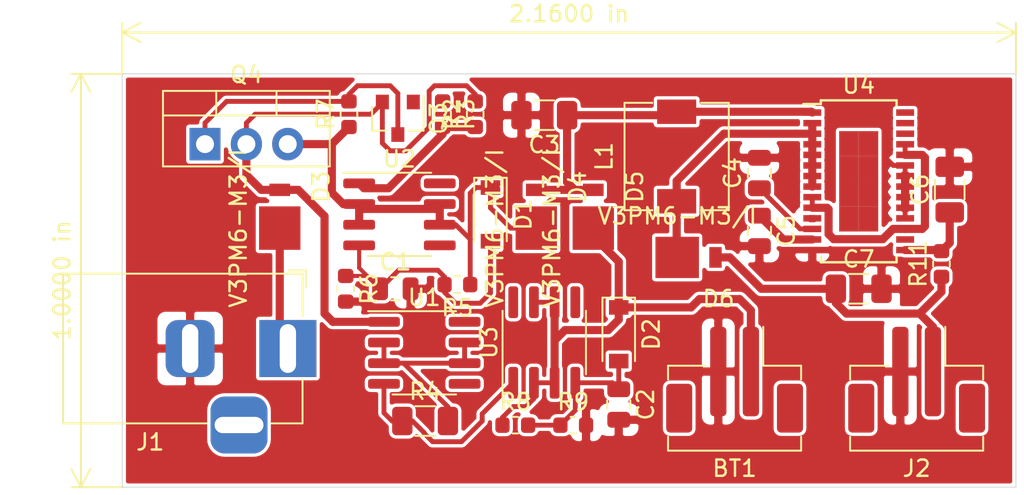
<source format=kicad_pcb>
(kicad_pcb (version 20171130) (host pcbnew "(5.1.5-0-10_14)")

  (general
    (thickness 1.6)
    (drawings 6)
    (tracks 178)
    (zones 0)
    (modules 32)
    (nets 30)
  )

  (page A4)
  (layers
    (0 F.Cu signal)
    (31 B.Cu signal)
    (32 B.Adhes user)
    (33 F.Adhes user)
    (34 B.Paste user)
    (35 F.Paste user)
    (36 B.SilkS user)
    (37 F.SilkS user)
    (38 B.Mask user)
    (39 F.Mask user)
    (40 Dwgs.User user)
    (41 Cmts.User user)
    (42 Eco1.User user)
    (43 Eco2.User user)
    (44 Edge.Cuts user)
    (45 Margin user)
    (46 B.CrtYd user)
    (47 F.CrtYd user)
    (48 B.Fab user)
    (49 F.Fab user)
  )

  (setup
    (last_trace_width 0.3)
    (user_trace_width 0.25)
    (user_trace_width 0.3)
    (user_trace_width 0.5)
    (user_trace_width 0.7)
    (trace_clearance 0.2)
    (zone_clearance 0.2032)
    (zone_45_only no)
    (trace_min 0.2)
    (via_size 0.8)
    (via_drill 0.4)
    (via_min_size 0.4)
    (via_min_drill 0.3)
    (uvia_size 0.3)
    (uvia_drill 0.1)
    (uvias_allowed no)
    (uvia_min_size 0.2)
    (uvia_min_drill 0.1)
    (edge_width 0.05)
    (segment_width 0.2)
    (pcb_text_width 0.3)
    (pcb_text_size 1.5 1.5)
    (mod_edge_width 0.12)
    (mod_text_size 1 1)
    (mod_text_width 0.15)
    (pad_size 1.524 1.524)
    (pad_drill 0.762)
    (pad_to_mask_clearance 0.051)
    (solder_mask_min_width 0.25)
    (aux_axis_origin 0 0)
    (visible_elements FFFDFF7F)
    (pcbplotparams
      (layerselection 0x010fc_ffffffff)
      (usegerberextensions false)
      (usegerberattributes false)
      (usegerberadvancedattributes false)
      (creategerberjobfile false)
      (excludeedgelayer true)
      (linewidth 0.100000)
      (plotframeref false)
      (viasonmask false)
      (mode 1)
      (useauxorigin false)
      (hpglpennumber 1)
      (hpglpenspeed 20)
      (hpglpendiameter 15.000000)
      (psnegative false)
      (psa4output false)
      (plotreference true)
      (plotvalue true)
      (plotinvisibletext false)
      (padsonsilk false)
      (subtractmaskfromsilk false)
      (outputformat 1)
      (mirror false)
      (drillshape 1)
      (scaleselection 1)
      (outputdirectory ""))
  )

  (net 0 "")
  (net 1 GND)
  (net 2 "Net-(BT1-Pad1)")
  (net 3 "Net-(C1-Pad1)")
  (net 4 "Net-(C2-Pad1)")
  (net 5 "Net-(R2-Pad1)")
  (net 6 "Net-(R4-Pad2)")
  (net 7 "Net-(R4-Pad1)")
  (net 8 "Net-(U1-Pad8)")
  (net 9 "Net-(U1-Pad5)")
  (net 10 "Net-(U2-Pad8)")
  (net 11 "Net-(U2-Pad5)")
  (net 12 "Net-(U3-Pad8)")
  (net 13 "Net-(U3-Pad5)")
  (net 14 "Net-(Q3-Pad3)")
  (net 15 "Net-(Q3-Pad1)")
  (net 16 "Net-(C3-Pad1)")
  (net 17 "Net-(C4-Pad1)")
  (net 18 "Net-(C5-Pad1)")
  (net 19 "Net-(C6-Pad1)")
  (net 20 "Net-(C7-Pad1)")
  (net 21 "Net-(D3-Pad2)")
  (net 22 "Net-(U4-Pad28)")
  (net 23 "Net-(U4-Pad27)")
  (net 24 "Net-(U4-Pad26)")
  (net 25 "Net-(U4-Pad10)")
  (net 26 "Net-(U4-Pad16)")
  (net 27 "Net-(D1-Pad1)")
  (net 28 "Net-(D3-Pad1)")
  (net 29 "Net-(D6-Pad2)")

  (net_class Default "This is the default net class."
    (clearance 0.2)
    (trace_width 0.25)
    (via_dia 0.8)
    (via_drill 0.4)
    (uvia_dia 0.3)
    (uvia_drill 0.1)
    (add_net GND)
    (add_net "Net-(BT1-Pad1)")
    (add_net "Net-(C1-Pad1)")
    (add_net "Net-(C2-Pad1)")
    (add_net "Net-(C3-Pad1)")
    (add_net "Net-(C4-Pad1)")
    (add_net "Net-(C5-Pad1)")
    (add_net "Net-(C6-Pad1)")
    (add_net "Net-(C7-Pad1)")
    (add_net "Net-(D1-Pad1)")
    (add_net "Net-(D3-Pad1)")
    (add_net "Net-(D3-Pad2)")
    (add_net "Net-(D6-Pad2)")
    (add_net "Net-(Q3-Pad1)")
    (add_net "Net-(Q3-Pad3)")
    (add_net "Net-(R2-Pad1)")
    (add_net "Net-(R4-Pad1)")
    (add_net "Net-(R4-Pad2)")
    (add_net "Net-(U1-Pad5)")
    (add_net "Net-(U1-Pad8)")
    (add_net "Net-(U2-Pad5)")
    (add_net "Net-(U2-Pad8)")
    (add_net "Net-(U3-Pad5)")
    (add_net "Net-(U3-Pad8)")
    (add_net "Net-(U4-Pad10)")
    (add_net "Net-(U4-Pad16)")
    (add_net "Net-(U4-Pad26)")
    (add_net "Net-(U4-Pad27)")
    (add_net "Net-(U4-Pad28)")
  )

  (module Resistor_SMD:R_0603_1608Metric (layer F.Cu) (tedit 5B301BBD) (tstamp 5EB34B07)
    (at 138 99 90)
    (descr "Resistor SMD 0603 (1608 Metric), square (rectangular) end terminal, IPC_7351 nominal, (Body size source: http://www.tortai-tech.com/upload/download/2011102023233369053.pdf), generated with kicad-footprint-generator")
    (tags resistor)
    (path /5EB3808E)
    (attr smd)
    (fp_text reference R2 (at 0 -1.43 90) (layer F.SilkS)
      (effects (font (size 1 1) (thickness 0.15)))
    )
    (fp_text value R_US (at 0 1.43 90) (layer F.Fab)
      (effects (font (size 1 1) (thickness 0.15)))
    )
    (fp_text user %R (at 0 0 90) (layer F.Fab)
      (effects (font (size 0.4 0.4) (thickness 0.06)))
    )
    (fp_line (start 1.48 0.73) (end -1.48 0.73) (layer F.CrtYd) (width 0.05))
    (fp_line (start 1.48 -0.73) (end 1.48 0.73) (layer F.CrtYd) (width 0.05))
    (fp_line (start -1.48 -0.73) (end 1.48 -0.73) (layer F.CrtYd) (width 0.05))
    (fp_line (start -1.48 0.73) (end -1.48 -0.73) (layer F.CrtYd) (width 0.05))
    (fp_line (start -0.162779 0.51) (end 0.162779 0.51) (layer F.SilkS) (width 0.12))
    (fp_line (start -0.162779 -0.51) (end 0.162779 -0.51) (layer F.SilkS) (width 0.12))
    (fp_line (start 0.8 0.4) (end -0.8 0.4) (layer F.Fab) (width 0.1))
    (fp_line (start 0.8 -0.4) (end 0.8 0.4) (layer F.Fab) (width 0.1))
    (fp_line (start -0.8 -0.4) (end 0.8 -0.4) (layer F.Fab) (width 0.1))
    (fp_line (start -0.8 0.4) (end -0.8 -0.4) (layer F.Fab) (width 0.1))
    (pad 2 smd roundrect (at 0.7875 0 90) (size 0.875 0.95) (layers F.Cu F.Paste F.Mask) (roundrect_rratio 0.25)
      (net 28 "Net-(D3-Pad1)"))
    (pad 1 smd roundrect (at -0.7875 0 90) (size 0.875 0.95) (layers F.Cu F.Paste F.Mask) (roundrect_rratio 0.25)
      (net 5 "Net-(R2-Pad1)"))
    (model ${KISYS3DMOD}/Resistor_SMD.3dshapes/R_0603_1608Metric.wrl
      (at (xyz 0 0 0))
      (scale (xyz 1 1 1))
      (rotate (xyz 0 0 0))
    )
  )

  (module power1:DO-220AA (layer F.Cu) (tedit 0) (tstamp 5F128E5F)
    (at 150.4 107.8)
    (path /5F141358)
    (fp_text reference D6 (at 2.54 2.54) (layer F.SilkS)
      (effects (font (size 1 1) (thickness 0.15)))
    )
    (fp_text value V3PM6-M3/I (at 0 -2.54) (layer F.SilkS)
      (effects (font (size 1 1) (thickness 0.15)))
    )
    (pad 1 smd rect (at 2.351 0) (size 0.762 1.27) (layers F.Cu F.Paste F.Mask)
      (net 20 "Net-(C7-Pad1)"))
    (pad 2 smd rect (at 0 0) (size 2.67 2.54) (layers F.Cu F.Paste F.Mask)
      (net 29 "Net-(D6-Pad2)"))
  )

  (module power1:DO-220AA (layer F.Cu) (tedit 0) (tstamp 5F128E59)
    (at 145.25 106 90)
    (path /5F16838D)
    (fp_text reference D5 (at 2.54 2.54 90) (layer F.SilkS)
      (effects (font (size 1 1) (thickness 0.15)))
    )
    (fp_text value V3PM6-M3/I (at 0 -2.54 90) (layer F.SilkS)
      (effects (font (size 1 1) (thickness 0.15)))
    )
    (pad 1 smd rect (at 2.351 0 90) (size 0.762 1.27) (layers F.Cu F.Paste F.Mask)
      (net 16 "Net-(C3-Pad1)"))
    (pad 2 smd rect (at 0 0 90) (size 2.67 2.54) (layers F.Cu F.Paste F.Mask)
      (net 2 "Net-(BT1-Pad1)"))
  )

  (module power1:DO-220AA (layer F.Cu) (tedit 0) (tstamp 5F128E53)
    (at 141.75 106 90)
    (path /5F16A8A3)
    (fp_text reference D4 (at 2.54 2.54 90) (layer F.SilkS)
      (effects (font (size 1 1) (thickness 0.15)))
    )
    (fp_text value V3PM6-M3/I (at 0 -2.54 90) (layer F.SilkS)
      (effects (font (size 1 1) (thickness 0.15)))
    )
    (pad 1 smd rect (at 2.351 0 90) (size 0.762 1.27) (layers F.Cu F.Paste F.Mask)
      (net 16 "Net-(C3-Pad1)"))
    (pad 2 smd rect (at 0 0 90) (size 2.67 2.54) (layers F.Cu F.Paste F.Mask)
      (net 27 "Net-(D1-Pad1)"))
  )

  (module power1:DO-220AA (layer F.Cu) (tedit 0) (tstamp 5F128E4D)
    (at 126 106 90)
    (path /5F131619)
    (fp_text reference D3 (at 2.54 2.54 90) (layer F.SilkS)
      (effects (font (size 1 1) (thickness 0.15)))
    )
    (fp_text value V3PM6-M3/I (at 0 -2.54 90) (layer F.SilkS)
      (effects (font (size 1 1) (thickness 0.15)))
    )
    (pad 1 smd rect (at 2.351 0 90) (size 0.762 1.27) (layers F.Cu F.Paste F.Mask)
      (net 28 "Net-(D3-Pad1)"))
    (pad 2 smd rect (at 0 0 90) (size 2.67 2.54) (layers F.Cu F.Paste F.Mask)
      (net 21 "Net-(D3-Pad2)"))
  )

  (module Connector_JST:JST_PH_B2B-PH-SM4-TB_1x02-1MP_P2.00mm_Vertical (layer F.Cu) (tedit 5B78AD87) (tstamp 5EB675C5)
    (at 165.1 115.316 180)
    (descr "JST PH series connector, B2B-PH-SM4-TB (http://www.jst-mfg.com/product/pdf/eng/ePH.pdf), generated with kicad-footprint-generator")
    (tags "connector JST PH side entry")
    (path /5EB637EC)
    (attr smd)
    (fp_text reference J2 (at 0 -5.45) (layer F.SilkS)
      (effects (font (size 1 1) (thickness 0.15)))
    )
    (fp_text value "Power OUT" (at 0 4.45) (layer F.Fab)
      (effects (font (size 1 1) (thickness 0.15)))
    )
    (fp_text user %R (at 0 -1) (layer F.Fab)
      (effects (font (size 1 1) (thickness 0.15)))
    )
    (fp_line (start -1 0.042893) (end -0.5 0.75) (layer F.Fab) (width 0.1))
    (fp_line (start -1.5 0.75) (end -1 0.042893) (layer F.Fab) (width 0.1))
    (fp_line (start 4.7 -4.75) (end -4.7 -4.75) (layer F.CrtYd) (width 0.05))
    (fp_line (start 4.7 3.75) (end 4.7 -4.75) (layer F.CrtYd) (width 0.05))
    (fp_line (start -4.7 3.75) (end 4.7 3.75) (layer F.CrtYd) (width 0.05))
    (fp_line (start -4.7 -4.75) (end -4.7 3.75) (layer F.CrtYd) (width 0.05))
    (fp_line (start 1.25 -2.75) (end 0.75 -2.75) (layer F.Fab) (width 0.1))
    (fp_line (start 1.25 -2.25) (end 1.25 -2.75) (layer F.Fab) (width 0.1))
    (fp_line (start 0.75 -2.25) (end 1.25 -2.25) (layer F.Fab) (width 0.1))
    (fp_line (start 0.75 -2.75) (end 0.75 -2.25) (layer F.Fab) (width 0.1))
    (fp_line (start -0.75 -2.75) (end -1.25 -2.75) (layer F.Fab) (width 0.1))
    (fp_line (start -0.75 -2.25) (end -0.75 -2.75) (layer F.Fab) (width 0.1))
    (fp_line (start -1.25 -2.25) (end -0.75 -2.25) (layer F.Fab) (width 0.1))
    (fp_line (start -1.25 -2.75) (end -1.25 -2.25) (layer F.Fab) (width 0.1))
    (fp_line (start 3.975 0.75) (end 3.975 -4.25) (layer F.Fab) (width 0.1))
    (fp_line (start -3.975 0.75) (end -3.975 -4.25) (layer F.Fab) (width 0.1))
    (fp_line (start -3.975 -4.25) (end 3.975 -4.25) (layer F.Fab) (width 0.1))
    (fp_line (start 4.085 -4.36) (end 4.085 -3.51) (layer F.SilkS) (width 0.12))
    (fp_line (start -4.085 -4.36) (end 4.085 -4.36) (layer F.SilkS) (width 0.12))
    (fp_line (start -4.085 -3.51) (end -4.085 -4.36) (layer F.SilkS) (width 0.12))
    (fp_line (start 4.085 0.86) (end 1.76 0.86) (layer F.SilkS) (width 0.12))
    (fp_line (start 4.085 0.01) (end 4.085 0.86) (layer F.SilkS) (width 0.12))
    (fp_line (start -1.76 0.86) (end -1.76 3.25) (layer F.SilkS) (width 0.12))
    (fp_line (start -4.085 0.86) (end -1.76 0.86) (layer F.SilkS) (width 0.12))
    (fp_line (start -4.085 0.01) (end -4.085 0.86) (layer F.SilkS) (width 0.12))
    (fp_line (start -3.975 0.75) (end 3.975 0.75) (layer F.Fab) (width 0.1))
    (pad MP smd roundrect (at 3.4 -1.75 180) (size 1.6 3) (layers F.Cu F.Paste F.Mask) (roundrect_rratio 0.15625))
    (pad MP smd roundrect (at -3.4 -1.75 180) (size 1.6 3) (layers F.Cu F.Paste F.Mask) (roundrect_rratio 0.15625))
    (pad 2 smd roundrect (at 1 0.5 180) (size 1 5.5) (layers F.Cu F.Paste F.Mask) (roundrect_rratio 0.25)
      (net 1 GND))
    (pad 1 smd roundrect (at -1 0.5 180) (size 1 5.5) (layers F.Cu F.Paste F.Mask) (roundrect_rratio 0.25)
      (net 20 "Net-(C7-Pad1)"))
    (model ${KISYS3DMOD}/Connector_JST.3dshapes/JST_PH_B2B-PH-SM4-TB_1x02-1MP_P2.00mm_Vertical.wrl
      (at (xyz 0 0 0))
      (scale (xyz 1 1 1))
      (rotate (xyz 0 0 0))
    )
  )

  (module Package_SO:TSSOP-28-1EP_4.4x9.7mm_P0.65mm (layer F.Cu) (tedit 5A02F25C) (tstamp 5EB35C25)
    (at 161.544 103.124)
    (descr "TSSOP28: plastic thin shrink small outline package; 28 leads; body width 4.4 mm; Exposed Pad Variation; (see NXP SSOP-TSSOP-VSO-REFLOW.pdf and sot361-1_po.pdf)")
    (tags "SSOP 0.65")
    (path /5EC1A574)
    (attr smd)
    (fp_text reference U4 (at 0 -5.9) (layer F.SilkS)
      (effects (font (size 1 1) (thickness 0.15)))
    )
    (fp_text value MAX1709 (at 0 5.9) (layer F.Fab)
      (effects (font (size 1 1) (thickness 0.15)))
    )
    (fp_text user %R (at 0 0) (layer F.Fab)
      (effects (font (size 0.8 0.8) (thickness 0.15)))
    )
    (fp_line (start -2.325 -4.75) (end -3.4 -4.75) (layer F.SilkS) (width 0.15))
    (fp_line (start -2.325 4.975) (end 2.325 4.975) (layer F.SilkS) (width 0.15))
    (fp_line (start -2.325 -4.975) (end 2.325 -4.975) (layer F.SilkS) (width 0.15))
    (fp_line (start -2.325 4.975) (end -2.325 4.65) (layer F.SilkS) (width 0.15))
    (fp_line (start 2.325 4.975) (end 2.325 4.65) (layer F.SilkS) (width 0.15))
    (fp_line (start 2.325 -4.975) (end 2.325 -4.65) (layer F.SilkS) (width 0.15))
    (fp_line (start -2.325 -4.975) (end -2.325 -4.75) (layer F.SilkS) (width 0.15))
    (fp_line (start -3.65 5.15) (end 3.65 5.15) (layer F.CrtYd) (width 0.05))
    (fp_line (start -3.65 -5.15) (end 3.65 -5.15) (layer F.CrtYd) (width 0.05))
    (fp_line (start 3.65 -5.15) (end 3.65 5.15) (layer F.CrtYd) (width 0.05))
    (fp_line (start -3.65 -5.15) (end -3.65 5.15) (layer F.CrtYd) (width 0.05))
    (fp_line (start -2.2 -3.85) (end -1.2 -4.85) (layer F.Fab) (width 0.15))
    (fp_line (start -2.2 4.85) (end -2.2 -3.85) (layer F.Fab) (width 0.15))
    (fp_line (start 2.2 4.85) (end -2.2 4.85) (layer F.Fab) (width 0.15))
    (fp_line (start 2.2 -4.85) (end 2.2 4.85) (layer F.Fab) (width 0.15))
    (fp_line (start -1.2 -4.85) (end 2.2 -4.85) (layer F.Fab) (width 0.15))
    (pad 29 smd rect (at -0.6 -2.31375) (size 1.2 1.5425) (layers F.Cu F.Paste F.Mask)
      (solder_paste_margin_ratio -0.2))
    (pad 29 smd rect (at -0.6 -0.77125) (size 1.2 1.5425) (layers F.Cu F.Paste F.Mask)
      (solder_paste_margin_ratio -0.2))
    (pad 29 smd rect (at -0.6 0.77125) (size 1.2 1.5425) (layers F.Cu F.Paste F.Mask)
      (solder_paste_margin_ratio -0.2))
    (pad 29 smd rect (at -0.6 2.31375) (size 1.2 1.5425) (layers F.Cu F.Paste F.Mask)
      (solder_paste_margin_ratio -0.2))
    (pad 29 smd rect (at 0.6 -2.31375) (size 1.2 1.5425) (layers F.Cu F.Paste F.Mask)
      (solder_paste_margin_ratio -0.2))
    (pad 29 smd rect (at 0.6 -0.77125) (size 1.2 1.5425) (layers F.Cu F.Paste F.Mask)
      (solder_paste_margin_ratio -0.2))
    (pad 29 smd rect (at 0.6 0.77125) (size 1.2 1.5425) (layers F.Cu F.Paste F.Mask)
      (solder_paste_margin_ratio -0.2))
    (pad 29 smd rect (at 0.6 2.31375) (size 1.2 1.5425) (layers F.Cu F.Paste F.Mask)
      (solder_paste_margin_ratio -0.2))
    (pad 28 smd rect (at 2.85 -4.225) (size 1.1 0.4) (layers F.Cu F.Paste F.Mask)
      (net 22 "Net-(U4-Pad28)"))
    (pad 27 smd rect (at 2.85 -3.575) (size 1.1 0.4) (layers F.Cu F.Paste F.Mask)
      (net 23 "Net-(U4-Pad27)"))
    (pad 26 smd rect (at 2.85 -2.925) (size 1.1 0.4) (layers F.Cu F.Paste F.Mask)
      (net 24 "Net-(U4-Pad26)"))
    (pad 25 smd rect (at 2.85 -2.275) (size 1.1 0.4) (layers F.Cu F.Paste F.Mask)
      (net 25 "Net-(U4-Pad10)"))
    (pad 24 smd rect (at 2.85 -1.625) (size 1.1 0.4) (layers F.Cu F.Paste F.Mask)
      (net 25 "Net-(U4-Pad10)"))
    (pad 23 smd rect (at 2.85 -0.975) (size 1.1 0.4) (layers F.Cu F.Paste F.Mask)
      (net 1 GND))
    (pad 22 smd rect (at 2.85 -0.325) (size 1.1 0.4) (layers F.Cu F.Paste F.Mask)
      (net 1 GND))
    (pad 21 smd rect (at 2.85 0.325) (size 1.1 0.4) (layers F.Cu F.Paste F.Mask)
      (net 1 GND))
    (pad 20 smd rect (at 2.85 0.975) (size 1.1 0.4) (layers F.Cu F.Paste F.Mask)
      (net 1 GND))
    (pad 19 smd rect (at 2.85 1.625) (size 1.1 0.4) (layers F.Cu F.Paste F.Mask)
      (net 1 GND))
    (pad 18 smd rect (at 2.85 2.275) (size 1.1 0.4) (layers F.Cu F.Paste F.Mask)
      (net 1 GND))
    (pad 17 smd rect (at 2.85 2.925) (size 1.1 0.4) (layers F.Cu F.Paste F.Mask)
      (net 25 "Net-(U4-Pad10)"))
    (pad 16 smd rect (at 2.85 3.575) (size 1.1 0.4) (layers F.Cu F.Paste F.Mask)
      (net 26 "Net-(U4-Pad16)"))
    (pad 15 smd rect (at 2.85 4.225) (size 1.1 0.4) (layers F.Cu F.Paste F.Mask)
      (net 19 "Net-(C6-Pad1)"))
    (pad 14 smd rect (at -2.85 4.225) (size 1.1 0.4) (layers F.Cu F.Paste F.Mask)
      (net 1 GND))
    (pad 13 smd rect (at -2.85 3.575) (size 1.1 0.4) (layers F.Cu F.Paste F.Mask)
      (net 18 "Net-(C5-Pad1)"))
    (pad 12 smd rect (at -2.85 2.925) (size 1.1 0.4) (layers F.Cu F.Paste F.Mask)
      (net 17 "Net-(C4-Pad1)"))
    (pad 11 smd rect (at -2.85 2.275) (size 1.1 0.4) (layers F.Cu F.Paste F.Mask)
      (net 1 GND))
    (pad 10 smd rect (at -2.85 1.625) (size 1.1 0.4) (layers F.Cu F.Paste F.Mask)
      (net 25 "Net-(U4-Pad10)"))
    (pad 9 smd rect (at -2.85 0.975) (size 1.1 0.4) (layers F.Cu F.Paste F.Mask)
      (net 25 "Net-(U4-Pad10)"))
    (pad 8 smd rect (at -2.85 0.325) (size 1.1 0.4) (layers F.Cu F.Paste F.Mask)
      (net 29 "Net-(D6-Pad2)"))
    (pad 7 smd rect (at -2.85 -0.325) (size 1.1 0.4) (layers F.Cu F.Paste F.Mask)
      (net 29 "Net-(D6-Pad2)"))
    (pad 6 smd rect (at -2.85 -0.975) (size 1.1 0.4) (layers F.Cu F.Paste F.Mask)
      (net 29 "Net-(D6-Pad2)"))
    (pad 5 smd rect (at -2.85 -1.625) (size 1.1 0.4) (layers F.Cu F.Paste F.Mask)
      (net 29 "Net-(D6-Pad2)"))
    (pad 4 smd rect (at -2.85 -2.275) (size 1.1 0.4) (layers F.Cu F.Paste F.Mask)
      (net 29 "Net-(D6-Pad2)"))
    (pad 3 smd rect (at -2.85 -2.925) (size 1.1 0.4) (layers F.Cu F.Paste F.Mask)
      (net 29 "Net-(D6-Pad2)"))
    (pad 2 smd rect (at -2.85 -3.575) (size 1.1 0.4) (layers F.Cu F.Paste F.Mask)
      (net 29 "Net-(D6-Pad2)"))
    (pad 1 smd rect (at -2.85 -4.225) (size 1.1 0.4) (layers F.Cu F.Paste F.Mask)
      (net 16 "Net-(C3-Pad1)"))
    (model ${KISYS3DMOD}/Package_SO.3dshapes/TSSOP-28_4.4x9.7mm_Pitch0.65mm.wrl
      (at (xyz 0 0 0))
      (scale (xyz 1 1 1))
      (rotate (xyz 0 0 0))
    )
  )

  (module Resistor_SMD:R_0603_1608Metric (layer F.Cu) (tedit 5B301BBD) (tstamp 5EB67AE1)
    (at 166.624 108.204 90)
    (descr "Resistor SMD 0603 (1608 Metric), square (rectangular) end terminal, IPC_7351 nominal, (Body size source: http://www.tortai-tech.com/upload/download/2011102023233369053.pdf), generated with kicad-footprint-generator")
    (tags resistor)
    (path /5EC37F72)
    (attr smd)
    (fp_text reference R11 (at 0 -1.43 90) (layer F.SilkS)
      (effects (font (size 1 1) (thickness 0.15)))
    )
    (fp_text value R_US (at 0 1.43 90) (layer F.Fab)
      (effects (font (size 1 1) (thickness 0.15)))
    )
    (fp_text user %R (at 0 0 90) (layer F.Fab)
      (effects (font (size 0.4 0.4) (thickness 0.06)))
    )
    (fp_line (start 1.48 0.73) (end -1.48 0.73) (layer F.CrtYd) (width 0.05))
    (fp_line (start 1.48 -0.73) (end 1.48 0.73) (layer F.CrtYd) (width 0.05))
    (fp_line (start -1.48 -0.73) (end 1.48 -0.73) (layer F.CrtYd) (width 0.05))
    (fp_line (start -1.48 0.73) (end -1.48 -0.73) (layer F.CrtYd) (width 0.05))
    (fp_line (start -0.162779 0.51) (end 0.162779 0.51) (layer F.SilkS) (width 0.12))
    (fp_line (start -0.162779 -0.51) (end 0.162779 -0.51) (layer F.SilkS) (width 0.12))
    (fp_line (start 0.8 0.4) (end -0.8 0.4) (layer F.Fab) (width 0.1))
    (fp_line (start 0.8 -0.4) (end 0.8 0.4) (layer F.Fab) (width 0.1))
    (fp_line (start -0.8 -0.4) (end 0.8 -0.4) (layer F.Fab) (width 0.1))
    (fp_line (start -0.8 0.4) (end -0.8 -0.4) (layer F.Fab) (width 0.1))
    (pad 2 smd roundrect (at 0.7875 0 90) (size 0.875 0.95) (layers F.Cu F.Paste F.Mask) (roundrect_rratio 0.25)
      (net 19 "Net-(C6-Pad1)"))
    (pad 1 smd roundrect (at -0.7875 0 90) (size 0.875 0.95) (layers F.Cu F.Paste F.Mask) (roundrect_rratio 0.25)
      (net 20 "Net-(C7-Pad1)"))
    (model ${KISYS3DMOD}/Resistor_SMD.3dshapes/R_0603_1608Metric.wrl
      (at (xyz 0 0 0))
      (scale (xyz 1 1 1))
      (rotate (xyz 0 0 0))
    )
  )

  (module Inductor_SMD:L_6.3x6.3_H3 (layer F.Cu) (tedit 5990349C) (tstamp 5EB3590B)
    (at 150.368 101.6 90)
    (descr "Choke, SMD, 6.3x6.3mm 3mm height")
    (tags "Choke SMD")
    (path /5EC28C13)
    (attr smd)
    (fp_text reference L1 (at 0 -4.45 90) (layer F.SilkS)
      (effects (font (size 1 1) (thickness 0.15)))
    )
    (fp_text value INDUCTOR (at 0 4.45 90) (layer F.Fab)
      (effects (font (size 1 1) (thickness 0.15)))
    )
    (fp_arc (start 0 0) (end 1.91 1.91) (angle 90) (layer F.Fab) (width 0.1))
    (fp_arc (start 0 0) (end -1.91 -1.91) (angle 90) (layer F.Fab) (width 0.1))
    (fp_line (start -3.15 3.15) (end 3.15 3.15) (layer F.Fab) (width 0.1))
    (fp_line (start -3.15 -3.15) (end 3.15 -3.15) (layer F.Fab) (width 0.1))
    (fp_line (start -3.15 -3.15) (end -3.15 -1.5) (layer F.Fab) (width 0.1))
    (fp_line (start -3.15 3.15) (end -3.15 1.5) (layer F.Fab) (width 0.1))
    (fp_line (start 3.15 -3.15) (end 3.15 -1.5) (layer F.Fab) (width 0.1))
    (fp_line (start 3.15 3.15) (end 3.15 1.5) (layer F.Fab) (width 0.1))
    (fp_line (start 3.75 -3.4) (end -3.75 -3.4) (layer F.CrtYd) (width 0.05))
    (fp_line (start 3.75 3.4) (end 3.75 -3.4) (layer F.CrtYd) (width 0.05))
    (fp_line (start -3.75 3.4) (end 3.75 3.4) (layer F.CrtYd) (width 0.05))
    (fp_line (start -3.75 -3.4) (end -3.75 3.4) (layer F.CrtYd) (width 0.05))
    (fp_line (start 3.3 -3.2) (end 3.3 -1.5) (layer F.SilkS) (width 0.12))
    (fp_line (start -3.3 -3.2) (end 3.3 -3.2) (layer F.SilkS) (width 0.12))
    (fp_line (start -3.3 -1.5) (end -3.3 -3.2) (layer F.SilkS) (width 0.12))
    (fp_line (start -3.3 3.2) (end -3.3 1.5) (layer F.SilkS) (width 0.12))
    (fp_line (start 3.3 3.2) (end -3.3 3.2) (layer F.SilkS) (width 0.12))
    (fp_line (start 3.3 1.5) (end 3.3 3.2) (layer F.SilkS) (width 0.12))
    (fp_text user %R (at 0 0 90) (layer F.Fab)
      (effects (font (size 1 1) (thickness 0.15)))
    )
    (pad 2 smd rect (at 2.75 0 90) (size 1.5 2.4) (layers F.Cu F.Paste F.Mask)
      (net 16 "Net-(C3-Pad1)"))
    (pad 1 smd rect (at -2.75 0 90) (size 1.5 2.4) (layers F.Cu F.Paste F.Mask)
      (net 29 "Net-(D6-Pad2)"))
    (model ${KISYS3DMOD}/Inductor_SMD.3dshapes/L_6.3x6.3_H3.wrl
      (at (xyz 0 0 0))
      (scale (xyz 1 1 1))
      (rotate (xyz 0 0 0))
    )
  )

  (module Capacitor_SMD:C_1206_3216Metric (layer F.Cu) (tedit 5B301BBE) (tstamp 5EB35FFC)
    (at 161.544 109.728)
    (descr "Capacitor SMD 1206 (3216 Metric), square (rectangular) end terminal, IPC_7351 nominal, (Body size source: http://www.tortai-tech.com/upload/download/2011102023233369053.pdf), generated with kicad-footprint-generator")
    (tags capacitor)
    (path /5EC43F49)
    (attr smd)
    (fp_text reference C7 (at 0 -1.82) (layer F.SilkS)
      (effects (font (size 1 1) (thickness 0.15)))
    )
    (fp_text value CP1 (at 0 1.82) (layer F.Fab)
      (effects (font (size 1 1) (thickness 0.15)))
    )
    (fp_text user %R (at 0 0) (layer F.Fab)
      (effects (font (size 0.8 0.8) (thickness 0.12)))
    )
    (fp_line (start 2.28 1.12) (end -2.28 1.12) (layer F.CrtYd) (width 0.05))
    (fp_line (start 2.28 -1.12) (end 2.28 1.12) (layer F.CrtYd) (width 0.05))
    (fp_line (start -2.28 -1.12) (end 2.28 -1.12) (layer F.CrtYd) (width 0.05))
    (fp_line (start -2.28 1.12) (end -2.28 -1.12) (layer F.CrtYd) (width 0.05))
    (fp_line (start -0.602064 0.91) (end 0.602064 0.91) (layer F.SilkS) (width 0.12))
    (fp_line (start -0.602064 -0.91) (end 0.602064 -0.91) (layer F.SilkS) (width 0.12))
    (fp_line (start 1.6 0.8) (end -1.6 0.8) (layer F.Fab) (width 0.1))
    (fp_line (start 1.6 -0.8) (end 1.6 0.8) (layer F.Fab) (width 0.1))
    (fp_line (start -1.6 -0.8) (end 1.6 -0.8) (layer F.Fab) (width 0.1))
    (fp_line (start -1.6 0.8) (end -1.6 -0.8) (layer F.Fab) (width 0.1))
    (pad 2 smd roundrect (at 1.4 0) (size 1.25 1.75) (layers F.Cu F.Paste F.Mask) (roundrect_rratio 0.2)
      (net 1 GND))
    (pad 1 smd roundrect (at -1.4 0) (size 1.25 1.75) (layers F.Cu F.Paste F.Mask) (roundrect_rratio 0.2)
      (net 20 "Net-(C7-Pad1)"))
    (model ${KISYS3DMOD}/Capacitor_SMD.3dshapes/C_1206_3216Metric.wrl
      (at (xyz 0 0 0))
      (scale (xyz 1 1 1))
      (rotate (xyz 0 0 0))
    )
  )

  (module Capacitor_SMD:C_1206_3216Metric (layer F.Cu) (tedit 5B301BBE) (tstamp 5EB35824)
    (at 167.132 103.632 90)
    (descr "Capacitor SMD 1206 (3216 Metric), square (rectangular) end terminal, IPC_7351 nominal, (Body size source: http://www.tortai-tech.com/upload/download/2011102023233369053.pdf), generated with kicad-footprint-generator")
    (tags capacitor)
    (path /5EC4072C)
    (attr smd)
    (fp_text reference C6 (at 0 -1.82 90) (layer F.SilkS)
      (effects (font (size 1 1) (thickness 0.15)))
    )
    (fp_text value CP1 (at 0 1.82 90) (layer F.Fab)
      (effects (font (size 1 1) (thickness 0.15)))
    )
    (fp_text user %R (at 0 0 90) (layer F.Fab)
      (effects (font (size 0.8 0.8) (thickness 0.12)))
    )
    (fp_line (start 2.28 1.12) (end -2.28 1.12) (layer F.CrtYd) (width 0.05))
    (fp_line (start 2.28 -1.12) (end 2.28 1.12) (layer F.CrtYd) (width 0.05))
    (fp_line (start -2.28 -1.12) (end 2.28 -1.12) (layer F.CrtYd) (width 0.05))
    (fp_line (start -2.28 1.12) (end -2.28 -1.12) (layer F.CrtYd) (width 0.05))
    (fp_line (start -0.602064 0.91) (end 0.602064 0.91) (layer F.SilkS) (width 0.12))
    (fp_line (start -0.602064 -0.91) (end 0.602064 -0.91) (layer F.SilkS) (width 0.12))
    (fp_line (start 1.6 0.8) (end -1.6 0.8) (layer F.Fab) (width 0.1))
    (fp_line (start 1.6 -0.8) (end 1.6 0.8) (layer F.Fab) (width 0.1))
    (fp_line (start -1.6 -0.8) (end 1.6 -0.8) (layer F.Fab) (width 0.1))
    (fp_line (start -1.6 0.8) (end -1.6 -0.8) (layer F.Fab) (width 0.1))
    (pad 2 smd roundrect (at 1.4 0 90) (size 1.25 1.75) (layers F.Cu F.Paste F.Mask) (roundrect_rratio 0.2)
      (net 1 GND))
    (pad 1 smd roundrect (at -1.4 0 90) (size 1.25 1.75) (layers F.Cu F.Paste F.Mask) (roundrect_rratio 0.2)
      (net 19 "Net-(C6-Pad1)"))
    (model ${KISYS3DMOD}/Capacitor_SMD.3dshapes/C_1206_3216Metric.wrl
      (at (xyz 0 0 0))
      (scale (xyz 1 1 1))
      (rotate (xyz 0 0 0))
    )
  )

  (module Capacitor_SMD:C_0805_2012Metric (layer F.Cu) (tedit 5B36C52B) (tstamp 5EB36768)
    (at 155.448 106.172 270)
    (descr "Capacitor SMD 0805 (2012 Metric), square (rectangular) end terminal, IPC_7351 nominal, (Body size source: https://docs.google.com/spreadsheets/d/1BsfQQcO9C6DZCsRaXUlFlo91Tg2WpOkGARC1WS5S8t0/edit?usp=sharing), generated with kicad-footprint-generator")
    (tags capacitor)
    (path /5EC473AA)
    (attr smd)
    (fp_text reference C5 (at 0 -1.65 90) (layer F.SilkS)
      (effects (font (size 1 1) (thickness 0.15)))
    )
    (fp_text value C (at 0 1.65 90) (layer F.Fab)
      (effects (font (size 1 1) (thickness 0.15)))
    )
    (fp_text user %R (at 0 0 90) (layer F.Fab)
      (effects (font (size 0.5 0.5) (thickness 0.08)))
    )
    (fp_line (start 1.68 0.95) (end -1.68 0.95) (layer F.CrtYd) (width 0.05))
    (fp_line (start 1.68 -0.95) (end 1.68 0.95) (layer F.CrtYd) (width 0.05))
    (fp_line (start -1.68 -0.95) (end 1.68 -0.95) (layer F.CrtYd) (width 0.05))
    (fp_line (start -1.68 0.95) (end -1.68 -0.95) (layer F.CrtYd) (width 0.05))
    (fp_line (start -0.258578 0.71) (end 0.258578 0.71) (layer F.SilkS) (width 0.12))
    (fp_line (start -0.258578 -0.71) (end 0.258578 -0.71) (layer F.SilkS) (width 0.12))
    (fp_line (start 1 0.6) (end -1 0.6) (layer F.Fab) (width 0.1))
    (fp_line (start 1 -0.6) (end 1 0.6) (layer F.Fab) (width 0.1))
    (fp_line (start -1 -0.6) (end 1 -0.6) (layer F.Fab) (width 0.1))
    (fp_line (start -1 0.6) (end -1 -0.6) (layer F.Fab) (width 0.1))
    (pad 2 smd roundrect (at 0.9375 0 270) (size 0.975 1.4) (layers F.Cu F.Paste F.Mask) (roundrect_rratio 0.25)
      (net 1 GND))
    (pad 1 smd roundrect (at -0.9375 0 270) (size 0.975 1.4) (layers F.Cu F.Paste F.Mask) (roundrect_rratio 0.25)
      (net 18 "Net-(C5-Pad1)"))
    (model ${KISYS3DMOD}/Capacitor_SMD.3dshapes/C_0805_2012Metric.wrl
      (at (xyz 0 0 0))
      (scale (xyz 1 1 1))
      (rotate (xyz 0 0 0))
    )
  )

  (module Capacitor_SMD:C_0805_2012Metric (layer F.Cu) (tedit 5B36C52B) (tstamp 5EB35802)
    (at 155.448 102.616 90)
    (descr "Capacitor SMD 0805 (2012 Metric), square (rectangular) end terminal, IPC_7351 nominal, (Body size source: https://docs.google.com/spreadsheets/d/1BsfQQcO9C6DZCsRaXUlFlo91Tg2WpOkGARC1WS5S8t0/edit?usp=sharing), generated with kicad-footprint-generator")
    (tags capacitor)
    (path /5EC46C8B)
    (attr smd)
    (fp_text reference C4 (at 0 -1.65 90) (layer F.SilkS)
      (effects (font (size 1 1) (thickness 0.15)))
    )
    (fp_text value C (at 0 1.65 90) (layer F.Fab)
      (effects (font (size 1 1) (thickness 0.15)))
    )
    (fp_text user %R (at 0 0 90) (layer F.Fab)
      (effects (font (size 0.5 0.5) (thickness 0.08)))
    )
    (fp_line (start 1.68 0.95) (end -1.68 0.95) (layer F.CrtYd) (width 0.05))
    (fp_line (start 1.68 -0.95) (end 1.68 0.95) (layer F.CrtYd) (width 0.05))
    (fp_line (start -1.68 -0.95) (end 1.68 -0.95) (layer F.CrtYd) (width 0.05))
    (fp_line (start -1.68 0.95) (end -1.68 -0.95) (layer F.CrtYd) (width 0.05))
    (fp_line (start -0.258578 0.71) (end 0.258578 0.71) (layer F.SilkS) (width 0.12))
    (fp_line (start -0.258578 -0.71) (end 0.258578 -0.71) (layer F.SilkS) (width 0.12))
    (fp_line (start 1 0.6) (end -1 0.6) (layer F.Fab) (width 0.1))
    (fp_line (start 1 -0.6) (end 1 0.6) (layer F.Fab) (width 0.1))
    (fp_line (start -1 -0.6) (end 1 -0.6) (layer F.Fab) (width 0.1))
    (fp_line (start -1 0.6) (end -1 -0.6) (layer F.Fab) (width 0.1))
    (pad 2 smd roundrect (at 0.9375 0 90) (size 0.975 1.4) (layers F.Cu F.Paste F.Mask) (roundrect_rratio 0.25)
      (net 1 GND))
    (pad 1 smd roundrect (at -0.9375 0 90) (size 0.975 1.4) (layers F.Cu F.Paste F.Mask) (roundrect_rratio 0.25)
      (net 17 "Net-(C4-Pad1)"))
    (model ${KISYS3DMOD}/Capacitor_SMD.3dshapes/C_0805_2012Metric.wrl
      (at (xyz 0 0 0))
      (scale (xyz 1 1 1))
      (rotate (xyz 0 0 0))
    )
  )

  (module Capacitor_SMD:C_1206_3216Metric (layer F.Cu) (tedit 5B301BBE) (tstamp 5EB3613B)
    (at 142.24 99.06 180)
    (descr "Capacitor SMD 1206 (3216 Metric), square (rectangular) end terminal, IPC_7351 nominal, (Body size source: http://www.tortai-tech.com/upload/download/2011102023233369053.pdf), generated with kicad-footprint-generator")
    (tags capacitor)
    (path /5EC3F891)
    (attr smd)
    (fp_text reference C3 (at 0 -1.82) (layer F.SilkS)
      (effects (font (size 1 1) (thickness 0.15)))
    )
    (fp_text value CP1 (at 0 1.82) (layer F.Fab)
      (effects (font (size 1 1) (thickness 0.15)))
    )
    (fp_text user %R (at 0 0) (layer F.Fab)
      (effects (font (size 0.8 0.8) (thickness 0.12)))
    )
    (fp_line (start 2.28 1.12) (end -2.28 1.12) (layer F.CrtYd) (width 0.05))
    (fp_line (start 2.28 -1.12) (end 2.28 1.12) (layer F.CrtYd) (width 0.05))
    (fp_line (start -2.28 -1.12) (end 2.28 -1.12) (layer F.CrtYd) (width 0.05))
    (fp_line (start -2.28 1.12) (end -2.28 -1.12) (layer F.CrtYd) (width 0.05))
    (fp_line (start -0.602064 0.91) (end 0.602064 0.91) (layer F.SilkS) (width 0.12))
    (fp_line (start -0.602064 -0.91) (end 0.602064 -0.91) (layer F.SilkS) (width 0.12))
    (fp_line (start 1.6 0.8) (end -1.6 0.8) (layer F.Fab) (width 0.1))
    (fp_line (start 1.6 -0.8) (end 1.6 0.8) (layer F.Fab) (width 0.1))
    (fp_line (start -1.6 -0.8) (end 1.6 -0.8) (layer F.Fab) (width 0.1))
    (fp_line (start -1.6 0.8) (end -1.6 -0.8) (layer F.Fab) (width 0.1))
    (pad 2 smd roundrect (at 1.4 0 180) (size 1.25 1.75) (layers F.Cu F.Paste F.Mask) (roundrect_rratio 0.2)
      (net 1 GND))
    (pad 1 smd roundrect (at -1.4 0 180) (size 1.25 1.75) (layers F.Cu F.Paste F.Mask) (roundrect_rratio 0.2)
      (net 16 "Net-(C3-Pad1)"))
    (model ${KISYS3DMOD}/Capacitor_SMD.3dshapes/C_1206_3216Metric.wrl
      (at (xyz 0 0 0))
      (scale (xyz 1 1 1))
      (rotate (xyz 0 0 0))
    )
  )

  (module Package_TO_SOT_SMD:SOT-23 (layer F.Cu) (tedit 5A02FF57) (tstamp 5EB3105B)
    (at 133.25 99.25 270)
    (descr "SOT-23, Standard")
    (tags SOT-23)
    (path /5EB8E1ED)
    (attr smd)
    (fp_text reference Q3 (at 0 -2.5 90) (layer F.SilkS)
      (effects (font (size 1 1) (thickness 0.15)))
    )
    (fp_text value MMBT3906VL (at 0 2.5 90) (layer F.Fab)
      (effects (font (size 1 1) (thickness 0.15)))
    )
    (fp_line (start 0.76 1.58) (end -0.7 1.58) (layer F.SilkS) (width 0.12))
    (fp_line (start 0.76 -1.58) (end -1.4 -1.58) (layer F.SilkS) (width 0.12))
    (fp_line (start -1.7 1.75) (end -1.7 -1.75) (layer F.CrtYd) (width 0.05))
    (fp_line (start 1.7 1.75) (end -1.7 1.75) (layer F.CrtYd) (width 0.05))
    (fp_line (start 1.7 -1.75) (end 1.7 1.75) (layer F.CrtYd) (width 0.05))
    (fp_line (start -1.7 -1.75) (end 1.7 -1.75) (layer F.CrtYd) (width 0.05))
    (fp_line (start 0.76 -1.58) (end 0.76 -0.65) (layer F.SilkS) (width 0.12))
    (fp_line (start 0.76 1.58) (end 0.76 0.65) (layer F.SilkS) (width 0.12))
    (fp_line (start -0.7 1.52) (end 0.7 1.52) (layer F.Fab) (width 0.1))
    (fp_line (start 0.7 -1.52) (end 0.7 1.52) (layer F.Fab) (width 0.1))
    (fp_line (start -0.7 -0.95) (end -0.15 -1.52) (layer F.Fab) (width 0.1))
    (fp_line (start -0.15 -1.52) (end 0.7 -1.52) (layer F.Fab) (width 0.1))
    (fp_line (start -0.7 -0.95) (end -0.7 1.5) (layer F.Fab) (width 0.1))
    (fp_text user %R (at 0 0) (layer F.Fab)
      (effects (font (size 0.5 0.5) (thickness 0.075)))
    )
    (pad 3 smd rect (at 1 0 270) (size 0.9 0.8) (layers F.Cu F.Paste F.Mask)
      (net 14 "Net-(Q3-Pad3)"))
    (pad 2 smd rect (at -1 0.95 270) (size 0.9 0.8) (layers F.Cu F.Paste F.Mask)
      (net 28 "Net-(D3-Pad1)"))
    (pad 1 smd rect (at -1 -0.95 270) (size 0.9 0.8) (layers F.Cu F.Paste F.Mask)
      (net 15 "Net-(Q3-Pad1)"))
    (model ${KISYS3DMOD}/Package_TO_SOT_SMD.3dshapes/SOT-23.wrl
      (at (xyz 0 0 0))
      (scale (xyz 1 1 1))
      (rotate (xyz 0 0 0))
    )
  )

  (module Package_SO:SOIC-8_3.9x4.9mm_P1.27mm (layer F.Cu) (tedit 5D9F72B1) (tstamp 5EB2984B)
    (at 142.24 113.03 90)
    (descr "SOIC, 8 Pin (JEDEC MS-012AA, https://www.analog.com/media/en/package-pcb-resources/package/pkg_pdf/soic_narrow-r/r_8.pdf), generated with kicad-footprint-generator ipc_gullwing_generator.py")
    (tags "SOIC SO")
    (path /5EB306A9)
    (attr smd)
    (fp_text reference U3 (at 0 -3.4 90) (layer F.SilkS)
      (effects (font (size 1 1) (thickness 0.15)))
    )
    (fp_text value LM317L_SO8 (at 0 3.4 90) (layer F.Fab)
      (effects (font (size 1 1) (thickness 0.15)))
    )
    (fp_text user %R (at 0 0 90) (layer F.Fab)
      (effects (font (size 0.98 0.98) (thickness 0.15)))
    )
    (fp_line (start 3.7 -2.7) (end -3.7 -2.7) (layer F.CrtYd) (width 0.05))
    (fp_line (start 3.7 2.7) (end 3.7 -2.7) (layer F.CrtYd) (width 0.05))
    (fp_line (start -3.7 2.7) (end 3.7 2.7) (layer F.CrtYd) (width 0.05))
    (fp_line (start -3.7 -2.7) (end -3.7 2.7) (layer F.CrtYd) (width 0.05))
    (fp_line (start -1.95 -1.475) (end -0.975 -2.45) (layer F.Fab) (width 0.1))
    (fp_line (start -1.95 2.45) (end -1.95 -1.475) (layer F.Fab) (width 0.1))
    (fp_line (start 1.95 2.45) (end -1.95 2.45) (layer F.Fab) (width 0.1))
    (fp_line (start 1.95 -2.45) (end 1.95 2.45) (layer F.Fab) (width 0.1))
    (fp_line (start -0.975 -2.45) (end 1.95 -2.45) (layer F.Fab) (width 0.1))
    (fp_line (start 0 -2.56) (end -3.45 -2.56) (layer F.SilkS) (width 0.12))
    (fp_line (start 0 -2.56) (end 1.95 -2.56) (layer F.SilkS) (width 0.12))
    (fp_line (start 0 2.56) (end -1.95 2.56) (layer F.SilkS) (width 0.12))
    (fp_line (start 0 2.56) (end 1.95 2.56) (layer F.SilkS) (width 0.12))
    (pad 8 smd roundrect (at 2.475 -1.905 90) (size 1.95 0.6) (layers F.Cu F.Paste F.Mask) (roundrect_rratio 0.25)
      (net 12 "Net-(U3-Pad8)"))
    (pad 7 smd roundrect (at 2.475 -0.635 90) (size 1.95 0.6) (layers F.Cu F.Paste F.Mask) (roundrect_rratio 0.25)
      (net 2 "Net-(BT1-Pad1)"))
    (pad 6 smd roundrect (at 2.475 0.635 90) (size 1.95 0.6) (layers F.Cu F.Paste F.Mask) (roundrect_rratio 0.25)
      (net 2 "Net-(BT1-Pad1)"))
    (pad 5 smd roundrect (at 2.475 1.905 90) (size 1.95 0.6) (layers F.Cu F.Paste F.Mask) (roundrect_rratio 0.25)
      (net 13 "Net-(U3-Pad5)"))
    (pad 4 smd roundrect (at -2.475 1.905 90) (size 1.95 0.6) (layers F.Cu F.Paste F.Mask) (roundrect_rratio 0.25)
      (net 4 "Net-(C2-Pad1)"))
    (pad 3 smd roundrect (at -2.475 0.635 90) (size 1.95 0.6) (layers F.Cu F.Paste F.Mask) (roundrect_rratio 0.25)
      (net 2 "Net-(BT1-Pad1)"))
    (pad 2 smd roundrect (at -2.475 -0.635 90) (size 1.95 0.6) (layers F.Cu F.Paste F.Mask) (roundrect_rratio 0.25)
      (net 2 "Net-(BT1-Pad1)"))
    (pad 1 smd roundrect (at -2.475 -1.905 90) (size 1.95 0.6) (layers F.Cu F.Paste F.Mask) (roundrect_rratio 0.25)
      (net 7 "Net-(R4-Pad1)"))
    (model ${KISYS3DMOD}/Package_SO.3dshapes/SOIC-8_3.9x4.9mm_P1.27mm.wrl
      (at (xyz 0 0 0))
      (scale (xyz 1 1 1))
      (rotate (xyz 0 0 0))
    )
  )

  (module Package_SO:SOIC-8_3.9x4.9mm_P1.27mm (layer F.Cu) (tedit 5D9F72B1) (tstamp 5EB2E240)
    (at 133.35 105.156)
    (descr "SOIC, 8 Pin (JEDEC MS-012AA, https://www.analog.com/media/en/package-pcb-resources/package/pkg_pdf/soic_narrow-r/r_8.pdf), generated with kicad-footprint-generator ipc_gullwing_generator.py")
    (tags "SOIC SO")
    (path /5EB2426F)
    (attr smd)
    (fp_text reference U2 (at 0 -3.4) (layer F.SilkS)
      (effects (font (size 1 1) (thickness 0.15)))
    )
    (fp_text value LM317L_SO8 (at 0 3.4) (layer F.Fab)
      (effects (font (size 1 1) (thickness 0.15)))
    )
    (fp_text user %R (at 0 0) (layer F.Fab)
      (effects (font (size 0.98 0.98) (thickness 0.15)))
    )
    (fp_line (start 3.7 -2.7) (end -3.7 -2.7) (layer F.CrtYd) (width 0.05))
    (fp_line (start 3.7 2.7) (end 3.7 -2.7) (layer F.CrtYd) (width 0.05))
    (fp_line (start -3.7 2.7) (end 3.7 2.7) (layer F.CrtYd) (width 0.05))
    (fp_line (start -3.7 -2.7) (end -3.7 2.7) (layer F.CrtYd) (width 0.05))
    (fp_line (start -1.95 -1.475) (end -0.975 -2.45) (layer F.Fab) (width 0.1))
    (fp_line (start -1.95 2.45) (end -1.95 -1.475) (layer F.Fab) (width 0.1))
    (fp_line (start 1.95 2.45) (end -1.95 2.45) (layer F.Fab) (width 0.1))
    (fp_line (start 1.95 -2.45) (end 1.95 2.45) (layer F.Fab) (width 0.1))
    (fp_line (start -0.975 -2.45) (end 1.95 -2.45) (layer F.Fab) (width 0.1))
    (fp_line (start 0 -2.56) (end -3.45 -2.56) (layer F.SilkS) (width 0.12))
    (fp_line (start 0 -2.56) (end 1.95 -2.56) (layer F.SilkS) (width 0.12))
    (fp_line (start 0 2.56) (end -1.95 2.56) (layer F.SilkS) (width 0.12))
    (fp_line (start 0 2.56) (end 1.95 2.56) (layer F.SilkS) (width 0.12))
    (pad 8 smd roundrect (at 2.475 -1.905) (size 1.95 0.6) (layers F.Cu F.Paste F.Mask) (roundrect_rratio 0.25)
      (net 10 "Net-(U2-Pad8)"))
    (pad 7 smd roundrect (at 2.475 -0.635) (size 1.95 0.6) (layers F.Cu F.Paste F.Mask) (roundrect_rratio 0.25)
      (net 27 "Net-(D1-Pad1)"))
    (pad 6 smd roundrect (at 2.475 0.635) (size 1.95 0.6) (layers F.Cu F.Paste F.Mask) (roundrect_rratio 0.25)
      (net 27 "Net-(D1-Pad1)"))
    (pad 5 smd roundrect (at 2.475 1.905) (size 1.95 0.6) (layers F.Cu F.Paste F.Mask) (roundrect_rratio 0.25)
      (net 11 "Net-(U2-Pad5)"))
    (pad 4 smd roundrect (at -2.475 1.905) (size 1.95 0.6) (layers F.Cu F.Paste F.Mask) (roundrect_rratio 0.25)
      (net 3 "Net-(C1-Pad1)"))
    (pad 3 smd roundrect (at -2.475 0.635) (size 1.95 0.6) (layers F.Cu F.Paste F.Mask) (roundrect_rratio 0.25)
      (net 27 "Net-(D1-Pad1)"))
    (pad 2 smd roundrect (at -2.475 -0.635) (size 1.95 0.6) (layers F.Cu F.Paste F.Mask) (roundrect_rratio 0.25)
      (net 27 "Net-(D1-Pad1)"))
    (pad 1 smd roundrect (at -2.475 -1.905) (size 1.95 0.6) (layers F.Cu F.Paste F.Mask) (roundrect_rratio 0.25)
      (net 5 "Net-(R2-Pad1)"))
    (model ${KISYS3DMOD}/Package_SO.3dshapes/SOIC-8_3.9x4.9mm_P1.27mm.wrl
      (at (xyz 0 0 0))
      (scale (xyz 1 1 1))
      (rotate (xyz 0 0 0))
    )
  )

  (module Package_SO:SOIC-8_3.9x4.9mm_P1.27mm (layer F.Cu) (tedit 5D9F72B1) (tstamp 5EB2DF92)
    (at 134.874 113.665)
    (descr "SOIC, 8 Pin (JEDEC MS-012AA, https://www.analog.com/media/en/package-pcb-resources/package/pkg_pdf/soic_narrow-r/r_8.pdf), generated with kicad-footprint-generator ipc_gullwing_generator.py")
    (tags "SOIC SO")
    (path /5EB2384A)
    (attr smd)
    (fp_text reference U1 (at 0 -3.4) (layer F.SilkS)
      (effects (font (size 1 1) (thickness 0.15)))
    )
    (fp_text value LM317L_SO8 (at 0 3.4) (layer F.Fab)
      (effects (font (size 1 1) (thickness 0.15)))
    )
    (fp_text user %R (at 0 0) (layer F.Fab)
      (effects (font (size 0.98 0.98) (thickness 0.15)))
    )
    (fp_line (start 3.7 -2.7) (end -3.7 -2.7) (layer F.CrtYd) (width 0.05))
    (fp_line (start 3.7 2.7) (end 3.7 -2.7) (layer F.CrtYd) (width 0.05))
    (fp_line (start -3.7 2.7) (end 3.7 2.7) (layer F.CrtYd) (width 0.05))
    (fp_line (start -3.7 -2.7) (end -3.7 2.7) (layer F.CrtYd) (width 0.05))
    (fp_line (start -1.95 -1.475) (end -0.975 -2.45) (layer F.Fab) (width 0.1))
    (fp_line (start -1.95 2.45) (end -1.95 -1.475) (layer F.Fab) (width 0.1))
    (fp_line (start 1.95 2.45) (end -1.95 2.45) (layer F.Fab) (width 0.1))
    (fp_line (start 1.95 -2.45) (end 1.95 2.45) (layer F.Fab) (width 0.1))
    (fp_line (start -0.975 -2.45) (end 1.95 -2.45) (layer F.Fab) (width 0.1))
    (fp_line (start 0 -2.56) (end -3.45 -2.56) (layer F.SilkS) (width 0.12))
    (fp_line (start 0 -2.56) (end 1.95 -2.56) (layer F.SilkS) (width 0.12))
    (fp_line (start 0 2.56) (end -1.95 2.56) (layer F.SilkS) (width 0.12))
    (fp_line (start 0 2.56) (end 1.95 2.56) (layer F.SilkS) (width 0.12))
    (pad 8 smd roundrect (at 2.475 -1.905) (size 1.95 0.6) (layers F.Cu F.Paste F.Mask) (roundrect_rratio 0.25)
      (net 8 "Net-(U1-Pad8)"))
    (pad 7 smd roundrect (at 2.475 -0.635) (size 1.95 0.6) (layers F.Cu F.Paste F.Mask) (roundrect_rratio 0.25)
      (net 6 "Net-(R4-Pad2)"))
    (pad 6 smd roundrect (at 2.475 0.635) (size 1.95 0.6) (layers F.Cu F.Paste F.Mask) (roundrect_rratio 0.25)
      (net 6 "Net-(R4-Pad2)"))
    (pad 5 smd roundrect (at 2.475 1.905) (size 1.95 0.6) (layers F.Cu F.Paste F.Mask) (roundrect_rratio 0.25)
      (net 9 "Net-(U1-Pad5)"))
    (pad 4 smd roundrect (at -2.475 1.905) (size 1.95 0.6) (layers F.Cu F.Paste F.Mask) (roundrect_rratio 0.25)
      (net 7 "Net-(R4-Pad1)"))
    (pad 3 smd roundrect (at -2.475 0.635) (size 1.95 0.6) (layers F.Cu F.Paste F.Mask) (roundrect_rratio 0.25)
      (net 6 "Net-(R4-Pad2)"))
    (pad 2 smd roundrect (at -2.475 -0.635) (size 1.95 0.6) (layers F.Cu F.Paste F.Mask) (roundrect_rratio 0.25)
      (net 6 "Net-(R4-Pad2)"))
    (pad 1 smd roundrect (at -2.475 -1.905) (size 1.95 0.6) (layers F.Cu F.Paste F.Mask) (roundrect_rratio 0.25)
      (net 28 "Net-(D3-Pad1)"))
    (model ${KISYS3DMOD}/Package_SO.3dshapes/SOIC-8_3.9x4.9mm_P1.27mm.wrl
      (at (xyz 0 0 0))
      (scale (xyz 1 1 1))
      (rotate (xyz 0 0 0))
    )
  )

  (module Resistor_SMD:R_0603_1608Metric (layer F.Cu) (tedit 5B301BBD) (tstamp 5EB297EC)
    (at 144.018 118.11)
    (descr "Resistor SMD 0603 (1608 Metric), square (rectangular) end terminal, IPC_7351 nominal, (Body size source: http://www.tortai-tech.com/upload/download/2011102023233369053.pdf), generated with kicad-footprint-generator")
    (tags resistor)
    (path /5EB52C9F)
    (attr smd)
    (fp_text reference R9 (at 0 -1.43) (layer F.SilkS)
      (effects (font (size 1 1) (thickness 0.15)))
    )
    (fp_text value R_US (at 0 1.43) (layer F.Fab)
      (effects (font (size 1 1) (thickness 0.15)))
    )
    (fp_text user %R (at 0 0) (layer F.Fab)
      (effects (font (size 0.4 0.4) (thickness 0.06)))
    )
    (fp_line (start 1.48 0.73) (end -1.48 0.73) (layer F.CrtYd) (width 0.05))
    (fp_line (start 1.48 -0.73) (end 1.48 0.73) (layer F.CrtYd) (width 0.05))
    (fp_line (start -1.48 -0.73) (end 1.48 -0.73) (layer F.CrtYd) (width 0.05))
    (fp_line (start -1.48 0.73) (end -1.48 -0.73) (layer F.CrtYd) (width 0.05))
    (fp_line (start -0.162779 0.51) (end 0.162779 0.51) (layer F.SilkS) (width 0.12))
    (fp_line (start -0.162779 -0.51) (end 0.162779 -0.51) (layer F.SilkS) (width 0.12))
    (fp_line (start 0.8 0.4) (end -0.8 0.4) (layer F.Fab) (width 0.1))
    (fp_line (start 0.8 -0.4) (end 0.8 0.4) (layer F.Fab) (width 0.1))
    (fp_line (start -0.8 -0.4) (end 0.8 -0.4) (layer F.Fab) (width 0.1))
    (fp_line (start -0.8 0.4) (end -0.8 -0.4) (layer F.Fab) (width 0.1))
    (pad 2 smd roundrect (at 0.7875 0) (size 0.875 0.95) (layers F.Cu F.Paste F.Mask) (roundrect_rratio 0.25)
      (net 1 GND))
    (pad 1 smd roundrect (at -0.7875 0) (size 0.875 0.95) (layers F.Cu F.Paste F.Mask) (roundrect_rratio 0.25)
      (net 4 "Net-(C2-Pad1)"))
    (model ${KISYS3DMOD}/Resistor_SMD.3dshapes/R_0603_1608Metric.wrl
      (at (xyz 0 0 0))
      (scale (xyz 1 1 1))
      (rotate (xyz 0 0 0))
    )
  )

  (module Resistor_SMD:R_0603_1608Metric (layer F.Cu) (tedit 5B301BBD) (tstamp 5EB33A74)
    (at 140.462 118.11)
    (descr "Resistor SMD 0603 (1608 Metric), square (rectangular) end terminal, IPC_7351 nominal, (Body size source: http://www.tortai-tech.com/upload/download/2011102023233369053.pdf), generated with kicad-footprint-generator")
    (tags resistor)
    (path /5EB51F3B)
    (attr smd)
    (fp_text reference R8 (at 0 -1.43) (layer F.SilkS)
      (effects (font (size 1 1) (thickness 0.15)))
    )
    (fp_text value R_US (at 0 1.43) (layer F.Fab)
      (effects (font (size 1 1) (thickness 0.15)))
    )
    (fp_text user %R (at 0 0) (layer F.Fab)
      (effects (font (size 0.4 0.4) (thickness 0.06)))
    )
    (fp_line (start 1.48 0.73) (end -1.48 0.73) (layer F.CrtYd) (width 0.05))
    (fp_line (start 1.48 -0.73) (end 1.48 0.73) (layer F.CrtYd) (width 0.05))
    (fp_line (start -1.48 -0.73) (end 1.48 -0.73) (layer F.CrtYd) (width 0.05))
    (fp_line (start -1.48 0.73) (end -1.48 -0.73) (layer F.CrtYd) (width 0.05))
    (fp_line (start -0.162779 0.51) (end 0.162779 0.51) (layer F.SilkS) (width 0.12))
    (fp_line (start -0.162779 -0.51) (end 0.162779 -0.51) (layer F.SilkS) (width 0.12))
    (fp_line (start 0.8 0.4) (end -0.8 0.4) (layer F.Fab) (width 0.1))
    (fp_line (start 0.8 -0.4) (end 0.8 0.4) (layer F.Fab) (width 0.1))
    (fp_line (start -0.8 -0.4) (end 0.8 -0.4) (layer F.Fab) (width 0.1))
    (fp_line (start -0.8 0.4) (end -0.8 -0.4) (layer F.Fab) (width 0.1))
    (pad 2 smd roundrect (at 0.7875 0) (size 0.875 0.95) (layers F.Cu F.Paste F.Mask) (roundrect_rratio 0.25)
      (net 4 "Net-(C2-Pad1)"))
    (pad 1 smd roundrect (at -0.7875 0) (size 0.875 0.95) (layers F.Cu F.Paste F.Mask) (roundrect_rratio 0.25)
      (net 2 "Net-(BT1-Pad1)"))
    (model ${KISYS3DMOD}/Resistor_SMD.3dshapes/R_0603_1608Metric.wrl
      (at (xyz 0 0 0))
      (scale (xyz 1 1 1))
      (rotate (xyz 0 0 0))
    )
  )

  (module Resistor_SMD:R_0603_1608Metric (layer F.Cu) (tedit 5B301BBD) (tstamp 5EB297CA)
    (at 130.25 99 90)
    (descr "Resistor SMD 0603 (1608 Metric), square (rectangular) end terminal, IPC_7351 nominal, (Body size source: http://www.tortai-tech.com/upload/download/2011102023233369053.pdf), generated with kicad-footprint-generator")
    (tags resistor)
    (path /5EB456B9)
    (attr smd)
    (fp_text reference R7 (at 0 -1.43 90) (layer F.SilkS)
      (effects (font (size 1 1) (thickness 0.15)))
    )
    (fp_text value R_US (at 0 1.43 90) (layer F.Fab)
      (effects (font (size 1 1) (thickness 0.15)))
    )
    (fp_text user %R (at 0 0 90) (layer F.Fab)
      (effects (font (size 0.4 0.4) (thickness 0.06)))
    )
    (fp_line (start 1.48 0.73) (end -1.48 0.73) (layer F.CrtYd) (width 0.05))
    (fp_line (start 1.48 -0.73) (end 1.48 0.73) (layer F.CrtYd) (width 0.05))
    (fp_line (start -1.48 -0.73) (end 1.48 -0.73) (layer F.CrtYd) (width 0.05))
    (fp_line (start -1.48 0.73) (end -1.48 -0.73) (layer F.CrtYd) (width 0.05))
    (fp_line (start -0.162779 0.51) (end 0.162779 0.51) (layer F.SilkS) (width 0.12))
    (fp_line (start -0.162779 -0.51) (end 0.162779 -0.51) (layer F.SilkS) (width 0.12))
    (fp_line (start 0.8 0.4) (end -0.8 0.4) (layer F.Fab) (width 0.1))
    (fp_line (start 0.8 -0.4) (end 0.8 0.4) (layer F.Fab) (width 0.1))
    (fp_line (start -0.8 -0.4) (end 0.8 -0.4) (layer F.Fab) (width 0.1))
    (fp_line (start -0.8 0.4) (end -0.8 -0.4) (layer F.Fab) (width 0.1))
    (pad 2 smd roundrect (at 0.7875 0 90) (size 0.875 0.95) (layers F.Cu F.Paste F.Mask) (roundrect_rratio 0.25)
      (net 14 "Net-(Q3-Pad3)"))
    (pad 1 smd roundrect (at -0.7875 0 90) (size 0.875 0.95) (layers F.Cu F.Paste F.Mask) (roundrect_rratio 0.25)
      (net 27 "Net-(D1-Pad1)"))
    (model ${KISYS3DMOD}/Resistor_SMD.3dshapes/R_0603_1608Metric.wrl
      (at (xyz 0 0 0))
      (scale (xyz 1 1 1))
      (rotate (xyz 0 0 0))
    )
  )

  (module Resistor_SMD:R_0603_1608Metric (layer F.Cu) (tedit 5B301BBD) (tstamp 5EB297B9)
    (at 130.048 109.728 270)
    (descr "Resistor SMD 0603 (1608 Metric), square (rectangular) end terminal, IPC_7351 nominal, (Body size source: http://www.tortai-tech.com/upload/download/2011102023233369053.pdf), generated with kicad-footprint-generator")
    (tags resistor)
    (path /5EB4EF11)
    (attr smd)
    (fp_text reference R6 (at 0 -1.43 90) (layer F.SilkS)
      (effects (font (size 1 1) (thickness 0.15)))
    )
    (fp_text value R_US (at 0 1.43 90) (layer F.Fab)
      (effects (font (size 1 1) (thickness 0.15)))
    )
    (fp_text user %R (at 0 0 90) (layer F.Fab)
      (effects (font (size 0.4 0.4) (thickness 0.06)))
    )
    (fp_line (start 1.48 0.73) (end -1.48 0.73) (layer F.CrtYd) (width 0.05))
    (fp_line (start 1.48 -0.73) (end 1.48 0.73) (layer F.CrtYd) (width 0.05))
    (fp_line (start -1.48 -0.73) (end 1.48 -0.73) (layer F.CrtYd) (width 0.05))
    (fp_line (start -1.48 0.73) (end -1.48 -0.73) (layer F.CrtYd) (width 0.05))
    (fp_line (start -0.162779 0.51) (end 0.162779 0.51) (layer F.SilkS) (width 0.12))
    (fp_line (start -0.162779 -0.51) (end 0.162779 -0.51) (layer F.SilkS) (width 0.12))
    (fp_line (start 0.8 0.4) (end -0.8 0.4) (layer F.Fab) (width 0.1))
    (fp_line (start 0.8 -0.4) (end 0.8 0.4) (layer F.Fab) (width 0.1))
    (fp_line (start -0.8 -0.4) (end 0.8 -0.4) (layer F.Fab) (width 0.1))
    (fp_line (start -0.8 0.4) (end -0.8 -0.4) (layer F.Fab) (width 0.1))
    (pad 2 smd roundrect (at 0.7875 0 270) (size 0.875 0.95) (layers F.Cu F.Paste F.Mask) (roundrect_rratio 0.25)
      (net 1 GND))
    (pad 1 smd roundrect (at -0.7875 0 270) (size 0.875 0.95) (layers F.Cu F.Paste F.Mask) (roundrect_rratio 0.25)
      (net 3 "Net-(C1-Pad1)"))
    (model ${KISYS3DMOD}/Resistor_SMD.3dshapes/R_0603_1608Metric.wrl
      (at (xyz 0 0 0))
      (scale (xyz 1 1 1))
      (rotate (xyz 0 0 0))
    )
  )

  (module Resistor_SMD:R_0603_1608Metric (layer F.Cu) (tedit 5B301BBD) (tstamp 5EB297A8)
    (at 136.906 109.474 180)
    (descr "Resistor SMD 0603 (1608 Metric), square (rectangular) end terminal, IPC_7351 nominal, (Body size source: http://www.tortai-tech.com/upload/download/2011102023233369053.pdf), generated with kicad-footprint-generator")
    (tags resistor)
    (path /5EB46C77)
    (attr smd)
    (fp_text reference R5 (at 0 -1.43) (layer F.SilkS)
      (effects (font (size 1 1) (thickness 0.15)))
    )
    (fp_text value R_US (at 0 1.43) (layer F.Fab)
      (effects (font (size 1 1) (thickness 0.15)))
    )
    (fp_text user %R (at 0 0) (layer F.Fab)
      (effects (font (size 0.4 0.4) (thickness 0.06)))
    )
    (fp_line (start 1.48 0.73) (end -1.48 0.73) (layer F.CrtYd) (width 0.05))
    (fp_line (start 1.48 -0.73) (end 1.48 0.73) (layer F.CrtYd) (width 0.05))
    (fp_line (start -1.48 -0.73) (end 1.48 -0.73) (layer F.CrtYd) (width 0.05))
    (fp_line (start -1.48 0.73) (end -1.48 -0.73) (layer F.CrtYd) (width 0.05))
    (fp_line (start -0.162779 0.51) (end 0.162779 0.51) (layer F.SilkS) (width 0.12))
    (fp_line (start -0.162779 -0.51) (end 0.162779 -0.51) (layer F.SilkS) (width 0.12))
    (fp_line (start 0.8 0.4) (end -0.8 0.4) (layer F.Fab) (width 0.1))
    (fp_line (start 0.8 -0.4) (end 0.8 0.4) (layer F.Fab) (width 0.1))
    (fp_line (start -0.8 -0.4) (end 0.8 -0.4) (layer F.Fab) (width 0.1))
    (fp_line (start -0.8 0.4) (end -0.8 -0.4) (layer F.Fab) (width 0.1))
    (pad 2 smd roundrect (at 0.7875 0 180) (size 0.875 0.95) (layers F.Cu F.Paste F.Mask) (roundrect_rratio 0.25)
      (net 3 "Net-(C1-Pad1)"))
    (pad 1 smd roundrect (at -0.7875 0 180) (size 0.875 0.95) (layers F.Cu F.Paste F.Mask) (roundrect_rratio 0.25)
      (net 27 "Net-(D1-Pad1)"))
    (model ${KISYS3DMOD}/Resistor_SMD.3dshapes/R_0603_1608Metric.wrl
      (at (xyz 0 0 0))
      (scale (xyz 1 1 1))
      (rotate (xyz 0 0 0))
    )
  )

  (module Resistor_SMD:R_1206_3216Metric (layer F.Cu) (tedit 5B301BBD) (tstamp 5EB2E3D7)
    (at 134.9248 117.856)
    (descr "Resistor SMD 1206 (3216 Metric), square (rectangular) end terminal, IPC_7351 nominal, (Body size source: http://www.tortai-tech.com/upload/download/2011102023233369053.pdf), generated with kicad-footprint-generator")
    (tags resistor)
    (path /5EB2FC51)
    (attr smd)
    (fp_text reference R4 (at 0 -1.82) (layer F.SilkS)
      (effects (font (size 1 1) (thickness 0.15)))
    )
    (fp_text value Power (at 0 1.82) (layer F.Fab)
      (effects (font (size 1 1) (thickness 0.15)))
    )
    (fp_text user %R (at 0 0) (layer F.Fab)
      (effects (font (size 0.8 0.8) (thickness 0.12)))
    )
    (fp_line (start 2.28 1.12) (end -2.28 1.12) (layer F.CrtYd) (width 0.05))
    (fp_line (start 2.28 -1.12) (end 2.28 1.12) (layer F.CrtYd) (width 0.05))
    (fp_line (start -2.28 -1.12) (end 2.28 -1.12) (layer F.CrtYd) (width 0.05))
    (fp_line (start -2.28 1.12) (end -2.28 -1.12) (layer F.CrtYd) (width 0.05))
    (fp_line (start -0.602064 0.91) (end 0.602064 0.91) (layer F.SilkS) (width 0.12))
    (fp_line (start -0.602064 -0.91) (end 0.602064 -0.91) (layer F.SilkS) (width 0.12))
    (fp_line (start 1.6 0.8) (end -1.6 0.8) (layer F.Fab) (width 0.1))
    (fp_line (start 1.6 -0.8) (end 1.6 0.8) (layer F.Fab) (width 0.1))
    (fp_line (start -1.6 -0.8) (end 1.6 -0.8) (layer F.Fab) (width 0.1))
    (fp_line (start -1.6 0.8) (end -1.6 -0.8) (layer F.Fab) (width 0.1))
    (pad 2 smd roundrect (at 1.4 0) (size 1.25 1.75) (layers F.Cu F.Paste F.Mask) (roundrect_rratio 0.2)
      (net 6 "Net-(R4-Pad2)"))
    (pad 1 smd roundrect (at -1.4 0) (size 1.25 1.75) (layers F.Cu F.Paste F.Mask) (roundrect_rratio 0.2)
      (net 7 "Net-(R4-Pad1)"))
    (model ${KISYS3DMOD}/Resistor_SMD.3dshapes/R_1206_3216Metric.wrl
      (at (xyz 0 0 0))
      (scale (xyz 1 1 1))
      (rotate (xyz 0 0 0))
    )
  )

  (module Resistor_SMD:R_0603_1608Metric (layer F.Cu) (tedit 5B301BBD) (tstamp 5EB29786)
    (at 136 99 270)
    (descr "Resistor SMD 0603 (1608 Metric), square (rectangular) end terminal, IPC_7351 nominal, (Body size source: http://www.tortai-tech.com/upload/download/2011102023233369053.pdf), generated with kicad-footprint-generator")
    (tags resistor)
    (path /5EB39F22)
    (attr smd)
    (fp_text reference R3 (at 0 -1.43 90) (layer F.SilkS)
      (effects (font (size 1 1) (thickness 0.15)))
    )
    (fp_text value R_US (at 0 1.43 90) (layer F.Fab)
      (effects (font (size 1 1) (thickness 0.15)))
    )
    (fp_text user %R (at 0 0 90) (layer F.Fab)
      (effects (font (size 0.4 0.4) (thickness 0.06)))
    )
    (fp_line (start 1.48 0.73) (end -1.48 0.73) (layer F.CrtYd) (width 0.05))
    (fp_line (start 1.48 -0.73) (end 1.48 0.73) (layer F.CrtYd) (width 0.05))
    (fp_line (start -1.48 -0.73) (end 1.48 -0.73) (layer F.CrtYd) (width 0.05))
    (fp_line (start -1.48 0.73) (end -1.48 -0.73) (layer F.CrtYd) (width 0.05))
    (fp_line (start -0.162779 0.51) (end 0.162779 0.51) (layer F.SilkS) (width 0.12))
    (fp_line (start -0.162779 -0.51) (end 0.162779 -0.51) (layer F.SilkS) (width 0.12))
    (fp_line (start 0.8 0.4) (end -0.8 0.4) (layer F.Fab) (width 0.1))
    (fp_line (start 0.8 -0.4) (end 0.8 0.4) (layer F.Fab) (width 0.1))
    (fp_line (start -0.8 -0.4) (end 0.8 -0.4) (layer F.Fab) (width 0.1))
    (fp_line (start -0.8 0.4) (end -0.8 -0.4) (layer F.Fab) (width 0.1))
    (pad 2 smd roundrect (at 0.7875 0 270) (size 0.875 0.95) (layers F.Cu F.Paste F.Mask) (roundrect_rratio 0.25)
      (net 5 "Net-(R2-Pad1)"))
    (pad 1 smd roundrect (at -0.7875 0 270) (size 0.875 0.95) (layers F.Cu F.Paste F.Mask) (roundrect_rratio 0.25)
      (net 15 "Net-(Q3-Pad1)"))
    (model ${KISYS3DMOD}/Resistor_SMD.3dshapes/R_0603_1608Metric.wrl
      (at (xyz 0 0 0))
      (scale (xyz 1 1 1))
      (rotate (xyz 0 0 0))
    )
  )

  (module Package_TO_SOT_THT:TO-220-3_Vertical (layer F.Cu) (tedit 5AC8BA0D) (tstamp 5EB29729)
    (at 121.412 100.838)
    (descr "TO-220-3, Vertical, RM 2.54mm, see https://www.vishay.com/docs/66542/to-220-1.pdf")
    (tags "TO-220-3 Vertical RM 2.54mm")
    (path /5EB8AED4)
    (fp_text reference Q4 (at 2.54 -4.27) (layer F.SilkS)
      (effects (font (size 1 1) (thickness 0.15)))
    )
    (fp_text value TIP122 (at 2.54 2.5) (layer F.Fab)
      (effects (font (size 1 1) (thickness 0.15)))
    )
    (fp_text user %R (at 2.54 -4.27) (layer F.Fab)
      (effects (font (size 1 1) (thickness 0.15)))
    )
    (fp_line (start 7.79 -3.4) (end -2.71 -3.4) (layer F.CrtYd) (width 0.05))
    (fp_line (start 7.79 1.51) (end 7.79 -3.4) (layer F.CrtYd) (width 0.05))
    (fp_line (start -2.71 1.51) (end 7.79 1.51) (layer F.CrtYd) (width 0.05))
    (fp_line (start -2.71 -3.4) (end -2.71 1.51) (layer F.CrtYd) (width 0.05))
    (fp_line (start 4.391 -3.27) (end 4.391 -1.76) (layer F.SilkS) (width 0.12))
    (fp_line (start 0.69 -3.27) (end 0.69 -1.76) (layer F.SilkS) (width 0.12))
    (fp_line (start -2.58 -1.76) (end 7.66 -1.76) (layer F.SilkS) (width 0.12))
    (fp_line (start 7.66 -3.27) (end 7.66 1.371) (layer F.SilkS) (width 0.12))
    (fp_line (start -2.58 -3.27) (end -2.58 1.371) (layer F.SilkS) (width 0.12))
    (fp_line (start -2.58 1.371) (end 7.66 1.371) (layer F.SilkS) (width 0.12))
    (fp_line (start -2.58 -3.27) (end 7.66 -3.27) (layer F.SilkS) (width 0.12))
    (fp_line (start 4.39 -3.15) (end 4.39 -1.88) (layer F.Fab) (width 0.1))
    (fp_line (start 0.69 -3.15) (end 0.69 -1.88) (layer F.Fab) (width 0.1))
    (fp_line (start -2.46 -1.88) (end 7.54 -1.88) (layer F.Fab) (width 0.1))
    (fp_line (start 7.54 -3.15) (end -2.46 -3.15) (layer F.Fab) (width 0.1))
    (fp_line (start 7.54 1.25) (end 7.54 -3.15) (layer F.Fab) (width 0.1))
    (fp_line (start -2.46 1.25) (end 7.54 1.25) (layer F.Fab) (width 0.1))
    (fp_line (start -2.46 -3.15) (end -2.46 1.25) (layer F.Fab) (width 0.1))
    (pad 3 thru_hole oval (at 5.08 0) (size 1.905 2) (drill 1.1) (layers *.Cu *.Mask)
      (net 27 "Net-(D1-Pad1)"))
    (pad 2 thru_hole oval (at 2.54 0) (size 1.905 2) (drill 1.1) (layers *.Cu *.Mask)
      (net 28 "Net-(D3-Pad1)"))
    (pad 1 thru_hole rect (at 0 0) (size 1.905 2) (drill 1.1) (layers *.Cu *.Mask)
      (net 14 "Net-(Q3-Pad3)"))
    (model ${KISYS3DMOD}/Package_TO_SOT_THT.3dshapes/TO-220-3_Vertical.wrl
      (at (xyz 0 0 0))
      (scale (xyz 1 1 1))
      (rotate (xyz 0 0 0))
    )
  )

  (module Connector_BarrelJack:BarrelJack_Horizontal (layer F.Cu) (tedit 5A1DBF6A) (tstamp 5EB296D0)
    (at 126.5 113.4)
    (descr "DC Barrel Jack")
    (tags "Power Jack")
    (path /5EB742E0)
    (fp_text reference J1 (at -8.45 5.75) (layer F.SilkS)
      (effects (font (size 1 1) (thickness 0.15)))
    )
    (fp_text value Barrel_Jack (at -6.2 -5.5) (layer F.Fab)
      (effects (font (size 1 1) (thickness 0.15)))
    )
    (fp_line (start 0 -4.5) (end -13.7 -4.5) (layer F.Fab) (width 0.1))
    (fp_line (start 0.8 4.5) (end 0.8 -3.75) (layer F.Fab) (width 0.1))
    (fp_line (start -13.7 4.5) (end 0.8 4.5) (layer F.Fab) (width 0.1))
    (fp_line (start -13.7 -4.5) (end -13.7 4.5) (layer F.Fab) (width 0.1))
    (fp_line (start -10.2 -4.5) (end -10.2 4.5) (layer F.Fab) (width 0.1))
    (fp_line (start 0.9 -4.6) (end 0.9 -2) (layer F.SilkS) (width 0.12))
    (fp_line (start -13.8 -4.6) (end 0.9 -4.6) (layer F.SilkS) (width 0.12))
    (fp_line (start 0.9 4.6) (end -1 4.6) (layer F.SilkS) (width 0.12))
    (fp_line (start 0.9 1.9) (end 0.9 4.6) (layer F.SilkS) (width 0.12))
    (fp_line (start -13.8 4.6) (end -13.8 -4.6) (layer F.SilkS) (width 0.12))
    (fp_line (start -5 4.6) (end -13.8 4.6) (layer F.SilkS) (width 0.12))
    (fp_line (start -14 4.75) (end -14 -4.75) (layer F.CrtYd) (width 0.05))
    (fp_line (start -5 4.75) (end -14 4.75) (layer F.CrtYd) (width 0.05))
    (fp_line (start -5 6.75) (end -5 4.75) (layer F.CrtYd) (width 0.05))
    (fp_line (start -1 6.75) (end -5 6.75) (layer F.CrtYd) (width 0.05))
    (fp_line (start -1 4.75) (end -1 6.75) (layer F.CrtYd) (width 0.05))
    (fp_line (start 1 4.75) (end -1 4.75) (layer F.CrtYd) (width 0.05))
    (fp_line (start 1 2) (end 1 4.75) (layer F.CrtYd) (width 0.05))
    (fp_line (start 2 2) (end 1 2) (layer F.CrtYd) (width 0.05))
    (fp_line (start 2 -2) (end 2 2) (layer F.CrtYd) (width 0.05))
    (fp_line (start 1 -2) (end 2 -2) (layer F.CrtYd) (width 0.05))
    (fp_line (start 1 -4.5) (end 1 -2) (layer F.CrtYd) (width 0.05))
    (fp_line (start 1 -4.75) (end -14 -4.75) (layer F.CrtYd) (width 0.05))
    (fp_line (start 1 -4.5) (end 1 -4.75) (layer F.CrtYd) (width 0.05))
    (fp_line (start 0.05 -4.8) (end 1.1 -4.8) (layer F.SilkS) (width 0.12))
    (fp_line (start 1.1 -3.75) (end 1.1 -4.8) (layer F.SilkS) (width 0.12))
    (fp_line (start -0.003213 -4.505425) (end 0.8 -3.75) (layer F.Fab) (width 0.1))
    (fp_text user %R (at -3 -2.95) (layer F.Fab)
      (effects (font (size 1 1) (thickness 0.15)))
    )
    (pad 3 thru_hole roundrect (at -3 4.7) (size 3.5 3.5) (drill oval 3 1) (layers *.Cu *.Mask) (roundrect_rratio 0.25))
    (pad 2 thru_hole roundrect (at -6 0) (size 3 3.5) (drill oval 1 3) (layers *.Cu *.Mask) (roundrect_rratio 0.25)
      (net 1 GND))
    (pad 1 thru_hole rect (at 0 0) (size 3.5 3.5) (drill oval 1 3) (layers *.Cu *.Mask)
      (net 21 "Net-(D3-Pad2)"))
    (model ${KISYS3DMOD}/Connector_BarrelJack.3dshapes/BarrelJack_Horizontal.wrl
      (at (xyz 0 0 0))
      (scale (xyz 1 1 1))
      (rotate (xyz 0 0 0))
    )
  )

  (module Diode_SMD:D_SOD-123 (layer F.Cu) (tedit 58645DC7) (tstamp 5EB296AD)
    (at 146.812 112.522 270)
    (descr SOD-123)
    (tags SOD-123)
    (path /5EB552D5)
    (attr smd)
    (fp_text reference D2 (at 0 -2 90) (layer F.SilkS)
      (effects (font (size 1 1) (thickness 0.15)))
    )
    (fp_text value SM4002 (at 0 2.1 90) (layer F.Fab)
      (effects (font (size 1 1) (thickness 0.15)))
    )
    (fp_line (start -2.25 -1) (end 1.65 -1) (layer F.SilkS) (width 0.12))
    (fp_line (start -2.25 1) (end 1.65 1) (layer F.SilkS) (width 0.12))
    (fp_line (start -2.35 -1.15) (end -2.35 1.15) (layer F.CrtYd) (width 0.05))
    (fp_line (start 2.35 1.15) (end -2.35 1.15) (layer F.CrtYd) (width 0.05))
    (fp_line (start 2.35 -1.15) (end 2.35 1.15) (layer F.CrtYd) (width 0.05))
    (fp_line (start -2.35 -1.15) (end 2.35 -1.15) (layer F.CrtYd) (width 0.05))
    (fp_line (start -1.4 -0.9) (end 1.4 -0.9) (layer F.Fab) (width 0.1))
    (fp_line (start 1.4 -0.9) (end 1.4 0.9) (layer F.Fab) (width 0.1))
    (fp_line (start 1.4 0.9) (end -1.4 0.9) (layer F.Fab) (width 0.1))
    (fp_line (start -1.4 0.9) (end -1.4 -0.9) (layer F.Fab) (width 0.1))
    (fp_line (start -0.75 0) (end -0.35 0) (layer F.Fab) (width 0.1))
    (fp_line (start -0.35 0) (end -0.35 -0.55) (layer F.Fab) (width 0.1))
    (fp_line (start -0.35 0) (end -0.35 0.55) (layer F.Fab) (width 0.1))
    (fp_line (start -0.35 0) (end 0.25 -0.4) (layer F.Fab) (width 0.1))
    (fp_line (start 0.25 -0.4) (end 0.25 0.4) (layer F.Fab) (width 0.1))
    (fp_line (start 0.25 0.4) (end -0.35 0) (layer F.Fab) (width 0.1))
    (fp_line (start 0.25 0) (end 0.75 0) (layer F.Fab) (width 0.1))
    (fp_line (start -2.25 -1) (end -2.25 1) (layer F.SilkS) (width 0.12))
    (fp_text user %R (at 0 -2 90) (layer F.Fab)
      (effects (font (size 1 1) (thickness 0.15)))
    )
    (pad 2 smd rect (at 1.65 0 270) (size 0.9 1.2) (layers F.Cu F.Paste F.Mask)
      (net 4 "Net-(C2-Pad1)"))
    (pad 1 smd rect (at -1.65 0 270) (size 0.9 1.2) (layers F.Cu F.Paste F.Mask)
      (net 2 "Net-(BT1-Pad1)"))
    (model ${KISYS3DMOD}/Diode_SMD.3dshapes/D_SOD-123.wrl
      (at (xyz 0 0 0))
      (scale (xyz 1 1 1))
      (rotate (xyz 0 0 0))
    )
  )

  (module Diode_SMD:D_SOD-123 (layer F.Cu) (tedit 58645DC7) (tstamp 5EB29694)
    (at 138.938 105.156 270)
    (descr SOD-123)
    (tags SOD-123)
    (path /5EB479A6)
    (attr smd)
    (fp_text reference D1 (at 0 -2 90) (layer F.SilkS)
      (effects (font (size 1 1) (thickness 0.15)))
    )
    (fp_text value SM4002 (at 0 2.1 90) (layer F.Fab)
      (effects (font (size 1 1) (thickness 0.15)))
    )
    (fp_line (start -2.25 -1) (end 1.65 -1) (layer F.SilkS) (width 0.12))
    (fp_line (start -2.25 1) (end 1.65 1) (layer F.SilkS) (width 0.12))
    (fp_line (start -2.35 -1.15) (end -2.35 1.15) (layer F.CrtYd) (width 0.05))
    (fp_line (start 2.35 1.15) (end -2.35 1.15) (layer F.CrtYd) (width 0.05))
    (fp_line (start 2.35 -1.15) (end 2.35 1.15) (layer F.CrtYd) (width 0.05))
    (fp_line (start -2.35 -1.15) (end 2.35 -1.15) (layer F.CrtYd) (width 0.05))
    (fp_line (start -1.4 -0.9) (end 1.4 -0.9) (layer F.Fab) (width 0.1))
    (fp_line (start 1.4 -0.9) (end 1.4 0.9) (layer F.Fab) (width 0.1))
    (fp_line (start 1.4 0.9) (end -1.4 0.9) (layer F.Fab) (width 0.1))
    (fp_line (start -1.4 0.9) (end -1.4 -0.9) (layer F.Fab) (width 0.1))
    (fp_line (start -0.75 0) (end -0.35 0) (layer F.Fab) (width 0.1))
    (fp_line (start -0.35 0) (end -0.35 -0.55) (layer F.Fab) (width 0.1))
    (fp_line (start -0.35 0) (end -0.35 0.55) (layer F.Fab) (width 0.1))
    (fp_line (start -0.35 0) (end 0.25 -0.4) (layer F.Fab) (width 0.1))
    (fp_line (start 0.25 -0.4) (end 0.25 0.4) (layer F.Fab) (width 0.1))
    (fp_line (start 0.25 0.4) (end -0.35 0) (layer F.Fab) (width 0.1))
    (fp_line (start 0.25 0) (end 0.75 0) (layer F.Fab) (width 0.1))
    (fp_line (start -2.25 -1) (end -2.25 1) (layer F.SilkS) (width 0.12))
    (fp_text user %R (at 0 -2 90) (layer F.Fab)
      (effects (font (size 1 1) (thickness 0.15)))
    )
    (pad 2 smd rect (at 1.65 0 270) (size 0.9 1.2) (layers F.Cu F.Paste F.Mask)
      (net 3 "Net-(C1-Pad1)"))
    (pad 1 smd rect (at -1.65 0 270) (size 0.9 1.2) (layers F.Cu F.Paste F.Mask)
      (net 27 "Net-(D1-Pad1)"))
    (model ${KISYS3DMOD}/Diode_SMD.3dshapes/D_SOD-123.wrl
      (at (xyz 0 0 0))
      (scale (xyz 1 1 1))
      (rotate (xyz 0 0 0))
    )
  )

  (module Capacitor_SMD:C_0805_2012Metric (layer F.Cu) (tedit 5B36C52B) (tstamp 5EB2E769)
    (at 146.812 116.84 270)
    (descr "Capacitor SMD 0805 (2012 Metric), square (rectangular) end terminal, IPC_7351 nominal, (Body size source: https://docs.google.com/spreadsheets/d/1BsfQQcO9C6DZCsRaXUlFlo91Tg2WpOkGARC1WS5S8t0/edit?usp=sharing), generated with kicad-footprint-generator")
    (tags capacitor)
    (path /5EB53263)
    (attr smd)
    (fp_text reference C2 (at 0 -1.65 90) (layer F.SilkS)
      (effects (font (size 1 1) (thickness 0.15)))
    )
    (fp_text value C (at 0 1.65 90) (layer F.Fab)
      (effects (font (size 1 1) (thickness 0.15)))
    )
    (fp_text user %R (at 0 0 90) (layer F.Fab)
      (effects (font (size 0.5 0.5) (thickness 0.08)))
    )
    (fp_line (start 1.68 0.95) (end -1.68 0.95) (layer F.CrtYd) (width 0.05))
    (fp_line (start 1.68 -0.95) (end 1.68 0.95) (layer F.CrtYd) (width 0.05))
    (fp_line (start -1.68 -0.95) (end 1.68 -0.95) (layer F.CrtYd) (width 0.05))
    (fp_line (start -1.68 0.95) (end -1.68 -0.95) (layer F.CrtYd) (width 0.05))
    (fp_line (start -0.258578 0.71) (end 0.258578 0.71) (layer F.SilkS) (width 0.12))
    (fp_line (start -0.258578 -0.71) (end 0.258578 -0.71) (layer F.SilkS) (width 0.12))
    (fp_line (start 1 0.6) (end -1 0.6) (layer F.Fab) (width 0.1))
    (fp_line (start 1 -0.6) (end 1 0.6) (layer F.Fab) (width 0.1))
    (fp_line (start -1 -0.6) (end 1 -0.6) (layer F.Fab) (width 0.1))
    (fp_line (start -1 0.6) (end -1 -0.6) (layer F.Fab) (width 0.1))
    (pad 2 smd roundrect (at 0.9375 0 270) (size 0.975 1.4) (layers F.Cu F.Paste F.Mask) (roundrect_rratio 0.25)
      (net 1 GND))
    (pad 1 smd roundrect (at -0.9375 0 270) (size 0.975 1.4) (layers F.Cu F.Paste F.Mask) (roundrect_rratio 0.25)
      (net 4 "Net-(C2-Pad1)"))
    (model ${KISYS3DMOD}/Capacitor_SMD.3dshapes/C_0805_2012Metric.wrl
      (at (xyz 0 0 0))
      (scale (xyz 1 1 1))
      (rotate (xyz 0 0 0))
    )
  )

  (module Capacitor_SMD:C_0805_2012Metric (layer F.Cu) (tedit 5B36C52B) (tstamp 5EB2966A)
    (at 133.096 109.728)
    (descr "Capacitor SMD 0805 (2012 Metric), square (rectangular) end terminal, IPC_7351 nominal, (Body size source: https://docs.google.com/spreadsheets/d/1BsfQQcO9C6DZCsRaXUlFlo91Tg2WpOkGARC1WS5S8t0/edit?usp=sharing), generated with kicad-footprint-generator")
    (tags capacitor)
    (path /5EB4FE70)
    (attr smd)
    (fp_text reference C1 (at 0 -1.65) (layer F.SilkS)
      (effects (font (size 1 1) (thickness 0.15)))
    )
    (fp_text value C (at 0 1.65) (layer F.Fab)
      (effects (font (size 1 1) (thickness 0.15)))
    )
    (fp_text user %R (at 0 0) (layer F.Fab)
      (effects (font (size 0.5 0.5) (thickness 0.08)))
    )
    (fp_line (start 1.68 0.95) (end -1.68 0.95) (layer F.CrtYd) (width 0.05))
    (fp_line (start 1.68 -0.95) (end 1.68 0.95) (layer F.CrtYd) (width 0.05))
    (fp_line (start -1.68 -0.95) (end 1.68 -0.95) (layer F.CrtYd) (width 0.05))
    (fp_line (start -1.68 0.95) (end -1.68 -0.95) (layer F.CrtYd) (width 0.05))
    (fp_line (start -0.258578 0.71) (end 0.258578 0.71) (layer F.SilkS) (width 0.12))
    (fp_line (start -0.258578 -0.71) (end 0.258578 -0.71) (layer F.SilkS) (width 0.12))
    (fp_line (start 1 0.6) (end -1 0.6) (layer F.Fab) (width 0.1))
    (fp_line (start 1 -0.6) (end 1 0.6) (layer F.Fab) (width 0.1))
    (fp_line (start -1 -0.6) (end 1 -0.6) (layer F.Fab) (width 0.1))
    (fp_line (start -1 0.6) (end -1 -0.6) (layer F.Fab) (width 0.1))
    (pad 2 smd roundrect (at 0.9375 0) (size 0.975 1.4) (layers F.Cu F.Paste F.Mask) (roundrect_rratio 0.25)
      (net 1 GND))
    (pad 1 smd roundrect (at -0.9375 0) (size 0.975 1.4) (layers F.Cu F.Paste F.Mask) (roundrect_rratio 0.25)
      (net 3 "Net-(C1-Pad1)"))
    (model ${KISYS3DMOD}/Capacitor_SMD.3dshapes/C_0805_2012Metric.wrl
      (at (xyz 0 0 0))
      (scale (xyz 1 1 1))
      (rotate (xyz 0 0 0))
    )
  )

  (module Connector_JST:JST_PH_B2B-PH-SM4-TB_1x02-1MP_P2.00mm_Vertical (layer F.Cu) (tedit 5B78AD87) (tstamp 5EB2DD7D)
    (at 153.924 115.316 180)
    (descr "JST PH series connector, B2B-PH-SM4-TB (http://www.jst-mfg.com/product/pdf/eng/ePH.pdf), generated with kicad-footprint-generator")
    (tags "connector JST PH side entry")
    (path /5EB7C271)
    (attr smd)
    (fp_text reference BT1 (at 0 -5.45) (layer F.SilkS)
      (effects (font (size 1 1) (thickness 0.15)))
    )
    (fp_text value Battery (at 0 4.45) (layer F.Fab)
      (effects (font (size 1 1) (thickness 0.15)))
    )
    (fp_text user %R (at 0 -1) (layer F.Fab)
      (effects (font (size 1 1) (thickness 0.15)))
    )
    (fp_line (start -1 0.042893) (end -0.5 0.75) (layer F.Fab) (width 0.1))
    (fp_line (start -1.5 0.75) (end -1 0.042893) (layer F.Fab) (width 0.1))
    (fp_line (start 4.7 -4.75) (end -4.7 -4.75) (layer F.CrtYd) (width 0.05))
    (fp_line (start 4.7 3.75) (end 4.7 -4.75) (layer F.CrtYd) (width 0.05))
    (fp_line (start -4.7 3.75) (end 4.7 3.75) (layer F.CrtYd) (width 0.05))
    (fp_line (start -4.7 -4.75) (end -4.7 3.75) (layer F.CrtYd) (width 0.05))
    (fp_line (start 1.25 -2.75) (end 0.75 -2.75) (layer F.Fab) (width 0.1))
    (fp_line (start 1.25 -2.25) (end 1.25 -2.75) (layer F.Fab) (width 0.1))
    (fp_line (start 0.75 -2.25) (end 1.25 -2.25) (layer F.Fab) (width 0.1))
    (fp_line (start 0.75 -2.75) (end 0.75 -2.25) (layer F.Fab) (width 0.1))
    (fp_line (start -0.75 -2.75) (end -1.25 -2.75) (layer F.Fab) (width 0.1))
    (fp_line (start -0.75 -2.25) (end -0.75 -2.75) (layer F.Fab) (width 0.1))
    (fp_line (start -1.25 -2.25) (end -0.75 -2.25) (layer F.Fab) (width 0.1))
    (fp_line (start -1.25 -2.75) (end -1.25 -2.25) (layer F.Fab) (width 0.1))
    (fp_line (start 3.975 0.75) (end 3.975 -4.25) (layer F.Fab) (width 0.1))
    (fp_line (start -3.975 0.75) (end -3.975 -4.25) (layer F.Fab) (width 0.1))
    (fp_line (start -3.975 -4.25) (end 3.975 -4.25) (layer F.Fab) (width 0.1))
    (fp_line (start 4.085 -4.36) (end 4.085 -3.51) (layer F.SilkS) (width 0.12))
    (fp_line (start -4.085 -4.36) (end 4.085 -4.36) (layer F.SilkS) (width 0.12))
    (fp_line (start -4.085 -3.51) (end -4.085 -4.36) (layer F.SilkS) (width 0.12))
    (fp_line (start 4.085 0.86) (end 1.76 0.86) (layer F.SilkS) (width 0.12))
    (fp_line (start 4.085 0.01) (end 4.085 0.86) (layer F.SilkS) (width 0.12))
    (fp_line (start -1.76 0.86) (end -1.76 3.25) (layer F.SilkS) (width 0.12))
    (fp_line (start -4.085 0.86) (end -1.76 0.86) (layer F.SilkS) (width 0.12))
    (fp_line (start -4.085 0.01) (end -4.085 0.86) (layer F.SilkS) (width 0.12))
    (fp_line (start -3.975 0.75) (end 3.975 0.75) (layer F.Fab) (width 0.1))
    (pad MP smd roundrect (at 3.4 -1.75 180) (size 1.6 3) (layers F.Cu F.Paste F.Mask) (roundrect_rratio 0.15625))
    (pad MP smd roundrect (at -3.4 -1.75 180) (size 1.6 3) (layers F.Cu F.Paste F.Mask) (roundrect_rratio 0.15625))
    (pad 2 smd roundrect (at 1 0.5 180) (size 1 5.5) (layers F.Cu F.Paste F.Mask) (roundrect_rratio 0.25)
      (net 1 GND))
    (pad 1 smd roundrect (at -1 0.5 180) (size 1 5.5) (layers F.Cu F.Paste F.Mask) (roundrect_rratio 0.25)
      (net 2 "Net-(BT1-Pad1)"))
    (model ${KISYS3DMOD}/Connector_JST.3dshapes/JST_PH_B2B-PH-SM4-TB_1x02-1MP_P2.00mm_Vertical.wrl
      (at (xyz 0 0 0))
      (scale (xyz 1 1 1))
      (rotate (xyz 0 0 0))
    )
  )

  (dimension 25.4 (width 0.12) (layer F.SilkS)
    (gr_text "25.400 mm" (at 112.522 109.22 270) (layer F.SilkS)
      (effects (font (size 1 1) (thickness 0.15)))
    )
    (feature1 (pts (xy 116.332 121.92) (xy 113.205579 121.92)))
    (feature2 (pts (xy 116.332 96.52) (xy 113.205579 96.52)))
    (crossbar (pts (xy 113.792 96.52) (xy 113.792 121.92)))
    (arrow1a (pts (xy 113.792 121.92) (xy 113.205579 120.793496)))
    (arrow1b (pts (xy 113.792 121.92) (xy 114.378421 120.793496)))
    (arrow2a (pts (xy 113.792 96.52) (xy 113.205579 97.646504)))
    (arrow2b (pts (xy 113.792 96.52) (xy 114.378421 97.646504)))
  )
  (dimension 54.864 (width 0.12) (layer F.SilkS)
    (gr_text "54.864 mm" (at 143.764 92.71) (layer F.SilkS)
      (effects (font (size 1 1) (thickness 0.15)))
    )
    (feature1 (pts (xy 171.196 96.52) (xy 171.196 93.393579)))
    (feature2 (pts (xy 116.332 96.52) (xy 116.332 93.393579)))
    (crossbar (pts (xy 116.332 93.98) (xy 171.196 93.98)))
    (arrow1a (pts (xy 171.196 93.98) (xy 170.069496 94.566421)))
    (arrow1b (pts (xy 171.196 93.98) (xy 170.069496 93.393579)))
    (arrow2a (pts (xy 116.332 93.98) (xy 117.458504 94.566421)))
    (arrow2b (pts (xy 116.332 93.98) (xy 117.458504 93.393579)))
  )
  (gr_line (start 171.196 96.52) (end 116.332 96.52) (layer Edge.Cuts) (width 0.05))
  (gr_line (start 171.196 121.92) (end 171.196 96.52) (layer Edge.Cuts) (width 0.05))
  (gr_line (start 116.332 121.92) (end 171.196 121.92) (layer Edge.Cuts) (width 0.05) (tstamp 5EB35ED3))
  (gr_line (start 116.332 96.52) (end 116.332 121.92) (layer Edge.Cuts) (width 0.05))

  (segment (start 164.394 102.149) (end 164.394 105.399) (width 0.3) (layer F.Cu) (net 1))
  (segment (start 163.663998 102.149) (end 163.25 101.735002) (width 0.3) (layer F.Cu) (net 1))
  (segment (start 164.394 102.149) (end 163.663998 102.149) (width 0.3) (layer F.Cu) (net 1))
  (segment (start 141.605 115.505) (end 142.875 115.505) (width 0.3) (layer F.Cu) (net 2))
  (segment (start 141.605 110.555) (end 142.875 110.555) (width 0.3) (layer F.Cu) (net 2))
  (segment (start 139.6745 117.635) (end 140.3425 116.967) (width 0.3) (layer F.Cu) (net 2))
  (segment (start 139.6745 118.11) (end 139.6745 117.635) (width 0.3) (layer F.Cu) (net 2))
  (segment (start 141.605 116.48) (end 141.605 115.505) (width 0.3) (layer F.Cu) (net 2))
  (segment (start 141.118 116.967) (end 141.605 116.48) (width 0.3) (layer F.Cu) (net 2))
  (segment (start 140.3425 116.967) (end 141.118 116.967) (width 0.3) (layer F.Cu) (net 2))
  (segment (start 146.812 111.622) (end 146.166 112.268) (width 0.5) (layer F.Cu) (net 2))
  (segment (start 146.812 110.872) (end 146.812 111.622) (width 0.5) (layer F.Cu) (net 2))
  (segment (start 143.51 112.268) (end 142.875 112.903) (width 0.5) (layer F.Cu) (net 2))
  (segment (start 146.166 112.268) (end 143.51 112.268) (width 0.5) (layer F.Cu) (net 2))
  (segment (start 142.875 112.903) (end 142.875 115.505) (width 0.5) (layer F.Cu) (net 2))
  (segment (start 142.875 110.555) (end 142.875 112.903) (width 0.5) (layer F.Cu) (net 2))
  (segment (start 154.237 110.363) (end 154.924 111.05) (width 0.5) (layer F.Cu) (net 2))
  (segment (start 151.256 110.872) (end 151.765 110.363) (width 0.5) (layer F.Cu) (net 2))
  (segment (start 154.924 111.05) (end 154.924 114.816) (width 0.5) (layer F.Cu) (net 2))
  (segment (start 151.765 110.363) (end 154.237 110.363) (width 0.5) (layer F.Cu) (net 2))
  (segment (start 146.812 110.872) (end 151.256 110.872) (width 0.5) (layer F.Cu) (net 2))
  (segment (start 145.25 106) (end 145.25 106.5) (width 0.5) (layer F.Cu) (net 2))
  (segment (start 146.812 108.062) (end 146.812 110.872) (width 0.5) (layer F.Cu) (net 2))
  (segment (start 145.25 106.5) (end 146.812 108.062) (width 0.5) (layer F.Cu) (net 2))
  (segment (start 130.875 107.361) (end 130.875 107.061) (width 0.25) (layer F.Cu) (net 3))
  (segment (start 130.048 108.9405) (end 130.523 108.9405) (width 0.25) (layer F.Cu) (net 3))
  (segment (start 130.048 108.9405) (end 131.371 108.9405) (width 0.25) (layer F.Cu) (net 3))
  (segment (start 132.1585 109.728) (end 131.371 108.9405) (width 0.25) (layer F.Cu) (net 3))
  (segment (start 130.875 108.4445) (end 130.875 107.061) (width 0.25) (layer F.Cu) (net 3))
  (segment (start 132.1585 109.728) (end 130.875 108.4445) (width 0.25) (layer F.Cu) (net 3))
  (segment (start 136.1185 108.999) (end 136.1185 109.474) (width 0.3) (layer F.Cu) (net 3))
  (segment (start 135.7045 108.585) (end 136.1185 108.999) (width 0.3) (layer F.Cu) (net 3))
  (segment (start 133.3015 108.585) (end 135.7045 108.585) (width 0.3) (layer F.Cu) (net 3))
  (segment (start 132.1585 109.728) (end 133.3015 108.585) (width 0.3) (layer F.Cu) (net 3))
  (segment (start 138.303 110.617) (end 136.7865 110.617) (width 0.3) (layer F.Cu) (net 3))
  (segment (start 138.938 109.982) (end 138.303 110.617) (width 0.3) (layer F.Cu) (net 3))
  (segment (start 136.1185 109.949) (end 136.1185 109.474) (width 0.3) (layer F.Cu) (net 3))
  (segment (start 136.7865 110.617) (end 136.1185 109.949) (width 0.3) (layer F.Cu) (net 3))
  (segment (start 138.938 106.806) (end 138.938 109.982) (width 0.3) (layer F.Cu) (net 3))
  (segment (start 141.2495 118.11) (end 143.2305 118.11) (width 0.3) (layer F.Cu) (net 4))
  (segment (start 144.145 117.1955) (end 144.145 115.505) (width 0.3) (layer F.Cu) (net 4))
  (segment (start 143.2305 118.11) (end 144.145 117.1955) (width 0.3) (layer F.Cu) (net 4))
  (segment (start 146.4145 115.505) (end 146.812 115.9025) (width 0.3) (layer F.Cu) (net 4))
  (segment (start 144.145 115.505) (end 146.4145 115.505) (width 0.3) (layer F.Cu) (net 4))
  (segment (start 146.812 114.172) (end 146.812 115.9025) (width 0.3) (layer F.Cu) (net 4))
  (segment (start 136 100.225) (end 136 99.7875) (width 0.5) (layer F.Cu) (net 5))
  (segment (start 132.674 103.551) (end 136 100.225) (width 0.5) (layer F.Cu) (net 5))
  (segment (start 131.175 103.551) (end 132.674 103.551) (width 0.5) (layer F.Cu) (net 5))
  (segment (start 130.875 103.251) (end 131.175 103.551) (width 0.5) (layer F.Cu) (net 5))
  (segment (start 136 99.7875) (end 138 99.7875) (width 0.5) (layer F.Cu) (net 5))
  (segment (start 133.374 114.3) (end 132.399 114.3) (width 0.3) (layer F.Cu) (net 6))
  (segment (start 133.6438 114.3) (end 133.374 114.3) (width 0.3) (layer F.Cu) (net 6))
  (segment (start 136.3248 117.856) (end 136.3248 116.981) (width 0.3) (layer F.Cu) (net 6))
  (segment (start 132.399 113.03) (end 132.399 114.3) (width 0.3) (layer F.Cu) (net 6))
  (segment (start 137.349 114.3) (end 133.604 114.3) (width 0.3) (layer F.Cu) (net 6))
  (segment (start 133.604 114.3) (end 133.6438 114.3) (width 0.3) (layer F.Cu) (net 6))
  (segment (start 136.3248 116.981) (end 133.604 114.3) (width 0.3) (layer F.Cu) (net 6))
  (segment (start 137.349 113.03) (end 137.349 114.3) (width 0.3) (layer F.Cu) (net 6))
  (segment (start 132.399 117.3552) (end 132.8998 117.856) (width 0.3) (layer F.Cu) (net 7))
  (segment (start 132.8998 117.856) (end 133.5248 117.856) (width 0.3) (layer F.Cu) (net 7))
  (segment (start 132.399 115.57) (end 132.399 117.3552) (width 0.3) (layer F.Cu) (net 7))
  (segment (start 138.43 117.41) (end 140.335 115.505) (width 0.3) (layer F.Cu) (net 7))
  (segment (start 138.43 117.856) (end 138.43 117.41) (width 0.3) (layer F.Cu) (net 7))
  (segment (start 137.16 119.126) (end 138.43 117.856) (width 0.3) (layer F.Cu) (net 7))
  (segment (start 135.382 119.126) (end 137.16 119.126) (width 0.3) (layer F.Cu) (net 7))
  (segment (start 134.874 118.618) (end 135.382 119.126) (width 0.3) (layer F.Cu) (net 7))
  (segment (start 134.874 118.5802) (end 134.874 118.618) (width 0.3) (layer F.Cu) (net 7))
  (segment (start 134.1498 117.856) (end 134.874 118.5802) (width 0.3) (layer F.Cu) (net 7))
  (segment (start 133.5248 117.856) (end 134.1498 117.856) (width 0.3) (layer F.Cu) (net 7))
  (segment (start 121.75 101.176) (end 121.412 100.838) (width 0.5) (layer F.Cu) (net 14))
  (segment (start 129.775 98.2125) (end 130.25 98.2125) (width 0.3) (layer F.Cu) (net 14))
  (segment (start 122.7375 98.2125) (end 129.775 98.2125) (width 0.3) (layer F.Cu) (net 14))
  (segment (start 121.412 99.538) (end 122.7375 98.2125) (width 0.3) (layer F.Cu) (net 14))
  (segment (start 121.412 100.838) (end 121.412 99.538) (width 0.3) (layer F.Cu) (net 14))
  (segment (start 130.25 97.775) (end 130.775 97.25) (width 0.3) (layer F.Cu) (net 14))
  (segment (start 130.25 98.2125) (end 130.25 97.775) (width 0.3) (layer F.Cu) (net 14))
  (segment (start 133.25 99.5) (end 133.25 100.25) (width 0.3) (layer F.Cu) (net 14))
  (segment (start 133.25 97.719998) (end 133.25 99.5) (width 0.3) (layer F.Cu) (net 14))
  (segment (start 132.780002 97.25) (end 133.25 97.719998) (width 0.3) (layer F.Cu) (net 14))
  (segment (start 130.775 97.25) (end 132.780002 97.25) (width 0.3) (layer F.Cu) (net 14))
  (segment (start 135.825 104.521) (end 135.825 105.791) (width 0.5) (layer F.Cu) (net 27))
  (segment (start 137.6935 108.999) (end 137.6935 109.474) (width 0.3) (layer F.Cu) (net 27))
  (segment (start 136.8 105.791) (end 137.6935 106.6845) (width 0.3) (layer F.Cu) (net 27))
  (segment (start 137.6935 106.6845) (end 137.6935 108.999) (width 0.3) (layer F.Cu) (net 27))
  (segment (start 135.825 105.791) (end 136.8 105.791) (width 0.3) (layer F.Cu) (net 27))
  (segment (start 150.158 99.06) (end 150.368 98.85) (width 0.5) (layer F.Cu) (net 16))
  (segment (start 143.64 99.06) (end 150.158 99.06) (width 0.5) (layer F.Cu) (net 16))
  (segment (start 158.645 98.85) (end 158.694 98.899) (width 0.5) (layer F.Cu) (net 16))
  (segment (start 150.368 98.85) (end 158.645 98.85) (width 0.5) (layer F.Cu) (net 16))
  (segment (start 141.75 103.649) (end 145.25 103.649) (width 0.5) (layer F.Cu) (net 16))
  (segment (start 143.64 103.174) (end 143.64 99.06) (width 0.5) (layer F.Cu) (net 16))
  (segment (start 144.115 103.649) (end 143.64 103.174) (width 0.5) (layer F.Cu) (net 16))
  (segment (start 145.25 103.649) (end 144.115 103.649) (width 0.5) (layer F.Cu) (net 16))
  (segment (start 157.9435 106.049) (end 158.694 106.049) (width 0.3) (layer F.Cu) (net 17))
  (segment (start 155.448 103.5535) (end 157.9435 106.049) (width 0.3) (layer F.Cu) (net 17))
  (segment (start 156.9125 106.699) (end 158.694 106.699) (width 0.5) (layer F.Cu) (net 18))
  (segment (start 155.448 105.2345) (end 156.9125 106.699) (width 0.5) (layer F.Cu) (net 18))
  (segment (start 167.132 106.9085) (end 166.624 107.4165) (width 0.5) (layer F.Cu) (net 19))
  (segment (start 167.132 105.032) (end 167.132 106.9085) (width 0.5) (layer F.Cu) (net 19))
  (segment (start 166.5565 107.349) (end 166.624 107.4165) (width 0.5) (layer F.Cu) (net 19))
  (segment (start 164.394 107.349) (end 166.5565 107.349) (width 0.5) (layer F.Cu) (net 19))
  (segment (start 160.144 110.603) (end 160.793 111.252) (width 0.5) (layer F.Cu) (net 20))
  (segment (start 160.144 109.728) (end 160.144 110.603) (width 0.5) (layer F.Cu) (net 20))
  (segment (start 166.1 112.066) (end 166.1 114.816) (width 0.5) (layer F.Cu) (net 20))
  (segment (start 165.286 111.252) (end 166.1 112.066) (width 0.5) (layer F.Cu) (net 20))
  (segment (start 160.793 111.252) (end 165.286 111.252) (width 0.5) (layer F.Cu) (net 20))
  (segment (start 166.624 109.914) (end 166.624 108.9915) (width 0.5) (layer F.Cu) (net 20))
  (segment (start 165.286 111.252) (end 166.624 109.914) (width 0.5) (layer F.Cu) (net 20))
  (segment (start 159.519 109.728) (end 160.144 109.728) (width 0.5) (layer F.Cu) (net 20))
  (segment (start 155.56 109.728) (end 159.519 109.728) (width 0.5) (layer F.Cu) (net 20))
  (segment (start 153.632 107.8) (end 155.56 109.728) (width 0.5) (layer F.Cu) (net 20))
  (segment (start 152.751 107.8) (end 153.632 107.8) (width 0.5) (layer F.Cu) (net 20))
  (segment (start 126 112.9) (end 126.5 113.4) (width 0.5) (layer F.Cu) (net 21))
  (segment (start 126 106) (end 126 112.9) (width 0.5) (layer F.Cu) (net 21))
  (segment (start 153.269 100.199) (end 157.644 100.199) (width 0.5) (layer F.Cu) (net 29))
  (segment (start 157.644 100.199) (end 158.694 100.199) (width 0.5) (layer F.Cu) (net 29))
  (segment (start 150.368 103.1) (end 153.269 100.199) (width 0.5) (layer F.Cu) (net 29))
  (segment (start 150.368 104.35) (end 150.368 103.1) (width 0.5) (layer F.Cu) (net 29))
  (segment (start 158.694 103.449) (end 158.694 102.799) (width 0.5) (layer F.Cu) (net 29))
  (segment (start 158.694 102.149) (end 158.694 102.799) (width 0.5) (layer F.Cu) (net 29))
  (segment (start 158.694 101.499) (end 158.694 102.149) (width 0.5) (layer F.Cu) (net 29))
  (segment (start 158.694 100.849) (end 158.694 101.499) (width 0.5) (layer F.Cu) (net 29))
  (segment (start 158.694 100.199) (end 158.694 100.849) (width 0.5) (layer F.Cu) (net 29))
  (segment (start 158.694 99.766) (end 158.694 99.599008) (width 0.5) (layer F.Cu) (net 29))
  (segment (start 158.694 100.199) (end 158.694 99.766) (width 0.5) (layer F.Cu) (net 29))
  (segment (start 158.694 104.099) (end 158.694 104.749) (width 0.3) (layer F.Cu) (net 25))
  (segment (start 164.394 100.849) (end 164.394 101.499) (width 0.3) (layer F.Cu) (net 25))
  (segment (start 165.444 101.499) (end 165.608 101.663) (width 0.5) (layer F.Cu) (net 25))
  (segment (start 164.394 101.499) (end 165.444 101.499) (width 0.5) (layer F.Cu) (net 25))
  (segment (start 165.444 106.049) (end 164.394 106.049) (width 0.5) (layer F.Cu) (net 25))
  (segment (start 165.608 105.885) (end 165.444 106.049) (width 0.5) (layer F.Cu) (net 25))
  (segment (start 165.608 101.663) (end 165.608 105.885) (width 0.5) (layer F.Cu) (net 25))
  (segment (start 159.694001 106.369003) (end 160.004998 106.68) (width 0.5) (layer F.Cu) (net 25))
  (segment (start 159.694001 104.838999) (end 159.694001 106.369003) (width 0.5) (layer F.Cu) (net 25))
  (segment (start 159.604001 104.748999) (end 159.694001 104.838999) (width 0.5) (layer F.Cu) (net 25))
  (segment (start 158.694 104.749) (end 159.604001 104.748999) (width 0.5) (layer F.Cu) (net 25))
  (segment (start 163.654037 106.049) (end 164.394 106.049) (width 0.5) (layer F.Cu) (net 25))
  (segment (start 163.023037 106.68) (end 163.654037 106.049) (width 0.5) (layer F.Cu) (net 25))
  (segment (start 160.004998 106.68) (end 163.023037 106.68) (width 0.5) (layer F.Cu) (net 25))
  (segment (start 137.6935 103.8505) (end 137.6935 106.6845) (width 0.3) (layer F.Cu) (net 27))
  (segment (start 138.038 103.506) (end 137.6935 103.8505) (width 0.3) (layer F.Cu) (net 27))
  (segment (start 138.938 103.506) (end 138.038 103.506) (width 0.3) (layer F.Cu) (net 27))
  (segment (start 140.18 106) (end 141.75 106) (width 0.3) (layer F.Cu) (net 27))
  (segment (start 138.938 104.758) (end 140.18 106) (width 0.3) (layer F.Cu) (net 27))
  (segment (start 138.938 103.506) (end 138.938 104.758) (width 0.3) (layer F.Cu) (net 27))
  (segment (start 129.1995 100.838) (end 130.25 99.7875) (width 0.5) (layer F.Cu) (net 27))
  (segment (start 126.492 100.838) (end 129.1995 100.838) (width 0.5) (layer F.Cu) (net 27))
  (segment (start 129.1995 103.8205) (end 129.9 104.521) (width 0.5) (layer F.Cu) (net 27))
  (segment (start 129.9 104.521) (end 130.875 104.521) (width 0.5) (layer F.Cu) (net 27))
  (segment (start 129.1995 100.838) (end 129.1995 103.8205) (width 0.5) (layer F.Cu) (net 27))
  (segment (start 130.875 104.521) (end 130.875 105.791) (width 0.5) (layer F.Cu) (net 27))
  (segment (start 135.525 104.821) (end 135.825 104.521) (width 0.5) (layer F.Cu) (net 27))
  (segment (start 131.175 104.821) (end 135.525 104.821) (width 0.5) (layer F.Cu) (net 27))
  (segment (start 130.875 104.521) (end 131.175 104.821) (width 0.5) (layer F.Cu) (net 27))
  (segment (start 123.952 102.736) (end 123.952 100.838) (width 0.5) (layer F.Cu) (net 28))
  (segment (start 124.865 103.649) (end 123.952 102.736) (width 0.5) (layer F.Cu) (net 28))
  (segment (start 126 103.649) (end 124.865 103.649) (width 0.5) (layer F.Cu) (net 28))
  (segment (start 126 103.649) (end 127.135 103.649) (width 0.5) (layer F.Cu) (net 28))
  (segment (start 128.75 105.264) (end 128.75 111.25) (width 0.5) (layer F.Cu) (net 28))
  (segment (start 129.26 111.76) (end 132.399 111.76) (width 0.5) (layer F.Cu) (net 28))
  (segment (start 128.75 111.25) (end 129.26 111.76) (width 0.5) (layer F.Cu) (net 28))
  (segment (start 127.135 103.649) (end 128.75 105.264) (width 0.5) (layer F.Cu) (net 28))
  (segment (start 132.3 98.3) (end 132.3 98.25) (width 0.3) (layer F.Cu) (net 28))
  (segment (start 124.49 99) (end 131.6 99) (width 0.3) (layer F.Cu) (net 28))
  (segment (start 131.6 99) (end 132.3 98.3) (width 0.3) (layer F.Cu) (net 28))
  (segment (start 123.952 99.538) (end 124.49 99) (width 0.3) (layer F.Cu) (net 28))
  (segment (start 123.952 100.838) (end 123.952 99.538) (width 0.3) (layer F.Cu) (net 28))
  (segment (start 138 97.775) (end 138 98.2125) (width 0.3) (layer F.Cu) (net 28))
  (segment (start 135.5 97.25) (end 137.475 97.25) (width 0.3) (layer F.Cu) (net 28))
  (segment (start 135.17499 97.57501) (end 135.5 97.25) (width 0.3) (layer F.Cu) (net 28))
  (segment (start 132.769998 101.25) (end 133.730002 101.25) (width 0.3) (layer F.Cu) (net 28))
  (segment (start 137.475 97.25) (end 138 97.775) (width 0.3) (layer F.Cu) (net 28))
  (segment (start 132.3 100.780002) (end 132.769998 101.25) (width 0.3) (layer F.Cu) (net 28))
  (segment (start 135.17499 99.805012) (end 135.17499 97.57501) (width 0.3) (layer F.Cu) (net 28))
  (segment (start 133.730002 101.25) (end 135.17499 99.805012) (width 0.3) (layer F.Cu) (net 28))
  (segment (start 132.3 98.25) (end 132.3 100.780002) (width 0.3) (layer F.Cu) (net 28))
  (segment (start 150.368 107.768) (end 150.4 107.8) (width 0.5) (layer F.Cu) (net 29))
  (segment (start 150.368 104.35) (end 150.368 107.768) (width 0.5) (layer F.Cu) (net 29))

  (zone (net 1) (net_name GND) (layer F.Cu) (tstamp 0) (hatch edge 0.508)
    (connect_pads (clearance 0.2032))
    (min_thickness 0.254)
    (fill yes (arc_segments 32) (thermal_gap 0.508) (thermal_bridge_width 0.508))
    (polygon
      (pts
        (xy 171.704 122.428) (xy 115.824 122.428) (xy 115.824 96.012) (xy 171.704 96.012)
      )
    )
    (filled_polygon
      (pts
        (xy 130.433805 96.908805) (xy 130.418771 96.927124) (xy 129.927125 97.418771) (xy 129.908806 97.433805) (xy 129.893772 97.452124)
        (xy 129.893771 97.452125) (xy 129.892945 97.453132) (xy 129.886344 97.453782) (xy 129.783065 97.485111) (xy 129.687882 97.535987)
        (xy 129.604454 97.604454) (xy 129.535987 97.687882) (xy 129.512245 97.7323) (xy 122.761074 97.7323) (xy 122.737499 97.729978)
        (xy 122.713925 97.7323) (xy 122.713915 97.7323) (xy 122.643364 97.739249) (xy 122.552846 97.766707) (xy 122.469425 97.811297)
        (xy 122.396305 97.871305) (xy 122.381271 97.889624) (xy 121.089125 99.181771) (xy 121.070806 99.196805) (xy 121.055772 99.215124)
        (xy 121.055771 99.215125) (xy 121.010797 99.269926) (xy 120.966207 99.353347) (xy 120.938749 99.443865) (xy 120.93261 99.506203)
        (xy 120.4595 99.506203) (xy 120.39477 99.512578) (xy 120.332527 99.53146) (xy 120.275163 99.562121) (xy 120.224884 99.603384)
        (xy 120.183621 99.653663) (xy 120.15296 99.711027) (xy 120.134078 99.77327) (xy 120.127703 99.838) (xy 120.127703 101.838)
        (xy 120.134078 101.90273) (xy 120.15296 101.964973) (xy 120.183621 102.022337) (xy 120.224884 102.072616) (xy 120.275163 102.113879)
        (xy 120.332527 102.14454) (xy 120.39477 102.163422) (xy 120.4595 102.169797) (xy 122.3645 102.169797) (xy 122.42923 102.163422)
        (xy 122.491473 102.14454) (xy 122.548837 102.113879) (xy 122.599116 102.072616) (xy 122.640379 102.022337) (xy 122.67104 101.964973)
        (xy 122.689922 101.90273) (xy 122.696297 101.838) (xy 122.696297 101.164766) (xy 122.761206 101.378743) (xy 122.880314 101.601578)
        (xy 123.040607 101.796894) (xy 123.235923 101.957186) (xy 123.3718 102.029814) (xy 123.3718 102.707509) (xy 123.368994 102.736)
        (xy 123.3718 102.764491) (xy 123.3718 102.7645) (xy 123.380195 102.849738) (xy 123.413372 102.959106) (xy 123.467247 103.0599)
        (xy 123.539752 103.148248) (xy 123.561891 103.166418) (xy 124.434587 104.039114) (xy 124.452752 104.061248) (xy 124.474886 104.079413)
        (xy 124.474889 104.079416) (xy 124.504026 104.103328) (xy 124.541099 104.133753) (xy 124.641893 104.187628) (xy 124.751261 104.220805)
        (xy 124.836499 104.2292) (xy 124.836509 104.2292) (xy 124.865 104.232006) (xy 124.893491 104.2292) (xy 125.101319 104.2292)
        (xy 125.130384 104.264616) (xy 125.180663 104.305879) (xy 125.231784 104.333203) (xy 124.73 104.333203) (xy 124.66527 104.339578)
        (xy 124.603027 104.35846) (xy 124.545663 104.389121) (xy 124.495384 104.430384) (xy 124.454121 104.480663) (xy 124.42346 104.538027)
        (xy 124.404578 104.60027) (xy 124.398203 104.665) (xy 124.398203 107.335) (xy 124.404578 107.39973) (xy 124.42346 107.461973)
        (xy 124.454121 107.519337) (xy 124.495384 107.569616) (xy 124.545663 107.610879) (xy 124.603027 107.64154) (xy 124.66527 107.660422)
        (xy 124.73 107.666797) (xy 125.4198 107.666797) (xy 125.419801 111.318203) (xy 124.75 111.318203) (xy 124.68527 111.324578)
        (xy 124.623027 111.34346) (xy 124.565663 111.374121) (xy 124.515384 111.415384) (xy 124.474121 111.465663) (xy 124.44346 111.523027)
        (xy 124.424578 111.58527) (xy 124.418203 111.65) (xy 124.418203 115.15) (xy 124.424578 115.21473) (xy 124.44346 115.276973)
        (xy 124.474121 115.334337) (xy 124.515384 115.384616) (xy 124.565663 115.425879) (xy 124.623027 115.45654) (xy 124.68527 115.475422)
        (xy 124.75 115.481797) (xy 128.25 115.481797) (xy 128.31473 115.475422) (xy 128.376973 115.45654) (xy 128.434337 115.425879)
        (xy 128.484616 115.384616) (xy 128.525879 115.334337) (xy 128.55654 115.276973) (xy 128.575422 115.21473) (xy 128.581797 115.15)
        (xy 128.581797 111.902323) (xy 128.829587 112.150113) (xy 128.847752 112.172248) (xy 128.869886 112.190413) (xy 128.869889 112.190416)
        (xy 128.91889 112.23063) (xy 128.936099 112.244753) (xy 129.036893 112.298628) (xy 129.146261 112.331805) (xy 129.231499 112.3402)
        (xy 129.231509 112.3402) (xy 129.26 112.343006) (xy 129.288491 112.3402) (xy 131.361707 112.3402) (xy 131.389624 112.355122)
        (xy 131.480006 112.382539) (xy 131.574 112.391797) (xy 133.224 112.391797) (xy 133.317994 112.382539) (xy 133.408376 112.355122)
        (xy 133.491672 112.3106) (xy 133.564682 112.250682) (xy 133.6246 112.177672) (xy 133.669122 112.094376) (xy 133.696539 112.003994)
        (xy 133.705797 111.91) (xy 133.705797 111.61) (xy 136.042203 111.61) (xy 136.042203 111.91) (xy 136.051461 112.003994)
        (xy 136.078878 112.094376) (xy 136.1234 112.177672) (xy 136.183318 112.250682) (xy 136.256328 112.3106) (xy 136.339624 112.355122)
        (xy 136.430006 112.382539) (xy 136.524 112.391797) (xy 138.174 112.391797) (xy 138.267994 112.382539) (xy 138.358376 112.355122)
        (xy 138.441672 112.3106) (xy 138.514682 112.250682) (xy 138.5746 112.177672) (xy 138.619122 112.094376) (xy 138.646539 112.003994)
        (xy 138.655797 111.91) (xy 138.655797 111.61) (xy 138.646539 111.516006) (xy 138.619122 111.425624) (xy 138.5746 111.342328)
        (xy 138.514682 111.269318) (xy 138.441672 111.2094) (xy 138.358376 111.164878) (xy 138.267994 111.137461) (xy 138.174 111.128203)
        (xy 136.524 111.128203) (xy 136.430006 111.137461) (xy 136.339624 111.164878) (xy 136.256328 111.2094) (xy 136.183318 111.269318)
        (xy 136.1234 111.342328) (xy 136.078878 111.425624) (xy 136.051461 111.516006) (xy 136.042203 111.61) (xy 133.705797 111.61)
        (xy 133.696539 111.516006) (xy 133.669122 111.425624) (xy 133.6246 111.342328) (xy 133.564682 111.269318) (xy 133.491672 111.2094)
        (xy 133.408376 111.164878) (xy 133.317994 111.137461) (xy 133.224 111.128203) (xy 131.574 111.128203) (xy 131.480006 111.137461)
        (xy 131.389624 111.164878) (xy 131.361707 111.1798) (xy 131.117774 111.1798) (xy 131.148812 111.077482) (xy 131.161072 110.953)
        (xy 131.158 110.80125) (xy 130.99925 110.6425) (xy 130.175 110.6425) (xy 130.175 110.6625) (xy 129.921 110.6625)
        (xy 129.921 110.6425) (xy 129.901 110.6425) (xy 129.901 110.3885) (xy 129.921 110.3885) (xy 129.921 110.3685)
        (xy 130.175 110.3685) (xy 130.175 110.3885) (xy 130.99925 110.3885) (xy 131.158 110.22975) (xy 131.161072 110.078)
        (xy 131.148812 109.953518) (xy 131.112502 109.83382) (xy 131.053537 109.723506) (xy 130.974185 109.626815) (xy 130.877494 109.547463)
        (xy 130.76718 109.488498) (xy 130.74768 109.482583) (xy 130.762013 109.465118) (xy 130.799117 109.3957) (xy 131.182451 109.3957)
        (xy 131.339203 109.552453) (xy 131.339203 110.18425) (xy 131.350262 110.296534) (xy 131.383014 110.404502) (xy 131.4362 110.504007)
        (xy 131.507777 110.591223) (xy 131.594993 110.6628) (xy 131.694498 110.715986) (xy 131.802466 110.748738) (xy 131.91475 110.759797)
        (xy 132.40225 110.759797) (xy 132.514534 110.748738) (xy 132.622502 110.715986) (xy 132.722007 110.6628) (xy 132.809223 110.591223)
        (xy 132.8808 110.504007) (xy 132.910028 110.449324) (xy 132.920188 110.552482) (xy 132.956498 110.67218) (xy 133.015463 110.782494)
        (xy 133.094815 110.879185) (xy 133.191506 110.958537) (xy 133.30182 111.017502) (xy 133.421518 111.053812) (xy 133.546 111.066072)
        (xy 133.74775 111.063) (xy 133.9065 110.90425) (xy 133.9065 109.855) (xy 134.1605 109.855) (xy 134.1605 110.90425)
        (xy 134.31925 111.063) (xy 134.521 111.066072) (xy 134.645482 111.053812) (xy 134.76518 111.017502) (xy 134.875494 110.958537)
        (xy 134.972185 110.879185) (xy 135.051537 110.782494) (xy 135.110502 110.67218) (xy 135.146812 110.552482) (xy 135.159072 110.428)
        (xy 135.156 110.01375) (xy 134.99725 109.855) (xy 134.1605 109.855) (xy 133.9065 109.855) (xy 133.8865 109.855)
        (xy 133.8865 109.601) (xy 133.9065 109.601) (xy 133.9065 109.581) (xy 134.1605 109.581) (xy 134.1605 109.601)
        (xy 134.99725 109.601) (xy 135.156 109.44225) (xy 135.158796 109.0652) (xy 135.373476 109.0652) (xy 135.359782 109.110344)
        (xy 135.349203 109.21775) (xy 135.349203 109.73025) (xy 135.359782 109.837656) (xy 135.391111 109.940935) (xy 135.441987 110.036118)
        (xy 135.510454 110.119546) (xy 135.593882 110.188013) (xy 135.689065 110.238889) (xy 135.750491 110.257522) (xy 135.777305 110.290195)
        (xy 135.795629 110.305233) (xy 136.430275 110.939881) (xy 136.445305 110.958195) (xy 136.463618 110.973224) (xy 136.463624 110.97323)
        (xy 136.510779 111.011928) (xy 136.518425 111.018203) (xy 136.601846 111.062793) (xy 136.692364 111.090251) (xy 136.762915 111.0972)
        (xy 136.762923 111.0972) (xy 136.7865 111.099522) (xy 136.810077 111.0972) (xy 138.279423 111.0972) (xy 138.303 111.099522)
        (xy 138.326577 111.0972) (xy 138.326585 111.0972) (xy 138.397136 111.090251) (xy 138.487654 111.062793) (xy 138.571075 111.018203)
        (xy 138.644195 110.958195) (xy 138.659233 110.939871) (xy 139.260881 110.338225) (xy 139.279195 110.323195) (xy 139.294224 110.304882)
        (xy 139.29423 110.304876) (xy 139.339203 110.250075) (xy 139.356842 110.217075) (xy 139.383793 110.166654) (xy 139.411251 110.076136)
        (xy 139.4182 110.005585) (xy 139.4182 110.005577) (xy 139.420522 109.982) (xy 139.4182 109.958423) (xy 139.4182 109.73)
        (xy 139.703203 109.73) (xy 139.703203 111.38) (xy 139.712461 111.473994) (xy 139.739878 111.564376) (xy 139.7844 111.647672)
        (xy 139.844318 111.720682) (xy 139.917328 111.7806) (xy 140.000624 111.825122) (xy 140.091006 111.852539) (xy 140.185 111.861797)
        (xy 140.485 111.861797) (xy 140.578994 111.852539) (xy 140.669376 111.825122) (xy 140.752672 111.7806) (xy 140.825682 111.720682)
        (xy 140.8856 111.647672) (xy 140.930122 111.564376) (xy 140.957539 111.473994) (xy 140.966797 111.38) (xy 140.966797 109.73)
        (xy 140.957539 109.636006) (xy 140.930122 109.545624) (xy 140.8856 109.462328) (xy 140.825682 109.389318) (xy 140.752672 109.3294)
        (xy 140.669376 109.284878) (xy 140.578994 109.257461) (xy 140.485 109.248203) (xy 140.185 109.248203) (xy 140.091006 109.257461)
        (xy 140.000624 109.284878) (xy 139.917328 109.3294) (xy 139.844318 109.389318) (xy 139.7844 109.462328) (xy 139.739878 109.545624)
        (xy 139.712461 109.636006) (xy 139.703203 109.73) (xy 139.4182 109.73) (xy 139.4182 107.587797) (xy 139.538 107.587797)
        (xy 139.60273 107.581422) (xy 139.664973 107.56254) (xy 139.722337 107.531879) (xy 139.772616 107.490616) (xy 139.813879 107.440337)
        (xy 139.84454 107.382973) (xy 139.863422 107.32073) (xy 139.869797 107.256) (xy 139.869797 106.366629) (xy 139.911925 106.401203)
        (xy 139.995346 106.445793) (xy 140.085864 106.473251) (xy 140.148203 106.479391) (xy 140.148203 107.335) (xy 140.154578 107.39973)
        (xy 140.17346 107.461973) (xy 140.204121 107.519337) (xy 140.245384 107.569616) (xy 140.295663 107.610879) (xy 140.353027 107.64154)
        (xy 140.41527 107.660422) (xy 140.48 107.666797) (xy 143.02 107.666797) (xy 143.08473 107.660422) (xy 143.146973 107.64154)
        (xy 143.204337 107.610879) (xy 143.254616 107.569616) (xy 143.295879 107.519337) (xy 143.32654 107.461973) (xy 143.345422 107.39973)
        (xy 143.351797 107.335) (xy 143.351797 104.665) (xy 143.345422 104.60027) (xy 143.32654 104.538027) (xy 143.295879 104.480663)
        (xy 143.254616 104.430384) (xy 143.204337 104.389121) (xy 143.146973 104.35846) (xy 143.08473 104.339578) (xy 143.02 104.333203)
        (xy 142.518216 104.333203) (xy 142.569337 104.305879) (xy 142.619616 104.264616) (xy 142.648681 104.2292) (xy 144.086508 104.2292)
        (xy 144.114999 104.232006) (xy 144.14349 104.2292) (xy 144.351319 104.2292) (xy 144.380384 104.264616) (xy 144.430663 104.305879)
        (xy 144.481784 104.333203) (xy 143.98 104.333203) (xy 143.91527 104.339578) (xy 143.853027 104.35846) (xy 143.795663 104.389121)
        (xy 143.745384 104.430384) (xy 143.704121 104.480663) (xy 143.67346 104.538027) (xy 143.654578 104.60027) (xy 143.648203 104.665)
        (xy 143.648203 107.335) (xy 143.654578 107.39973) (xy 143.67346 107.461973) (xy 143.704121 107.519337) (xy 143.745384 107.569616)
        (xy 143.795663 107.610879) (xy 143.853027 107.64154) (xy 143.91527 107.660422) (xy 143.98 107.666797) (xy 145.596271 107.666797)
        (xy 146.2318 108.302326) (xy 146.231801 110.090203) (xy 146.212 110.090203) (xy 146.14727 110.096578) (xy 146.085027 110.11546)
        (xy 146.027663 110.146121) (xy 145.977384 110.187384) (xy 145.936121 110.237663) (xy 145.90546 110.295027) (xy 145.886578 110.35727)
        (xy 145.880203 110.422) (xy 145.880203 111.322) (xy 145.886578 111.38673) (xy 145.90546 111.448973) (xy 145.936121 111.506337)
        (xy 145.977384 111.556616) (xy 146.021034 111.592439) (xy 145.925674 111.6878) (xy 144.662668 111.6878) (xy 144.6956 111.647672)
        (xy 144.740122 111.564376) (xy 144.767539 111.473994) (xy 144.776797 111.38) (xy 144.776797 109.73) (xy 144.767539 109.636006)
        (xy 144.740122 109.545624) (xy 144.6956 109.462328) (xy 144.635682 109.389318) (xy 144.562672 109.3294) (xy 144.479376 109.284878)
        (xy 144.388994 109.257461) (xy 144.295 109.248203) (xy 143.995 109.248203) (xy 143.901006 109.257461) (xy 143.810624 109.284878)
        (xy 143.727328 109.3294) (xy 143.654318 109.389318) (xy 143.5944 109.462328) (xy 143.549878 109.545624) (xy 143.522461 109.636006)
        (xy 143.513203 109.73) (xy 143.513203 111.38) (xy 143.522461 111.473994) (xy 143.549878 111.564376) (xy 143.5944 111.647672)
        (xy 143.627332 111.6878) (xy 143.538493 111.6878) (xy 143.51 111.684994) (xy 143.481507 111.6878) (xy 143.481499 111.6878)
        (xy 143.4552 111.69039) (xy 143.4552 111.592293) (xy 143.470122 111.564376) (xy 143.497539 111.473994) (xy 143.506797 111.38)
        (xy 143.506797 109.73) (xy 143.497539 109.636006) (xy 143.470122 109.545624) (xy 143.4256 109.462328) (xy 143.365682 109.389318)
        (xy 143.292672 109.3294) (xy 143.209376 109.284878) (xy 143.118994 109.257461) (xy 143.025 109.248203) (xy 142.725 109.248203)
        (xy 142.631006 109.257461) (xy 142.540624 109.284878) (xy 142.457328 109.3294) (xy 142.384318 109.389318) (xy 142.3244 109.462328)
        (xy 142.279878 109.545624) (xy 142.252461 109.636006) (xy 142.243203 109.73) (xy 142.243203 110.0748) (xy 142.236797 110.0748)
        (xy 142.236797 109.73) (xy 142.227539 109.636006) (xy 142.200122 109.545624) (xy 142.1556 109.462328) (xy 142.095682 109.389318)
        (xy 142.022672 109.3294) (xy 141.939376 109.284878) (xy 141.848994 109.257461) (xy 141.755 109.248203) (xy 141.455 109.248203)
        (xy 141.361006 109.257461) (xy 141.270624 109.284878) (xy 141.187328 109.3294) (xy 141.114318 109.389318) (xy 141.0544 109.462328)
        (xy 141.009878 109.545624) (xy 140.982461 109.636006) (xy 140.973203 109.73) (xy 140.973203 111.38) (xy 140.982461 111.473994)
        (xy 141.009878 111.564376) (xy 141.0544 111.647672) (xy 141.114318 111.720682) (xy 141.187328 111.7806) (xy 141.270624 111.825122)
        (xy 141.361006 111.852539) (xy 141.455 111.861797) (xy 141.755 111.861797) (xy 141.848994 111.852539) (xy 141.939376 111.825122)
        (xy 142.022672 111.7806) (xy 142.095682 111.720682) (xy 142.1556 111.647672) (xy 142.200122 111.564376) (xy 142.227539 111.473994)
        (xy 142.236797 111.38) (xy 142.236797 111.0352) (xy 142.243203 111.0352) (xy 142.243203 111.38) (xy 142.252461 111.473994)
        (xy 142.279878 111.564376) (xy 142.2948 111.592294) (xy 142.294801 112.87449) (xy 142.2948 112.8745) (xy 142.2948 112.874509)
        (xy 142.291994 112.903) (xy 142.2948 112.931491) (xy 142.294801 114.467705) (xy 142.279878 114.495624) (xy 142.252461 114.586006)
        (xy 142.243203 114.68) (xy 142.243203 115.0248) (xy 142.236797 115.0248) (xy 142.236797 114.68) (xy 142.227539 114.586006)
        (xy 142.200122 114.495624) (xy 142.1556 114.412328) (xy 142.095682 114.339318) (xy 142.022672 114.2794) (xy 141.939376 114.234878)
        (xy 141.848994 114.207461) (xy 141.755 114.198203) (xy 141.455 114.198203) (xy 141.361006 114.207461) (xy 141.270624 114.234878)
        (xy 141.187328 114.2794) (xy 141.114318 114.339318) (xy 141.0544 114.412328) (xy 141.009878 114.495624) (xy 140.982461 114.586006)
        (xy 140.973203 114.68) (xy 140.973203 116.33) (xy 140.982411 116.423485) (xy 140.946931 116.458965) (xy 140.957539 116.423994)
        (xy 140.966797 116.33) (xy 140.966797 114.68) (xy 140.957539 114.586006) (xy 140.930122 114.495624) (xy 140.8856 114.412328)
        (xy 140.825682 114.339318) (xy 140.752672 114.2794) (xy 140.669376 114.234878) (xy 140.578994 114.207461) (xy 140.485 114.198203)
        (xy 140.185 114.198203) (xy 140.091006 114.207461) (xy 140.000624 114.234878) (xy 139.917328 114.2794) (xy 139.844318 114.339318)
        (xy 139.7844 114.412328) (xy 139.739878 114.495624) (xy 139.712461 114.586006) (xy 139.703203 114.68) (xy 139.703203 115.457692)
        (xy 138.107125 117.053771) (xy 138.088806 117.068805) (xy 138.073772 117.087124) (xy 138.073771 117.087125) (xy 138.028797 117.141926)
        (xy 137.984207 117.225347) (xy 137.956749 117.315865) (xy 137.956024 117.323229) (xy 137.9498 117.386415) (xy 137.9498 117.386423)
        (xy 137.947478 117.41) (xy 137.9498 117.433577) (xy 137.9498 117.657095) (xy 137.281597 118.325299) (xy 137.281597 117.231)
        (xy 137.270418 117.117497) (xy 137.23731 117.008356) (xy 137.183547 116.907771) (xy 137.111193 116.819607) (xy 137.023029 116.747253)
        (xy 136.922444 116.69349) (xy 136.813303 116.660382) (xy 136.6998 116.649203) (xy 136.673708 116.649203) (xy 136.665995 116.639805)
        (xy 136.64631 116.62365) (xy 135.424792 115.42) (xy 136.042203 115.42) (xy 136.042203 115.72) (xy 136.051461 115.813994)
        (xy 136.078878 115.904376) (xy 136.1234 115.987672) (xy 136.183318 116.060682) (xy 136.256328 116.1206) (xy 136.339624 116.165122)
        (xy 136.430006 116.192539) (xy 136.524 116.201797) (xy 138.174 116.201797) (xy 138.267994 116.192539) (xy 138.358376 116.165122)
        (xy 138.441672 116.1206) (xy 138.514682 116.060682) (xy 138.5746 115.987672) (xy 138.619122 115.904376) (xy 138.646539 115.813994)
        (xy 138.655797 115.72) (xy 138.655797 115.42) (xy 138.646539 115.326006) (xy 138.619122 115.235624) (xy 138.5746 115.152328)
        (xy 138.514682 115.079318) (xy 138.441672 115.0194) (xy 138.358376 114.974878) (xy 138.267994 114.947461) (xy 138.174 114.938203)
        (xy 136.524 114.938203) (xy 136.430006 114.947461) (xy 136.339624 114.974878) (xy 136.256328 115.0194) (xy 136.183318 115.079318)
        (xy 136.1234 115.152328) (xy 136.078878 115.235624) (xy 136.051461 115.326006) (xy 136.042203 115.42) (xy 135.424792 115.42)
        (xy 134.775493 114.7802) (xy 136.174716 114.7802) (xy 136.183318 114.790682) (xy 136.256328 114.8506) (xy 136.339624 114.895122)
        (xy 136.430006 114.922539) (xy 136.524 114.931797) (xy 138.174 114.931797) (xy 138.267994 114.922539) (xy 138.358376 114.895122)
        (xy 138.441672 114.8506) (xy 138.514682 114.790682) (xy 138.5746 114.717672) (xy 138.619122 114.634376) (xy 138.646539 114.543994)
        (xy 138.655797 114.45) (xy 138.655797 114.15) (xy 138.646539 114.056006) (xy 138.619122 113.965624) (xy 138.5746 113.882328)
        (xy 138.514682 113.809318) (xy 138.441672 113.7494) (xy 138.358376 113.704878) (xy 138.267994 113.677461) (xy 138.174 113.668203)
        (xy 137.8292 113.668203) (xy 137.8292 113.661797) (xy 138.174 113.661797) (xy 138.267994 113.652539) (xy 138.358376 113.625122)
        (xy 138.441672 113.5806) (xy 138.514682 113.520682) (xy 138.5746 113.447672) (xy 138.619122 113.364376) (xy 138.646539 113.273994)
        (xy 138.655797 113.18) (xy 138.655797 112.88) (xy 138.646539 112.786006) (xy 138.619122 112.695624) (xy 138.5746 112.612328)
        (xy 138.514682 112.539318) (xy 138.441672 112.4794) (xy 138.358376 112.434878) (xy 138.267994 112.407461) (xy 138.174 112.398203)
        (xy 136.524 112.398203) (xy 136.430006 112.407461) (xy 136.339624 112.434878) (xy 136.256328 112.4794) (xy 136.183318 112.539318)
        (xy 136.1234 112.612328) (xy 136.078878 112.695624) (xy 136.051461 112.786006) (xy 136.042203 112.88) (xy 136.042203 113.18)
        (xy 136.051461 113.273994) (xy 136.078878 113.364376) (xy 136.1234 113.447672) (xy 136.183318 113.520682) (xy 136.256328 113.5806)
        (xy 136.339624 113.625122) (xy 136.430006 113.652539) (xy 136.524 113.661797) (xy 136.8688 113.661797) (xy 136.868801 113.668203)
        (xy 136.524 113.668203) (xy 136.430006 113.677461) (xy 136.339624 113.704878) (xy 136.256328 113.7494) (xy 136.183318 113.809318)
        (xy 136.174716 113.8198) (xy 133.625802 113.8198) (xy 133.600445 113.817491) (xy 133.578649 113.8198) (xy 133.573284 113.8198)
        (xy 133.564682 113.809318) (xy 133.491672 113.7494) (xy 133.408376 113.704878) (xy 133.317994 113.677461) (xy 133.224 113.668203)
        (xy 132.8792 113.668203) (xy 132.8792 113.661797) (xy 133.224 113.661797) (xy 133.317994 113.652539) (xy 133.408376 113.625122)
        (xy 133.491672 113.5806) (xy 133.564682 113.520682) (xy 133.6246 113.447672) (xy 133.669122 113.364376) (xy 133.696539 113.273994)
        (xy 133.705797 113.18) (xy 133.705797 112.88) (xy 133.696539 112.786006) (xy 133.669122 112.695624) (xy 133.6246 112.612328)
        (xy 133.564682 112.539318) (xy 133.491672 112.4794) (xy 133.408376 112.434878) (xy 133.317994 112.407461) (xy 133.224 112.398203)
        (xy 131.574 112.398203) (xy 131.480006 112.407461) (xy 131.389624 112.434878) (xy 131.306328 112.4794) (xy 131.233318 112.539318)
        (xy 131.1734 112.612328) (xy 131.128878 112.695624) (xy 131.101461 112.786006) (xy 131.092203 112.88) (xy 131.092203 113.18)
        (xy 131.101461 113.273994) (xy 131.128878 113.364376) (xy 131.1734 113.447672) (xy 131.233318 113.520682) (xy 131.306328 113.5806)
        (xy 131.389624 113.625122) (xy 131.480006 113.652539) (xy 131.574 113.661797) (xy 131.9188 113.661797) (xy 131.918801 113.668203)
        (xy 131.574 113.668203) (xy 131.480006 113.677461) (xy 131.389624 113.704878) (xy 131.306328 113.7494) (xy 131.233318 113.809318)
        (xy 131.1734 113.882328) (xy 131.128878 113.965624) (xy 131.101461 114.056006) (xy 131.092203 114.15) (xy 131.092203 114.45)
        (xy 131.101461 114.543994) (xy 131.128878 114.634376) (xy 131.1734 114.717672) (xy 131.233318 114.790682) (xy 131.306328 114.8506)
        (xy 131.389624 114.895122) (xy 131.480006 114.922539) (xy 131.574 114.931797) (xy 133.224 114.931797) (xy 133.317994 114.922539)
        (xy 133.408376 114.895122) (xy 133.483203 114.855126) (xy 135.510883 116.853145) (xy 135.466053 116.907771) (xy 135.41229 117.008356)
        (xy 135.379182 117.117497) (xy 135.368003 117.231) (xy 135.368003 118.432899) (xy 135.307326 118.372221) (xy 135.275203 118.312125)
        (xy 135.215195 118.239005) (xy 135.196876 118.223971) (xy 134.506033 117.533129) (xy 134.490995 117.514805) (xy 134.481597 117.507092)
        (xy 134.481597 117.231) (xy 134.470418 117.117497) (xy 134.43731 117.008356) (xy 134.383547 116.907771) (xy 134.311193 116.819607)
        (xy 134.223029 116.747253) (xy 134.122444 116.69349) (xy 134.013303 116.660382) (xy 133.8998 116.649203) (xy 133.1498 116.649203)
        (xy 133.036297 116.660382) (xy 132.927156 116.69349) (xy 132.8792 116.719123) (xy 132.8792 116.201797) (xy 133.224 116.201797)
        (xy 133.317994 116.192539) (xy 133.408376 116.165122) (xy 133.491672 116.1206) (xy 133.564682 116.060682) (xy 133.6246 115.987672)
        (xy 133.669122 115.904376) (xy 133.696539 115.813994) (xy 133.705797 115.72) (xy 133.705797 115.42) (xy 133.696539 115.326006)
        (xy 133.669122 115.235624) (xy 133.6246 115.152328) (xy 133.564682 115.079318) (xy 133.491672 115.0194) (xy 133.408376 114.974878)
        (xy 133.317994 114.947461) (xy 133.224 114.938203) (xy 131.574 114.938203) (xy 131.480006 114.947461) (xy 131.389624 114.974878)
        (xy 131.306328 115.0194) (xy 131.233318 115.079318) (xy 131.1734 115.152328) (xy 131.128878 115.235624) (xy 131.101461 115.326006)
        (xy 131.092203 115.42) (xy 131.092203 115.72) (xy 131.101461 115.813994) (xy 131.128878 115.904376) (xy 131.1734 115.987672)
        (xy 131.233318 116.060682) (xy 131.306328 116.1206) (xy 131.389624 116.165122) (xy 131.480006 116.192539) (xy 131.574 116.201797)
        (xy 131.9188 116.201797) (xy 131.918801 117.331613) (xy 131.916478 117.3552) (xy 131.925749 117.449335) (xy 131.953207 117.539853)
        (xy 131.997797 117.623274) (xy 132.03725 117.671348) (xy 132.057806 117.696395) (xy 132.076125 117.711429) (xy 132.54357 118.178875)
        (xy 132.558605 118.197195) (xy 132.568003 118.204908) (xy 132.568003 118.481) (xy 132.579182 118.594503) (xy 132.61229 118.703644)
        (xy 132.666053 118.804229) (xy 132.738407 118.892393) (xy 132.826571 118.964747) (xy 132.927156 119.01851) (xy 133.036297 119.051618)
        (xy 133.1498 119.062797) (xy 133.8998 119.062797) (xy 134.013303 119.051618) (xy 134.122444 119.01851) (xy 134.223029 118.964747)
        (xy 134.311193 118.892393) (xy 134.383547 118.804229) (xy 134.39587 118.781174) (xy 134.440675 118.82598) (xy 134.472797 118.886075)
        (xy 134.532805 118.959195) (xy 134.551129 118.974233) (xy 135.025771 119.448876) (xy 135.040805 119.467195) (xy 135.113925 119.527203)
        (xy 135.197346 119.571793) (xy 135.287864 119.599251) (xy 135.358415 119.6062) (xy 135.358424 119.6062) (xy 135.381999 119.608522)
        (xy 135.405574 119.6062) (xy 137.136423 119.6062) (xy 137.16 119.608522) (xy 137.183577 119.6062) (xy 137.183585 119.6062)
        (xy 137.254136 119.599251) (xy 137.344654 119.571793) (xy 137.428075 119.527203) (xy 137.501195 119.467195) (xy 137.516233 119.448871)
        (xy 138.752876 118.212229) (xy 138.771195 118.197195) (xy 138.831203 118.124075) (xy 138.875793 118.040654) (xy 138.903251 117.950136)
        (xy 138.905203 117.930318) (xy 138.905203 118.36625) (xy 138.915782 118.473656) (xy 138.947111 118.576935) (xy 138.997987 118.672118)
        (xy 139.066454 118.755546) (xy 139.149882 118.824013) (xy 139.245065 118.874889) (xy 139.348344 118.906218) (xy 139.45575 118.916797)
        (xy 139.89325 118.916797) (xy 140.000656 118.906218) (xy 140.103935 118.874889) (xy 140.199118 118.824013) (xy 140.282546 118.755546)
        (xy 140.351013 118.672118) (xy 140.401889 118.576935) (xy 140.433218 118.473656) (xy 140.443797 118.36625) (xy 140.443797 117.85375)
        (xy 140.433218 117.746344) (xy 140.401889 117.643065) (xy 140.382261 117.606344) (xy 140.541406 117.4472) (xy 140.662478 117.4472)
        (xy 140.641454 117.464454) (xy 140.572987 117.547882) (xy 140.522111 117.643065) (xy 140.490782 117.746344) (xy 140.480203 117.85375)
        (xy 140.480203 118.36625) (xy 140.490782 118.473656) (xy 140.522111 118.576935) (xy 140.572987 118.672118) (xy 140.641454 118.755546)
        (xy 140.724882 118.824013) (xy 140.820065 118.874889) (xy 140.923344 118.906218) (xy 141.03075 118.916797) (xy 141.46825 118.916797)
        (xy 141.575656 118.906218) (xy 141.678935 118.874889) (xy 141.774118 118.824013) (xy 141.857546 118.755546) (xy 141.926013 118.672118)
        (xy 141.969799 118.5902) (xy 142.510201 118.5902) (xy 142.553987 118.672118) (xy 142.622454 118.755546) (xy 142.705882 118.824013)
        (xy 142.801065 118.874889) (xy 142.904344 118.906218) (xy 143.01175 118.916797) (xy 143.44925 118.916797) (xy 143.556656 118.906218)
        (xy 143.659935 118.874889) (xy 143.755118 118.824013) (xy 143.772583 118.80968) (xy 143.778498 118.82918) (xy 143.837463 118.939494)
        (xy 143.916815 119.036185) (xy 144.013506 119.115537) (xy 144.12382 119.174502) (xy 144.243518 119.210812) (xy 144.368 119.223072)
        (xy 144.51975 119.22) (xy 144.6785 119.06125) (xy 144.6785 118.237) (xy 144.6585 118.237) (xy 144.6585 117.983)
        (xy 144.6785 117.983) (xy 144.6785 117.15875) (xy 144.6252 117.10545) (xy 144.6252 116.679284) (xy 144.635682 116.670682)
        (xy 144.6956 116.597672) (xy 144.740122 116.514376) (xy 144.767539 116.423994) (xy 144.776797 116.33) (xy 144.776797 115.9852)
        (xy 145.780203 115.9852) (xy 145.780203 116.14625) (xy 145.791262 116.258534) (xy 145.824014 116.366502) (xy 145.8772 116.466007)
        (xy 145.948777 116.553223) (xy 146.035993 116.6248) (xy 146.090676 116.654028) (xy 145.987518 116.664188) (xy 145.86782 116.700498)
        (xy 145.757506 116.759463) (xy 145.660815 116.838815) (xy 145.581463 116.935506) (xy 145.522498 117.04582) (xy 145.517654 117.061787)
        (xy 145.48718 117.045498) (xy 145.367482 117.009188) (xy 145.243 116.996928) (xy 145.09125 117) (xy 144.9325 117.15875)
        (xy 144.9325 117.983) (xy 144.9525 117.983) (xy 144.9525 118.237) (xy 144.9325 118.237) (xy 144.9325 119.06125)
        (xy 145.09125 119.22) (xy 145.243 119.223072) (xy 145.367482 119.210812) (xy 145.48718 119.174502) (xy 145.597494 119.115537)
        (xy 145.694185 119.036185) (xy 145.773537 118.939494) (xy 145.829823 118.834192) (xy 145.86782 118.854502) (xy 145.987518 118.890812)
        (xy 146.112 118.903072) (xy 146.52625 118.9) (xy 146.685 118.74125) (xy 146.685 117.9045) (xy 146.939 117.9045)
        (xy 146.939 118.74125) (xy 147.09775 118.9) (xy 147.512 118.903072) (xy 147.636482 118.890812) (xy 147.75618 118.854502)
        (xy 147.866494 118.795537) (xy 147.963185 118.716185) (xy 148.042537 118.619494) (xy 148.101502 118.50918) (xy 148.137812 118.389482)
        (xy 148.150072 118.265) (xy 148.147 118.06325) (xy 147.98825 117.9045) (xy 146.939 117.9045) (xy 146.685 117.9045)
        (xy 146.665 117.9045) (xy 146.665 117.6505) (xy 146.685 117.6505) (xy 146.685 117.6305) (xy 146.939 117.6305)
        (xy 146.939 117.6505) (xy 147.98825 117.6505) (xy 148.147 117.49175) (xy 148.150072 117.29) (xy 148.137812 117.165518)
        (xy 148.101502 117.04582) (xy 148.042537 116.935506) (xy 147.963185 116.838815) (xy 147.866494 116.759463) (xy 147.75618 116.700498)
        (xy 147.636482 116.664188) (xy 147.533324 116.654028) (xy 147.588007 116.6248) (xy 147.675223 116.553223) (xy 147.7468 116.466007)
        (xy 147.799986 116.366502) (xy 147.832738 116.258534) (xy 147.843797 116.14625) (xy 147.843797 115.816) (xy 149.392203 115.816)
        (xy 149.392203 118.316) (xy 149.403382 118.429503) (xy 149.43649 118.538644) (xy 149.490253 118.639229) (xy 149.562607 118.727393)
        (xy 149.650771 118.799747) (xy 149.751356 118.85351) (xy 149.860497 118.886618) (xy 149.974 118.897797) (xy 151.074 118.897797)
        (xy 151.187503 118.886618) (xy 151.296644 118.85351) (xy 151.397229 118.799747) (xy 151.485393 118.727393) (xy 151.557747 118.639229)
        (xy 151.61151 118.538644) (xy 151.644618 118.429503) (xy 151.655797 118.316) (xy 151.655797 117.566) (xy 151.785928 117.566)
        (xy 151.798188 117.690482) (xy 151.834498 117.81018) (xy 151.893463 117.920494) (xy 151.972815 118.017185) (xy 152.069506 118.096537)
        (xy 152.17982 118.155502) (xy 152.299518 118.191812) (xy 152.424 118.204072) (xy 152.63825 118.201) (xy 152.797 118.04225)
        (xy 152.797 114.943) (xy 153.051 114.943) (xy 153.051 118.04225) (xy 153.20975 118.201) (xy 153.424 118.204072)
        (xy 153.548482 118.191812) (xy 153.66818 118.155502) (xy 153.778494 118.096537) (xy 153.875185 118.017185) (xy 153.954537 117.920494)
        (xy 154.013502 117.81018) (xy 154.049812 117.690482) (xy 154.062072 117.566) (xy 154.059 115.10175) (xy 153.90025 114.943)
        (xy 153.051 114.943) (xy 152.797 114.943) (xy 151.94775 114.943) (xy 151.789 115.10175) (xy 151.785928 117.566)
        (xy 151.655797 117.566) (xy 151.655797 115.816) (xy 151.644618 115.702497) (xy 151.61151 115.593356) (xy 151.557747 115.492771)
        (xy 151.485393 115.404607) (xy 151.397229 115.332253) (xy 151.296644 115.27849) (xy 151.187503 115.245382) (xy 151.074 115.234203)
        (xy 149.974 115.234203) (xy 149.860497 115.245382) (xy 149.751356 115.27849) (xy 149.650771 115.332253) (xy 149.562607 115.404607)
        (xy 149.490253 115.492771) (xy 149.43649 115.593356) (xy 149.403382 115.702497) (xy 149.392203 115.816) (xy 147.843797 115.816)
        (xy 147.843797 115.65875) (xy 147.832738 115.546466) (xy 147.799986 115.438498) (xy 147.7468 115.338993) (xy 147.675223 115.251777)
        (xy 147.588007 115.1802) (xy 147.488502 115.127014) (xy 147.380534 115.094262) (xy 147.2922 115.085562) (xy 147.2922 114.953797)
        (xy 147.412 114.953797) (xy 147.47673 114.947422) (xy 147.538973 114.92854) (xy 147.596337 114.897879) (xy 147.646616 114.856616)
        (xy 147.687879 114.806337) (xy 147.71854 114.748973) (xy 147.737422 114.68673) (xy 147.743797 114.622) (xy 147.743797 113.722)
        (xy 147.737422 113.65727) (xy 147.71854 113.595027) (xy 147.687879 113.537663) (xy 147.646616 113.487384) (xy 147.596337 113.446121)
        (xy 147.538973 113.41546) (xy 147.47673 113.396578) (xy 147.412 113.390203) (xy 146.212 113.390203) (xy 146.14727 113.396578)
        (xy 146.085027 113.41546) (xy 146.027663 113.446121) (xy 145.977384 113.487384) (xy 145.936121 113.537663) (xy 145.90546 113.595027)
        (xy 145.886578 113.65727) (xy 145.880203 113.722) (xy 145.880203 114.622) (xy 145.886578 114.68673) (xy 145.90546 114.748973)
        (xy 145.936121 114.806337) (xy 145.977384 114.856616) (xy 146.027663 114.897879) (xy 146.085027 114.92854) (xy 146.14727 114.947422)
        (xy 146.212 114.953797) (xy 146.3318 114.953797) (xy 146.3318 115.0248) (xy 144.776797 115.0248) (xy 144.776797 114.68)
        (xy 144.767539 114.586006) (xy 144.740122 114.495624) (xy 144.6956 114.412328) (xy 144.635682 114.339318) (xy 144.562672 114.2794)
        (xy 144.479376 114.234878) (xy 144.388994 114.207461) (xy 144.295 114.198203) (xy 143.995 114.198203) (xy 143.901006 114.207461)
        (xy 143.810624 114.234878) (xy 143.727328 114.2794) (xy 143.654318 114.339318) (xy 143.5944 114.412328) (xy 143.549878 114.495624)
        (xy 143.522461 114.586006) (xy 143.513203 114.68) (xy 143.513203 116.33) (xy 143.522461 116.423994) (xy 143.549878 116.514376)
        (xy 143.5944 116.597672) (xy 143.654318 116.670682) (xy 143.6648 116.679285) (xy 143.6648 116.996595) (xy 143.358192 117.303203)
        (xy 143.01175 117.303203) (xy 142.904344 117.313782) (xy 142.801065 117.345111) (xy 142.705882 117.395987) (xy 142.622454 117.464454)
        (xy 142.553987 117.547882) (xy 142.510201 117.6298) (xy 141.969799 117.6298) (xy 141.926013 117.547882) (xy 141.857546 117.464454)
        (xy 141.774118 117.395987) (xy 141.678935 117.345111) (xy 141.575656 117.313782) (xy 141.46825 117.303203) (xy 141.463292 117.303203)
        (xy 141.474233 117.289871) (xy 141.927876 116.836229) (xy 141.946195 116.821195) (xy 142.006203 116.748075) (xy 142.012693 116.735934)
        (xy 142.022672 116.7306) (xy 142.095682 116.670682) (xy 142.1556 116.597672) (xy 142.200122 116.514376) (xy 142.227539 116.423994)
        (xy 142.236797 116.33) (xy 142.236797 115.9852) (xy 142.243203 115.9852) (xy 142.243203 116.33) (xy 142.252461 116.423994)
        (xy 142.279878 116.514376) (xy 142.3244 116.597672) (xy 142.384318 116.670682) (xy 142.457328 116.7306) (xy 142.540624 116.775122)
        (xy 142.631006 116.802539) (xy 142.725 116.811797) (xy 143.025 116.811797) (xy 143.118994 116.802539) (xy 143.209376 116.775122)
        (xy 143.292672 116.7306) (xy 143.365682 116.670682) (xy 143.4256 116.597672) (xy 143.470122 116.514376) (xy 143.497539 116.423994)
        (xy 143.506797 116.33) (xy 143.506797 114.68) (xy 143.497539 114.586006) (xy 143.470122 114.495624) (xy 143.4552 114.467707)
        (xy 143.4552 113.143326) (xy 143.750326 112.8482) (xy 146.137509 112.8482) (xy 146.166 112.851006) (xy 146.194491 112.8482)
        (xy 146.194501 112.8482) (xy 146.279739 112.839805) (xy 146.389107 112.806628) (xy 146.489901 112.752753) (xy 146.578248 112.680248)
        (xy 146.596417 112.658109) (xy 147.188526 112.066) (xy 151.785928 112.066) (xy 151.789 114.53025) (xy 151.94775 114.689)
        (xy 152.797 114.689) (xy 152.797 111.58975) (xy 153.051 111.58975) (xy 153.051 114.689) (xy 153.90025 114.689)
        (xy 154.059 114.53025) (xy 154.062072 112.066) (xy 154.049812 111.941518) (xy 154.013502 111.82182) (xy 153.954537 111.711506)
        (xy 153.875185 111.614815) (xy 153.778494 111.535463) (xy 153.66818 111.476498) (xy 153.548482 111.440188) (xy 153.424 111.427928)
        (xy 153.20975 111.431) (xy 153.051 111.58975) (xy 152.797 111.58975) (xy 152.63825 111.431) (xy 152.424 111.427928)
        (xy 152.299518 111.440188) (xy 152.17982 111.476498) (xy 152.069506 111.535463) (xy 151.972815 111.614815) (xy 151.893463 111.711506)
        (xy 151.834498 111.82182) (xy 151.798188 111.941518) (xy 151.785928 112.066) (xy 147.188526 112.066) (xy 147.202114 112.052413)
        (xy 147.224248 112.034248) (xy 147.242413 112.012114) (xy 147.242416 112.012111) (xy 147.296752 111.945902) (xy 147.299096 111.941518)
        (xy 147.341707 111.861797) (xy 147.350628 111.845108) (xy 147.367154 111.790628) (xy 147.383805 111.735739) (xy 147.391875 111.653797)
        (xy 147.412 111.653797) (xy 147.47673 111.647422) (xy 147.538973 111.62854) (xy 147.596337 111.597879) (xy 147.646616 111.556616)
        (xy 147.687879 111.506337) (xy 147.716815 111.4522) (xy 151.227509 111.4522) (xy 151.256 111.455006) (xy 151.284491 111.4522)
        (xy 151.284501 111.4522) (xy 151.369739 111.443805) (xy 151.479107 111.410628) (xy 151.579901 111.356753) (xy 151.668248 111.284248)
        (xy 151.686418 111.262108) (xy 152.005326 110.9432) (xy 153.996674 110.9432) (xy 154.3438 111.290326) (xy 154.3438 111.837974)
        (xy 154.262607 111.904607) (xy 154.190253 111.992771) (xy 154.13649 112.093356) (xy 154.103382 112.202497) (xy 154.092203 112.316)
        (xy 154.092203 117.316) (xy 154.103382 117.429503) (xy 154.13649 117.538644) (xy 154.190253 117.639229) (xy 154.262607 117.727393)
        (xy 154.350771 117.799747) (xy 154.451356 117.85351) (xy 154.560497 117.886618) (xy 154.674 117.897797) (xy 155.174 117.897797)
        (xy 155.287503 117.886618) (xy 155.396644 117.85351) (xy 155.497229 117.799747) (xy 155.585393 117.727393) (xy 155.657747 117.639229)
        (xy 155.71151 117.538644) (xy 155.744618 117.429503) (xy 155.755797 117.316) (xy 155.755797 115.816) (xy 156.192203 115.816)
        (xy 156.192203 118.316) (xy 156.203382 118.429503) (xy 156.23649 118.538644) (xy 156.290253 118.639229) (xy 156.362607 118.727393)
        (xy 156.450771 118.799747) (xy 156.551356 118.85351) (xy 156.660497 118.886618) (xy 156.774 118.897797) (xy 157.874 118.897797)
        (xy 157.987503 118.886618) (xy 158.096644 118.85351) (xy 158.197229 118.799747) (xy 158.285393 118.727393) (xy 158.357747 118.639229)
        (xy 158.41151 118.538644) (xy 158.444618 118.429503) (xy 158.455797 118.316) (xy 158.455797 115.816) (xy 160.568203 115.816)
        (xy 160.568203 118.316) (xy 160.579382 118.429503) (xy 160.61249 118.538644) (xy 160.666253 118.639229) (xy 160.738607 118.727393)
        (xy 160.826771 118.799747) (xy 160.927356 118.85351) (xy 161.036497 118.886618) (xy 161.15 118.897797) (xy 162.25 118.897797)
        (xy 162.363503 118.886618) (xy 162.472644 118.85351) (xy 162.573229 118.799747) (xy 162.661393 118.727393) (xy 162.733747 118.639229)
        (xy 162.78751 118.538644) (xy 162.820618 118.429503) (xy 162.831797 118.316) (xy 162.831797 117.566) (xy 162.961928 117.566)
        (xy 162.974188 117.690482) (xy 163.010498 117.81018) (xy 163.069463 117.920494) (xy 163.148815 118.017185) (xy 163.245506 118.096537)
        (xy 163.35582 118.155502) (xy 163.475518 118.191812) (xy 163.6 118.204072) (xy 163.81425 118.201) (xy 163.973 118.04225)
        (xy 163.973 114.943) (xy 164.227 114.943) (xy 164.227 118.04225) (xy 164.38575 118.201) (xy 164.6 118.204072)
        (xy 164.724482 118.191812) (xy 164.84418 118.155502) (xy 164.954494 118.096537) (xy 165.051185 118.017185) (xy 165.130537 117.920494)
        (xy 165.189502 117.81018) (xy 165.225812 117.690482) (xy 165.238072 117.566) (xy 165.235 115.10175) (xy 165.07625 114.943)
        (xy 164.227 114.943) (xy 163.973 114.943) (xy 163.12375 114.943) (xy 162.965 115.10175) (xy 162.961928 117.566)
        (xy 162.831797 117.566) (xy 162.831797 115.816) (xy 162.820618 115.702497) (xy 162.78751 115.593356) (xy 162.733747 115.492771)
        (xy 162.661393 115.404607) (xy 162.573229 115.332253) (xy 162.472644 115.27849) (xy 162.363503 115.245382) (xy 162.25 115.234203)
        (xy 161.15 115.234203) (xy 161.036497 115.245382) (xy 160.927356 115.27849) (xy 160.826771 115.332253) (xy 160.738607 115.404607)
        (xy 160.666253 115.492771) (xy 160.61249 115.593356) (xy 160.579382 115.702497) (xy 160.568203 115.816) (xy 158.455797 115.816)
        (xy 158.444618 115.702497) (xy 158.41151 115.593356) (xy 158.357747 115.492771) (xy 158.285393 115.404607) (xy 158.197229 115.332253)
        (xy 158.096644 115.27849) (xy 157.987503 115.245382) (xy 157.874 115.234203) (xy 156.774 115.234203) (xy 156.660497 115.245382)
        (xy 156.551356 115.27849) (xy 156.450771 115.332253) (xy 156.362607 115.404607) (xy 156.290253 115.492771) (xy 156.23649 115.593356)
        (xy 156.203382 115.702497) (xy 156.192203 115.816) (xy 155.755797 115.816) (xy 155.755797 112.316) (xy 155.744618 112.202497)
        (xy 155.71151 112.093356) (xy 155.657747 111.992771) (xy 155.585393 111.904607) (xy 155.5042 111.837974) (xy 155.5042 111.078491)
        (xy 155.507006 111.05) (xy 155.5042 111.021509) (xy 155.5042 111.021499) (xy 155.495805 110.936261) (xy 155.462628 110.826893)
        (xy 155.448922 110.80125) (xy 155.408753 110.726098) (xy 155.367825 110.676229) (xy 155.336248 110.637752) (xy 155.314109 110.619583)
        (xy 154.667418 109.972892) (xy 154.649248 109.950752) (xy 154.560901 109.878247) (xy 154.460107 109.824372) (xy 154.350739 109.791195)
        (xy 154.265501 109.7828) (xy 154.265491 109.7828) (xy 154.237 109.779994) (xy 154.208509 109.7828) (xy 151.793491 109.7828)
        (xy 151.765 109.779994) (xy 151.736509 109.7828) (xy 151.736499 109.7828) (xy 151.651261 109.791195) (xy 151.549267 109.822135)
        (xy 151.541893 109.824372) (xy 151.441098 109.878247) (xy 151.41089 109.903039) (xy 151.352752 109.950752) (xy 151.334582 109.972892)
        (xy 151.015674 110.2918) (xy 147.716815 110.2918) (xy 147.687879 110.237663) (xy 147.646616 110.187384) (xy 147.596337 110.146121)
        (xy 147.538973 110.11546) (xy 147.47673 110.096578) (xy 147.412 110.090203) (xy 147.3922 110.090203) (xy 147.3922 108.090501)
        (xy 147.395007 108.062) (xy 147.383805 107.94826) (xy 147.350628 107.838893) (xy 147.296753 107.738098) (xy 147.242416 107.67189)
        (xy 147.224248 107.649752) (xy 147.202109 107.631583) (xy 146.851797 107.281271) (xy 146.851797 104.665) (xy 146.845422 104.60027)
        (xy 146.82654 104.538027) (xy 146.795879 104.480663) (xy 146.754616 104.430384) (xy 146.704337 104.389121) (xy 146.646973 104.35846)
        (xy 146.58473 104.339578) (xy 146.52 104.333203) (xy 146.018216 104.333203) (xy 146.069337 104.305879) (xy 146.119616 104.264616)
        (xy 146.160879 104.214337) (xy 146.19154 104.156973) (xy 146.210422 104.09473) (xy 146.216797 104.03) (xy 146.216797 103.268)
        (xy 146.210422 103.20327) (xy 146.19154 103.141027) (xy 146.160879 103.083663) (xy 146.119616 103.033384) (xy 146.069337 102.992121)
        (xy 146.011973 102.96146) (xy 145.94973 102.942578) (xy 145.885 102.936203) (xy 144.615 102.936203) (xy 144.55027 102.942578)
        (xy 144.488027 102.96146) (xy 144.430663 102.992121) (xy 144.380384 103.033384) (xy 144.353125 103.066599) (xy 144.2202 102.933674)
        (xy 144.2202 100.227802) (xy 144.237644 100.22251) (xy 144.338229 100.168747) (xy 144.426393 100.096393) (xy 144.498747 100.008229)
        (xy 144.55251 99.907644) (xy 144.585618 99.798503) (xy 144.596797 99.685) (xy 144.596797 99.6402) (xy 148.840162 99.6402)
        (xy 148.842578 99.66473) (xy 148.86146 99.726973) (xy 148.892121 99.784337) (xy 148.933384 99.834616) (xy 148.983663 99.875879)
        (xy 149.041027 99.90654) (xy 149.10327 99.925422) (xy 149.168 99.931797) (xy 151.568 99.931797) (xy 151.63273 99.925422)
        (xy 151.694973 99.90654) (xy 151.752337 99.875879) (xy 151.802616 99.834616) (xy 151.843879 99.784337) (xy 151.87454 99.726973)
        (xy 151.893422 99.66473) (xy 151.899797 99.6) (xy 151.899797 99.4302) (xy 157.812203 99.4302) (xy 157.812203 99.6188)
        (xy 153.297501 99.6188) (xy 153.269 99.615993) (xy 153.15526 99.627195) (xy 153.045893 99.660372) (xy 152.945098 99.714247)
        (xy 152.916765 99.7375) (xy 152.856752 99.786752) (xy 152.838582 99.808892) (xy 149.977887 102.669587) (xy 149.955753 102.687752)
        (xy 149.937588 102.709886) (xy 149.937584 102.70989) (xy 149.887844 102.770499) (xy 149.883248 102.776099) (xy 149.829373 102.876893)
        (xy 149.796196 102.986261) (xy 149.789328 103.056) (xy 149.784994 103.1) (xy 149.787801 103.1285) (xy 149.787801 103.268203)
        (xy 149.168 103.268203) (xy 149.10327 103.274578) (xy 149.041027 103.29346) (xy 148.983663 103.324121) (xy 148.933384 103.365384)
        (xy 148.892121 103.415663) (xy 148.86146 103.473027) (xy 148.842578 103.53527) (xy 148.836203 103.6) (xy 148.836203 105.1)
        (xy 148.842578 105.16473) (xy 148.86146 105.226973) (xy 148.892121 105.284337) (xy 148.933384 105.334616) (xy 148.983663 105.375879)
        (xy 149.041027 105.40654) (xy 149.10327 105.425422) (xy 149.168 105.431797) (xy 149.7878 105.431797) (xy 149.787801 106.198203)
        (xy 149.065 106.198203) (xy 149.00027 106.204578) (xy 148.938027 106.22346) (xy 148.880663 106.254121) (xy 148.830384 106.295384)
        (xy 148.789121 106.345663) (xy 148.75846 106.403027) (xy 148.739578 106.46527) (xy 148.733203 106.53) (xy 148.733203 109.07)
        (xy 148.739578 109.13473) (xy 148.75846 109.196973) (xy 148.789121 109.254337) (xy 148.830384 109.304616) (xy 148.880663 109.345879)
        (xy 148.938027 109.37654) (xy 149.00027 109.395422) (xy 149.065 109.401797) (xy 151.735 109.401797) (xy 151.79973 109.395422)
        (xy 151.861973 109.37654) (xy 151.919337 109.345879) (xy 151.969616 109.304616) (xy 152.010879 109.254337) (xy 152.04154 109.196973)
        (xy 152.060422 109.13473) (xy 152.066797 109.07) (xy 152.066797 108.568216) (xy 152.094121 108.619337) (xy 152.135384 108.669616)
        (xy 152.185663 108.710879) (xy 152.243027 108.74154) (xy 152.30527 108.760422) (xy 152.37 108.766797) (xy 153.132 108.766797)
        (xy 153.19673 108.760422) (xy 153.258973 108.74154) (xy 153.316337 108.710879) (xy 153.366616 108.669616) (xy 153.407879 108.619337)
        (xy 153.43854 108.561973) (xy 153.457422 108.49973) (xy 153.462244 108.45077) (xy 155.129582 110.118108) (xy 155.147752 110.140248)
        (xy 155.236099 110.212753) (xy 155.336893 110.266628) (xy 155.446261 110.299805) (xy 155.531499 110.3082) (xy 155.531509 110.3082)
        (xy 155.56 110.311006) (xy 155.588491 110.3082) (xy 159.187203 110.3082) (xy 159.187203 110.353) (xy 159.198382 110.466503)
        (xy 159.23149 110.575644) (xy 159.285253 110.676229) (xy 159.357607 110.764393) (xy 159.445771 110.836747) (xy 159.546356 110.89051)
        (xy 159.655497 110.923618) (xy 159.657604 110.923826) (xy 159.659248 110.926901) (xy 159.713584 110.99311) (xy 159.713588 110.993114)
        (xy 159.731753 111.015248) (xy 159.753887 111.033413) (xy 160.362582 111.642108) (xy 160.380752 111.664248) (xy 160.40289 111.682416)
        (xy 160.469098 111.736753) (xy 160.569893 111.790628) (xy 160.67926 111.823805) (xy 160.689159 111.82478) (xy 160.764499 111.8322)
        (xy 160.764507 111.8322) (xy 160.793 111.835006) (xy 160.821493 111.8322) (xy 163.007349 111.8322) (xy 162.974188 111.941518)
        (xy 162.961928 112.066) (xy 162.965 114.53025) (xy 163.12375 114.689) (xy 163.973 114.689) (xy 163.973 114.669)
        (xy 164.227 114.669) (xy 164.227 114.689) (xy 165.07625 114.689) (xy 165.235 114.53025) (xy 165.238072 112.066)
        (xy 165.233549 112.020075) (xy 165.311173 112.097699) (xy 165.279382 112.202497) (xy 165.268203 112.316) (xy 165.268203 117.316)
        (xy 165.279382 117.429503) (xy 165.31249 117.538644) (xy 165.366253 117.639229) (xy 165.438607 117.727393) (xy 165.526771 117.799747)
        (xy 165.627356 117.85351) (xy 165.736497 117.886618) (xy 165.85 117.897797) (xy 166.35 117.897797) (xy 166.463503 117.886618)
        (xy 166.572644 117.85351) (xy 166.673229 117.799747) (xy 166.761393 117.727393) (xy 166.833747 117.639229) (xy 166.88751 117.538644)
        (xy 166.920618 117.429503) (xy 166.931797 117.316) (xy 166.931797 115.816) (xy 167.368203 115.816) (xy 167.368203 118.316)
        (xy 167.379382 118.429503) (xy 167.41249 118.538644) (xy 167.466253 118.639229) (xy 167.538607 118.727393) (xy 167.626771 118.799747)
        (xy 167.727356 118.85351) (xy 167.836497 118.886618) (xy 167.95 118.897797) (xy 169.05 118.897797) (xy 169.163503 118.886618)
        (xy 169.272644 118.85351) (xy 169.373229 118.799747) (xy 169.461393 118.727393) (xy 169.533747 118.639229) (xy 169.58751 118.538644)
        (xy 169.620618 118.429503) (xy 169.631797 118.316) (xy 169.631797 115.816) (xy 169.620618 115.702497) (xy 169.58751 115.593356)
        (xy 169.533747 115.492771) (xy 169.461393 115.404607) (xy 169.373229 115.332253) (xy 169.272644 115.27849) (xy 169.163503 115.245382)
        (xy 169.05 115.234203) (xy 167.95 115.234203) (xy 167.836497 115.245382) (xy 167.727356 115.27849) (xy 167.626771 115.332253)
        (xy 167.538607 115.404607) (xy 167.466253 115.492771) (xy 167.41249 115.593356) (xy 167.379382 115.702497) (xy 167.368203 115.816)
        (xy 166.931797 115.816) (xy 166.931797 112.316) (xy 166.920618 112.202497) (xy 166.88751 112.093356) (xy 166.833747 111.992771)
        (xy 166.761393 111.904607) (xy 166.673229 111.832253) (xy 166.616827 111.802106) (xy 166.584753 111.742099) (xy 166.512248 111.653752)
        (xy 166.490109 111.635583) (xy 166.106526 111.252) (xy 167.014109 110.344417) (xy 167.036248 110.326248) (xy 167.108753 110.237901)
        (xy 167.162628 110.137107) (xy 167.195805 110.027739) (xy 167.2042 109.942501) (xy 167.2042 109.942491) (xy 167.207006 109.914)
        (xy 167.2042 109.885509) (xy 167.2042 109.653174) (xy 167.269546 109.599546) (xy 167.338013 109.516118) (xy 167.388889 109.420935)
        (xy 167.420218 109.317656) (xy 167.430797 109.21025) (xy 167.430797 108.77275) (xy 167.420218 108.665344) (xy 167.388889 108.562065)
        (xy 167.338013 108.466882) (xy 167.269546 108.383454) (xy 167.186118 108.314987) (xy 167.090935 108.264111) (xy 166.987656 108.232782)
        (xy 166.88025 108.222203) (xy 166.36775 108.222203) (xy 166.260344 108.232782) (xy 166.157065 108.264111) (xy 166.061882 108.314987)
        (xy 165.978454 108.383454) (xy 165.909987 108.466882) (xy 165.859111 108.562065) (xy 165.827782 108.665344) (xy 165.817203 108.77275)
        (xy 165.817203 109.21025) (xy 165.827782 109.317656) (xy 165.859111 109.420935) (xy 165.909987 109.516118) (xy 165.978454 109.599546)
        (xy 166.0438 109.653174) (xy 166.0438 109.673674) (xy 165.045674 110.6718) (xy 164.200296 110.6718) (xy 164.207072 110.603)
        (xy 164.204 110.01375) (xy 164.04525 109.855) (xy 163.071 109.855) (xy 163.071 109.875) (xy 162.817 109.875)
        (xy 162.817 109.855) (xy 161.84275 109.855) (xy 161.684 110.01375) (xy 161.680928 110.603) (xy 161.687704 110.6718)
        (xy 161.033326 110.6718) (xy 161.014941 110.653415) (xy 161.05651 110.575644) (xy 161.089618 110.466503) (xy 161.100797 110.353)
        (xy 161.100797 109.103) (xy 161.089618 108.989497) (xy 161.05651 108.880356) (xy 161.041889 108.853) (xy 161.680928 108.853)
        (xy 161.684 109.44225) (xy 161.84275 109.601) (xy 162.817 109.601) (xy 162.817 108.37675) (xy 163.071 108.37675)
        (xy 163.071 109.601) (xy 164.04525 109.601) (xy 164.204 109.44225) (xy 164.207072 108.853) (xy 164.194812 108.728518)
        (xy 164.158502 108.60882) (xy 164.099537 108.498506) (xy 164.020185 108.401815) (xy 163.923494 108.322463) (xy 163.81318 108.263498)
        (xy 163.693482 108.227188) (xy 163.569 108.214928) (xy 163.22975 108.218) (xy 163.071 108.37675) (xy 162.817 108.37675)
        (xy 162.65825 108.218) (xy 162.319 108.214928) (xy 162.194518 108.227188) (xy 162.07482 108.263498) (xy 161.964506 108.322463)
        (xy 161.867815 108.401815) (xy 161.788463 108.498506) (xy 161.729498 108.60882) (xy 161.693188 108.728518) (xy 161.680928 108.853)
        (xy 161.041889 108.853) (xy 161.002747 108.779771) (xy 160.930393 108.691607) (xy 160.842229 108.619253) (xy 160.741644 108.56549)
        (xy 160.632503 108.532382) (xy 160.519 108.521203) (xy 159.769 108.521203) (xy 159.655497 108.532382) (xy 159.546356 108.56549)
        (xy 159.445771 108.619253) (xy 159.357607 108.691607) (xy 159.285253 108.779771) (xy 159.23149 108.880356) (xy 159.198382 108.989497)
        (xy 159.187203 109.103) (xy 159.187203 109.1478) (xy 155.800326 109.1478) (xy 154.88657 108.234044) (xy 155.16225 108.232)
        (xy 155.321 108.07325) (xy 155.321 107.2365) (xy 154.27175 107.2365) (xy 154.113 107.39525) (xy 154.112022 107.459496)
        (xy 154.062417 107.409891) (xy 154.044248 107.387752) (xy 153.955901 107.315247) (xy 153.855107 107.261372) (xy 153.745739 107.228195)
        (xy 153.660501 107.2198) (xy 153.660491 107.2198) (xy 153.632 107.216994) (xy 153.603509 107.2198) (xy 153.463797 107.2198)
        (xy 153.463797 107.165) (xy 153.457422 107.10027) (xy 153.43854 107.038027) (xy 153.407879 106.980663) (xy 153.366616 106.930384)
        (xy 153.316337 106.889121) (xy 153.258973 106.85846) (xy 153.19673 106.839578) (xy 153.132 106.833203) (xy 152.37 106.833203)
        (xy 152.30527 106.839578) (xy 152.243027 106.85846) (xy 152.185663 106.889121) (xy 152.135384 106.930384) (xy 152.094121 106.980663)
        (xy 152.066797 107.031784) (xy 152.066797 106.53) (xy 152.060422 106.46527) (xy 152.04154 106.403027) (xy 152.010879 106.345663)
        (xy 151.969616 106.295384) (xy 151.919337 106.254121) (xy 151.861973 106.22346) (xy 151.79973 106.204578) (xy 151.735 106.198203)
        (xy 150.9482 106.198203) (xy 150.9482 105.431797) (xy 151.568 105.431797) (xy 151.63273 105.425422) (xy 151.694973 105.40654)
        (xy 151.752337 105.375879) (xy 151.802616 105.334616) (xy 151.843879 105.284337) (xy 151.87454 105.226973) (xy 151.893422 105.16473)
        (xy 151.899797 105.1) (xy 151.899797 103.6) (xy 151.893422 103.53527) (xy 151.87454 103.473027) (xy 151.843879 103.415663)
        (xy 151.802616 103.365384) (xy 151.752337 103.324121) (xy 151.694973 103.29346) (xy 151.63273 103.274578) (xy 151.568 103.268203)
        (xy 151.020323 103.268203) (xy 153.509326 100.7792) (xy 154.264493 100.7792) (xy 154.217463 100.836506) (xy 154.158498 100.94682)
        (xy 154.122188 101.066518) (xy 154.109928 101.191) (xy 154.113 101.39275) (xy 154.27175 101.5515) (xy 155.321 101.5515)
        (xy 155.321 101.5315) (xy 155.575 101.5315) (xy 155.575 101.5515) (xy 156.62425 101.5515) (xy 156.783 101.39275)
        (xy 156.786072 101.191) (xy 156.773812 101.066518) (xy 156.737502 100.94682) (xy 156.678537 100.836506) (xy 156.631507 100.7792)
        (xy 157.812203 100.7792) (xy 157.812203 101.049) (xy 157.818578 101.11373) (xy 157.836861 101.174) (xy 157.818578 101.23427)
        (xy 157.812203 101.299) (xy 157.812203 101.699) (xy 157.818578 101.76373) (xy 157.836861 101.824) (xy 157.818578 101.88427)
        (xy 157.812203 101.949) (xy 157.812203 102.349) (xy 157.818578 102.41373) (xy 157.836861 102.474) (xy 157.818578 102.53427)
        (xy 157.812203 102.599) (xy 157.812203 102.999) (xy 157.818578 103.06373) (xy 157.836861 103.124) (xy 157.818578 103.18427)
        (xy 157.812203 103.249) (xy 157.812203 103.649) (xy 157.818578 103.71373) (xy 157.836861 103.774) (xy 157.818578 103.83427)
        (xy 157.812203 103.899) (xy 157.812203 104.299) (xy 157.818578 104.36373) (xy 157.836861 104.424) (xy 157.818578 104.48427)
        (xy 157.812203 104.549) (xy 157.812203 104.655455) (xy 157.799273 104.662065) (xy 157.701146 104.739635) (xy 157.620037 104.834858)
        (xy 157.559065 104.944075) (xy 157.548951 104.975346) (xy 156.470029 103.896425) (xy 156.479797 103.79725) (xy 156.479797 103.30975)
        (xy 156.468738 103.197466) (xy 156.435986 103.089498) (xy 156.3828 102.989993) (xy 156.311223 102.902777) (xy 156.224007 102.8312)
        (xy 156.169324 102.801972) (xy 156.272482 102.791812) (xy 156.39218 102.755502) (xy 156.502494 102.696537) (xy 156.599185 102.617185)
        (xy 156.678537 102.520494) (xy 156.737502 102.41018) (xy 156.773812 102.290482) (xy 156.786072 102.166) (xy 156.783 101.96425)
        (xy 156.62425 101.8055) (xy 155.575 101.8055) (xy 155.575 101.8255) (xy 155.321 101.8255) (xy 155.321 101.8055)
        (xy 154.27175 101.8055) (xy 154.113 101.96425) (xy 154.109928 102.166) (xy 154.122188 102.290482) (xy 154.158498 102.41018)
        (xy 154.217463 102.520494) (xy 154.296815 102.617185) (xy 154.393506 102.696537) (xy 154.50382 102.755502) (xy 154.623518 102.791812)
        (xy 154.726676 102.801972) (xy 154.671993 102.8312) (xy 154.584777 102.902777) (xy 154.5132 102.989993) (xy 154.460014 103.089498)
        (xy 154.427262 103.197466) (xy 154.416203 103.30975) (xy 154.416203 103.79725) (xy 154.427262 103.909534) (xy 154.460014 104.017502)
        (xy 154.5132 104.117007) (xy 154.584777 104.204223) (xy 154.671993 104.2758) (xy 154.771498 104.328986) (xy 154.879466 104.361738)
        (xy 154.99175 104.372797) (xy 155.588193 104.372797) (xy 155.630599 104.415203) (xy 154.99175 104.415203) (xy 154.879466 104.426262)
        (xy 154.771498 104.459014) (xy 154.671993 104.5122) (xy 154.584777 104.583777) (xy 154.5132 104.670993) (xy 154.460014 104.770498)
        (xy 154.427262 104.878466) (xy 154.416203 104.99075) (xy 154.416203 105.47825) (xy 154.427262 105.590534) (xy 154.460014 105.698502)
        (xy 154.5132 105.798007) (xy 154.584777 105.885223) (xy 154.671993 105.9568) (xy 154.726676 105.986028) (xy 154.623518 105.996188)
        (xy 154.50382 106.032498) (xy 154.393506 106.091463) (xy 154.296815 106.170815) (xy 154.217463 106.267506) (xy 154.158498 106.37782)
        (xy 154.122188 106.497518) (xy 154.109928 106.622) (xy 154.113 106.82375) (xy 154.27175 106.9825) (xy 155.321 106.9825)
        (xy 155.321 106.9625) (xy 155.575 106.9625) (xy 155.575 106.9825) (xy 155.595 106.9825) (xy 155.595 107.2365)
        (xy 155.575 107.2365) (xy 155.575 108.07325) (xy 155.73375 108.232) (xy 156.148 108.235072) (xy 156.272482 108.222812)
        (xy 156.39218 108.186502) (xy 156.502494 108.127537) (xy 156.599185 108.048185) (xy 156.678537 107.951494) (xy 156.737502 107.84118)
        (xy 156.773812 107.721482) (xy 156.786072 107.597) (xy 156.785825 107.58075) (xy 157.509 107.58075) (xy 157.520571 107.684911)
        (xy 157.559065 107.803925) (xy 157.620037 107.913142) (xy 157.701146 108.008365) (xy 157.799273 108.085935) (xy 157.910647 108.142871)
        (xy 158.030989 108.176984) (xy 158.155675 108.186965) (xy 158.40825 108.184) (xy 158.567 108.02525) (xy 158.567 107.422)
        (xy 158.821 107.422) (xy 158.821 108.02525) (xy 158.97975 108.184) (xy 159.232325 108.186965) (xy 159.357011 108.176984)
        (xy 159.477353 108.142871) (xy 159.588727 108.085935) (xy 159.686854 108.008365) (xy 159.767963 107.913142) (xy 159.828935 107.803925)
        (xy 159.867429 107.684911) (xy 159.879 107.58075) (xy 159.72025 107.422) (xy 158.821 107.422) (xy 158.567 107.422)
        (xy 157.66775 107.422) (xy 157.509 107.58075) (xy 156.785825 107.58075) (xy 156.783 107.39525) (xy 156.624252 107.236502)
        (xy 156.687286 107.236502) (xy 156.689393 107.237628) (xy 156.798761 107.270805) (xy 156.883999 107.2792) (xy 156.884009 107.2792)
        (xy 156.9125 107.282006) (xy 156.940991 107.2792) (xy 158.722501 107.2792) (xy 158.807739 107.270805) (xy 158.821 107.266782)
        (xy 158.821 107.276) (xy 159.72025 107.276) (xy 159.779109 107.217141) (xy 159.781891 107.218628) (xy 159.891259 107.251805)
        (xy 159.976497 107.2602) (xy 159.976506 107.2602) (xy 160.004997 107.263006) (xy 160.033488 107.2602) (xy 162.994546 107.2602)
        (xy 163.023037 107.263006) (xy 163.051528 107.2602) (xy 163.051538 107.2602) (xy 163.136776 107.251805) (xy 163.246144 107.218628)
        (xy 163.346938 107.164753) (xy 163.435285 107.092248) (xy 163.453455 107.070108) (xy 163.52818 106.995383) (xy 163.536861 107.024)
        (xy 163.518578 107.08427) (xy 163.512203 107.149) (xy 163.512203 107.549) (xy 163.518578 107.61373) (xy 163.53746 107.675973)
        (xy 163.568121 107.733337) (xy 163.609384 107.783616) (xy 163.659663 107.824879) (xy 163.717027 107.85554) (xy 163.77927 107.874422)
        (xy 163.844 107.880797) (xy 164.158113 107.880797) (xy 164.170893 107.887628) (xy 164.280261 107.920805) (xy 164.365499 107.9292)
        (xy 165.903617 107.9292) (xy 165.909987 107.941118) (xy 165.978454 108.024546) (xy 166.061882 108.093013) (xy 166.157065 108.143889)
        (xy 166.260344 108.175218) (xy 166.36775 108.185797) (xy 166.88025 108.185797) (xy 166.987656 108.175218) (xy 167.090935 108.143889)
        (xy 167.186118 108.093013) (xy 167.269546 108.024546) (xy 167.338013 107.941118) (xy 167.388889 107.845935) (xy 167.420218 107.742656)
        (xy 167.430797 107.63525) (xy 167.430797 107.43023) (xy 167.522113 107.338913) (xy 167.544248 107.320748) (xy 167.562413 107.298614)
        (xy 167.562416 107.298611) (xy 167.616752 107.232402) (xy 167.618371 107.229373) (xy 167.670628 107.131607) (xy 167.703805 107.022239)
        (xy 167.7122 106.937001) (xy 167.7122 106.936992) (xy 167.715006 106.908501) (xy 167.7122 106.88001) (xy 167.7122 105.988797)
        (xy 167.757 105.988797) (xy 167.870503 105.977618) (xy 167.979644 105.94451) (xy 168.080229 105.890747) (xy 168.168393 105.818393)
        (xy 168.240747 105.730229) (xy 168.29451 105.629644) (xy 168.327618 105.520503) (xy 168.338797 105.407) (xy 168.338797 104.657)
        (xy 168.327618 104.543497) (xy 168.29451 104.434356) (xy 168.240747 104.333771) (xy 168.168393 104.245607) (xy 168.080229 104.173253)
        (xy 167.979644 104.11949) (xy 167.870503 104.086382) (xy 167.757 104.075203) (xy 166.507 104.075203) (xy 166.393497 104.086382)
        (xy 166.284356 104.11949) (xy 166.1882 104.170886) (xy 166.1882 103.488296) (xy 166.257 103.495072) (xy 166.84625 103.492)
        (xy 167.005 103.33325) (xy 167.005 102.359) (xy 167.259 102.359) (xy 167.259 103.33325) (xy 167.41775 103.492)
        (xy 168.007 103.495072) (xy 168.131482 103.482812) (xy 168.25118 103.446502) (xy 168.361494 103.387537) (xy 168.458185 103.308185)
        (xy 168.537537 103.211494) (xy 168.596502 103.10118) (xy 168.632812 102.981482) (xy 168.645072 102.857) (xy 168.642 102.51775)
        (xy 168.48325 102.359) (xy 167.259 102.359) (xy 167.005 102.359) (xy 166.985 102.359) (xy 166.985 102.105)
        (xy 167.005 102.105) (xy 167.005 101.13075) (xy 167.259 101.13075) (xy 167.259 102.105) (xy 168.48325 102.105)
        (xy 168.642 101.94625) (xy 168.645072 101.607) (xy 168.632812 101.482518) (xy 168.596502 101.36282) (xy 168.537537 101.252506)
        (xy 168.458185 101.155815) (xy 168.361494 101.076463) (xy 168.25118 101.017498) (xy 168.131482 100.981188) (xy 168.007 100.968928)
        (xy 167.41775 100.972) (xy 167.259 101.13075) (xy 167.005 101.13075) (xy 166.84625 100.972) (xy 166.257 100.968928)
        (xy 166.132518 100.981188) (xy 166.01282 101.017498) (xy 165.902506 101.076463) (xy 165.869819 101.103288) (xy 165.856248 101.086752)
        (xy 165.767901 101.014247) (xy 165.667107 100.960372) (xy 165.557739 100.927195) (xy 165.472501 100.9188) (xy 165.472491 100.9188)
        (xy 165.444 100.915994) (xy 165.415509 100.9188) (xy 165.275797 100.9188) (xy 165.275797 100.649) (xy 165.269422 100.58427)
        (xy 165.251139 100.524) (xy 165.269422 100.46373) (xy 165.275797 100.399) (xy 165.275797 99.999) (xy 165.269422 99.93427)
        (xy 165.251139 99.874) (xy 165.269422 99.81373) (xy 165.275797 99.749) (xy 165.275797 99.349) (xy 165.269422 99.28427)
        (xy 165.251139 99.224) (xy 165.269422 99.16373) (xy 165.275797 99.099) (xy 165.275797 98.699) (xy 165.269422 98.63427)
        (xy 165.25054 98.572027) (xy 165.219879 98.514663) (xy 165.178616 98.464384) (xy 165.128337 98.423121) (xy 165.070973 98.39246)
        (xy 165.00873 98.373578) (xy 164.944 98.367203) (xy 163.844 98.367203) (xy 163.77927 98.373578) (xy 163.717027 98.39246)
        (xy 163.659663 98.423121) (xy 163.609384 98.464384) (xy 163.568121 98.514663) (xy 163.53746 98.572027) (xy 163.518578 98.63427)
        (xy 163.512203 98.699) (xy 163.512203 99.099) (xy 163.518578 99.16373) (xy 163.536861 99.224) (xy 163.518578 99.28427)
        (xy 163.512203 99.349) (xy 163.512203 99.749) (xy 163.518578 99.81373) (xy 163.536861 99.874) (xy 163.518578 99.93427)
        (xy 163.512203 99.999) (xy 163.512203 100.399) (xy 163.518578 100.46373) (xy 163.536861 100.524) (xy 163.518578 100.58427)
        (xy 163.512203 100.649) (xy 163.512203 101.049) (xy 163.518578 101.11373) (xy 163.536861 101.174) (xy 163.518578 101.23427)
        (xy 163.512203 101.299) (xy 163.512203 101.405455) (xy 163.499273 101.412065) (xy 163.401146 101.489635) (xy 163.320037 101.584858)
        (xy 163.259065 101.694075) (xy 163.220571 101.813089) (xy 163.209 101.91725) (xy 163.36775 102.076) (xy 163.481645 102.076)
        (xy 163.401146 102.139635) (xy 163.320037 102.234858) (xy 163.275987 102.313763) (xy 163.209 102.38075) (xy 163.219359 102.474)
        (xy 163.209 102.56725) (xy 163.275987 102.634237) (xy 163.320037 102.713142) (xy 163.393169 102.799) (xy 163.320037 102.884858)
        (xy 163.275987 102.963763) (xy 163.209 103.03075) (xy 163.219359 103.124) (xy 163.209 103.21725) (xy 163.275987 103.284237)
        (xy 163.320037 103.363142) (xy 163.393169 103.449) (xy 163.320037 103.534858) (xy 163.275987 103.613763) (xy 163.209 103.68075)
        (xy 163.219359 103.774) (xy 163.209 103.86725) (xy 163.275987 103.934237) (xy 163.320037 104.013142) (xy 163.393169 104.099)
        (xy 163.320037 104.184858) (xy 163.275987 104.263763) (xy 163.209 104.33075) (xy 163.219359 104.424) (xy 163.209 104.51725)
        (xy 163.275987 104.584237) (xy 163.320037 104.663142) (xy 163.393169 104.749) (xy 163.320037 104.834858) (xy 163.275987 104.913763)
        (xy 163.209 104.98075) (xy 163.219359 105.074) (xy 163.209 105.16725) (xy 163.275987 105.234237) (xy 163.320037 105.313142)
        (xy 163.401146 105.408365) (xy 163.481645 105.472) (xy 163.36775 105.472) (xy 163.209 105.63075) (xy 163.213275 105.669236)
        (xy 163.075797 105.806714) (xy 163.075797 100.039) (xy 163.069422 99.97427) (xy 163.05054 99.912027) (xy 163.019879 99.854663)
        (xy 162.978616 99.804384) (xy 162.928337 99.763121) (xy 162.870973 99.73246) (xy 162.80873 99.713578) (xy 162.744 99.707203)
        (xy 160.344 99.707203) (xy 160.27927 99.713578) (xy 160.217027 99.73246) (xy 160.159663 99.763121) (xy 160.109384 99.804384)
        (xy 160.068121 99.854663) (xy 160.03746 99.912027) (xy 160.018578 99.97427) (xy 160.012203 100.039) (xy 160.012203 104.333431)
        (xy 159.994114 104.318586) (xy 159.994111 104.318583) (xy 159.927902 104.264247) (xy 159.927903 104.264247) (xy 159.927901 104.264246)
        (xy 159.827107 104.210371) (xy 159.717739 104.177194) (xy 159.632501 104.168799) (xy 159.632492 104.168799) (xy 159.604001 104.165993)
        (xy 159.575797 104.168771) (xy 159.575797 103.899) (xy 159.569422 103.83427) (xy 159.551139 103.774) (xy 159.569422 103.71373)
        (xy 159.575797 103.649) (xy 159.575797 103.249) (xy 159.569422 103.18427) (xy 159.551139 103.124) (xy 159.569422 103.06373)
        (xy 159.575797 102.999) (xy 159.575797 102.599) (xy 159.569422 102.53427) (xy 159.551139 102.474) (xy 159.569422 102.41373)
        (xy 159.575797 102.349) (xy 159.575797 101.949) (xy 159.569422 101.88427) (xy 159.551139 101.824) (xy 159.569422 101.76373)
        (xy 159.575797 101.699) (xy 159.575797 101.299) (xy 159.569422 101.23427) (xy 159.551139 101.174) (xy 159.569422 101.11373)
        (xy 159.575797 101.049) (xy 159.575797 100.649) (xy 159.569422 100.58427) (xy 159.551139 100.524) (xy 159.569422 100.46373)
        (xy 159.575797 100.399) (xy 159.575797 99.999) (xy 159.569422 99.93427) (xy 159.551139 99.874) (xy 159.569422 99.81373)
        (xy 159.575797 99.749) (xy 159.575797 99.349) (xy 159.569422 99.28427) (xy 159.551139 99.224) (xy 159.569422 99.16373)
        (xy 159.575797 99.099) (xy 159.575797 98.699) (xy 159.569422 98.63427) (xy 159.55054 98.572027) (xy 159.519879 98.514663)
        (xy 159.478616 98.464384) (xy 159.428337 98.423121) (xy 159.370973 98.39246) (xy 159.30873 98.373578) (xy 159.244 98.367203)
        (xy 158.971284 98.367203) (xy 158.968901 98.365247) (xy 158.868107 98.311372) (xy 158.758739 98.278195) (xy 158.673501 98.2698)
        (xy 158.673491 98.2698) (xy 158.645 98.266994) (xy 158.616509 98.2698) (xy 151.899797 98.2698) (xy 151.899797 98.1)
        (xy 151.893422 98.03527) (xy 151.87454 97.973027) (xy 151.843879 97.915663) (xy 151.802616 97.865384) (xy 151.752337 97.824121)
        (xy 151.694973 97.79346) (xy 151.63273 97.774578) (xy 151.568 97.768203) (xy 149.168 97.768203) (xy 149.10327 97.774578)
        (xy 149.041027 97.79346) (xy 148.983663 97.824121) (xy 148.933384 97.865384) (xy 148.892121 97.915663) (xy 148.86146 97.973027)
        (xy 148.842578 98.03527) (xy 148.836203 98.1) (xy 148.836203 98.4798) (xy 144.596797 98.4798) (xy 144.596797 98.435)
        (xy 144.585618 98.321497) (xy 144.55251 98.212356) (xy 144.498747 98.111771) (xy 144.426393 98.023607) (xy 144.338229 97.951253)
        (xy 144.237644 97.89749) (xy 144.128503 97.864382) (xy 144.015 97.853203) (xy 143.265 97.853203) (xy 143.151497 97.864382)
        (xy 143.042356 97.89749) (xy 142.941771 97.951253) (xy 142.853607 98.023607) (xy 142.781253 98.111771) (xy 142.72749 98.212356)
        (xy 142.694382 98.321497) (xy 142.683203 98.435) (xy 142.683203 99.685) (xy 142.694382 99.798503) (xy 142.72749 99.907644)
        (xy 142.781253 100.008229) (xy 142.853607 100.096393) (xy 142.941771 100.168747) (xy 143.042356 100.22251) (xy 143.059801 100.227802)
        (xy 143.0598 103.0688) (xy 142.648681 103.0688) (xy 142.619616 103.033384) (xy 142.569337 102.992121) (xy 142.511973 102.96146)
        (xy 142.44973 102.942578) (xy 142.385 102.936203) (xy 141.115 102.936203) (xy 141.05027 102.942578) (xy 140.988027 102.96146)
        (xy 140.930663 102.992121) (xy 140.880384 103.033384) (xy 140.839121 103.083663) (xy 140.80846 103.141027) (xy 140.789578 103.20327)
        (xy 140.783203 103.268) (xy 140.783203 104.03) (xy 140.789578 104.09473) (xy 140.80846 104.156973) (xy 140.839121 104.214337)
        (xy 140.880384 104.264616) (xy 140.930663 104.305879) (xy 140.981784 104.333203) (xy 140.48 104.333203) (xy 140.41527 104.339578)
        (xy 140.353027 104.35846) (xy 140.295663 104.389121) (xy 140.245384 104.430384) (xy 140.204121 104.480663) (xy 140.17346 104.538027)
        (xy 140.154578 104.60027) (xy 140.148203 104.665) (xy 140.148203 105.289098) (xy 139.4182 104.559096) (xy 139.4182 104.287797)
        (xy 139.538 104.287797) (xy 139.60273 104.281422) (xy 139.664973 104.26254) (xy 139.722337 104.231879) (xy 139.772616 104.190616)
        (xy 139.813879 104.140337) (xy 139.84454 104.082973) (xy 139.863422 104.02073) (xy 139.869797 103.956) (xy 139.869797 103.056)
        (xy 139.863422 102.99127) (xy 139.84454 102.929027) (xy 139.813879 102.871663) (xy 139.772616 102.821384) (xy 139.722337 102.780121)
        (xy 139.664973 102.74946) (xy 139.60273 102.730578) (xy 139.538 102.724203) (xy 138.338 102.724203) (xy 138.27327 102.730578)
        (xy 138.211027 102.74946) (xy 138.153663 102.780121) (xy 138.103384 102.821384) (xy 138.062121 102.871663) (xy 138.03146 102.929027)
        (xy 138.012578 102.99127) (xy 138.009126 103.026321) (xy 137.943864 103.032749) (xy 137.853346 103.060207) (xy 137.777029 103.101)
        (xy 137.769925 103.104797) (xy 137.715124 103.14977) (xy 137.715118 103.149776) (xy 137.696805 103.164805) (xy 137.681775 103.183119)
        (xy 137.370629 103.494267) (xy 137.352305 103.509305) (xy 137.292297 103.582425) (xy 137.247707 103.665847) (xy 137.220249 103.756365)
        (xy 137.2133 103.826916) (xy 137.2133 103.826923) (xy 137.210978 103.8505) (xy 137.2133 103.874077) (xy 137.213301 105.525196)
        (xy 137.156233 105.468129) (xy 137.141195 105.449805) (xy 137.068075 105.389797) (xy 137.055934 105.383307) (xy 137.0506 105.373328)
        (xy 136.990682 105.300318) (xy 136.917672 105.2404) (xy 136.834376 105.195878) (xy 136.743994 105.168461) (xy 136.65 105.159203)
        (xy 136.4052 105.159203) (xy 136.4052 105.152797) (xy 136.65 105.152797) (xy 136.743994 105.143539) (xy 136.834376 105.116122)
        (xy 136.917672 105.0716) (xy 136.990682 105.011682) (xy 137.0506 104.938672) (xy 137.095122 104.855376) (xy 137.122539 104.764994)
        (xy 137.131797 104.671) (xy 137.131797 104.371) (xy 137.122539 104.277006) (xy 137.095122 104.186624) (xy 137.0506 104.103328)
        (xy 136.990682 104.030318) (xy 136.917672 103.9704) (xy 136.834376 103.925878) (xy 136.743994 103.898461) (xy 136.65 103.889203)
        (xy 135 103.889203) (xy 134.906006 103.898461) (xy 134.815624 103.925878) (xy 134.732328 103.9704) (xy 134.659318 104.030318)
        (xy 134.5994 104.103328) (xy 134.554878 104.186624) (xy 134.538444 104.2408) (xy 132.161556 104.2408) (xy 132.145122 104.186624)
        (xy 132.115498 104.1312) (xy 132.645509 104.1312) (xy 132.674 104.134006) (xy 132.702491 104.1312) (xy 132.702501 104.1312)
        (xy 132.787739 104.122805) (xy 132.897107 104.089628) (xy 132.997901 104.035753) (xy 133.086248 103.963248) (xy 133.104418 103.941108)
        (xy 133.944526 103.101) (xy 134.518203 103.101) (xy 134.518203 103.401) (xy 134.527461 103.494994) (xy 134.554878 103.585376)
        (xy 134.5994 103.668672) (xy 134.659318 103.741682) (xy 134.732328 103.8016) (xy 134.815624 103.846122) (xy 134.906006 103.873539)
        (xy 135 103.882797) (xy 136.65 103.882797) (xy 136.743994 103.873539) (xy 136.834376 103.846122) (xy 136.917672 103.8016)
        (xy 136.990682 103.741682) (xy 137.0506 103.668672) (xy 137.095122 103.585376) (xy 137.122539 103.494994) (xy 137.131797 103.401)
        (xy 137.131797 103.101) (xy 137.122539 103.007006) (xy 137.095122 102.916624) (xy 137.0506 102.833328) (xy 136.990682 102.760318)
        (xy 136.917672 102.7004) (xy 136.834376 102.655878) (xy 136.743994 102.628461) (xy 136.65 102.619203) (xy 135 102.619203)
        (xy 134.906006 102.628461) (xy 134.815624 102.655878) (xy 134.732328 102.7004) (xy 134.659318 102.760318) (xy 134.5994 102.833328)
        (xy 134.554878 102.916624) (xy 134.527461 103.007006) (xy 134.518203 103.101) (xy 133.944526 103.101) (xy 136.390115 100.655412)
        (xy 136.412248 100.637248) (xy 136.430413 100.615114) (xy 136.430416 100.615111) (xy 136.484752 100.548902) (xy 136.484753 100.548901)
        (xy 136.51733 100.487952) (xy 136.562118 100.464013) (xy 136.645546 100.395546) (xy 136.668398 100.3677) (xy 137.331602 100.3677)
        (xy 137.354454 100.395546) (xy 137.437882 100.464013) (xy 137.533065 100.514889) (xy 137.636344 100.546218) (xy 137.74375 100.556797)
        (xy 138.25625 100.556797) (xy 138.363656 100.546218) (xy 138.466935 100.514889) (xy 138.562118 100.464013) (xy 138.645546 100.395546)
        (xy 138.714013 100.312118) (xy 138.764889 100.216935) (xy 138.796218 100.113656) (xy 138.806797 100.00625) (xy 138.806797 99.935)
        (xy 139.576928 99.935) (xy 139.589188 100.059482) (xy 139.625498 100.17918) (xy 139.684463 100.289494) (xy 139.763815 100.386185)
        (xy 139.860506 100.465537) (xy 139.97082 100.524502) (xy 140.090518 100.560812) (xy 140.215 100.573072) (xy 140.55425 100.57)
        (xy 140.713 100.41125) (xy 140.713 99.187) (xy 140.967 99.187) (xy 140.967 100.41125) (xy 141.12575 100.57)
        (xy 141.465 100.573072) (xy 141.589482 100.560812) (xy 141.70918 100.524502) (xy 141.819494 100.465537) (xy 141.916185 100.386185)
        (xy 141.995537 100.289494) (xy 142.054502 100.17918) (xy 142.090812 100.059482) (xy 142.103072 99.935) (xy 142.1 99.34575)
        (xy 141.94125 99.187) (xy 140.967 99.187) (xy 140.713 99.187) (xy 139.73875 99.187) (xy 139.58 99.34575)
        (xy 139.576928 99.935) (xy 138.806797 99.935) (xy 138.806797 99.56875) (xy 138.796218 99.461344) (xy 138.764889 99.358065)
        (xy 138.714013 99.262882) (xy 138.645546 99.179454) (xy 138.562118 99.110987) (xy 138.466935 99.060111) (xy 138.363656 99.028782)
        (xy 138.25625 99.018203) (xy 137.74375 99.018203) (xy 137.636344 99.028782) (xy 137.533065 99.060111) (xy 137.437882 99.110987)
        (xy 137.354454 99.179454) (xy 137.331602 99.2073) (xy 136.668398 99.2073) (xy 136.645546 99.179454) (xy 136.562118 99.110987)
        (xy 136.466935 99.060111) (xy 136.363656 99.028782) (xy 136.25625 99.018203) (xy 135.74375 99.018203) (xy 135.65519 99.026926)
        (xy 135.65519 98.973074) (xy 135.74375 98.981797) (xy 136.25625 98.981797) (xy 136.363656 98.971218) (xy 136.466935 98.939889)
        (xy 136.562118 98.889013) (xy 136.645546 98.820546) (xy 136.714013 98.737118) (xy 136.764889 98.641935) (xy 136.796218 98.538656)
        (xy 136.806797 98.43125) (xy 136.806797 97.99375) (xy 136.796218 97.886344) (xy 136.764889 97.783065) (xy 136.736632 97.7302)
        (xy 137.263368 97.7302) (xy 137.235111 97.783065) (xy 137.203782 97.886344) (xy 137.193203 97.99375) (xy 137.193203 98.43125)
        (xy 137.203782 98.538656) (xy 137.235111 98.641935) (xy 137.285987 98.737118) (xy 137.354454 98.820546) (xy 137.437882 98.889013)
        (xy 137.533065 98.939889) (xy 137.636344 98.971218) (xy 137.74375 98.981797) (xy 138.25625 98.981797) (xy 138.363656 98.971218)
        (xy 138.466935 98.939889) (xy 138.562118 98.889013) (xy 138.645546 98.820546) (xy 138.714013 98.737118) (xy 138.764889 98.641935)
        (xy 138.796218 98.538656) (xy 138.806797 98.43125) (xy 138.806797 98.185) (xy 139.576928 98.185) (xy 139.58 98.77425)
        (xy 139.73875 98.933) (xy 140.713 98.933) (xy 140.713 97.70875) (xy 140.967 97.70875) (xy 140.967 98.933)
        (xy 141.94125 98.933) (xy 142.1 98.77425) (xy 142.103072 98.185) (xy 142.090812 98.060518) (xy 142.054502 97.94082)
        (xy 141.995537 97.830506) (xy 141.916185 97.733815) (xy 141.819494 97.654463) (xy 141.70918 97.595498) (xy 141.589482 97.559188)
        (xy 141.465 97.546928) (xy 141.12575 97.55) (xy 140.967 97.70875) (xy 140.713 97.70875) (xy 140.55425 97.55)
        (xy 140.215 97.546928) (xy 140.090518 97.559188) (xy 139.97082 97.595498) (xy 139.860506 97.654463) (xy 139.763815 97.733815)
        (xy 139.684463 97.830506) (xy 139.625498 97.94082) (xy 139.589188 98.060518) (xy 139.576928 98.185) (xy 138.806797 98.185)
        (xy 138.806797 97.99375) (xy 138.796218 97.886344) (xy 138.764889 97.783065) (xy 138.714013 97.687882) (xy 138.645546 97.604454)
        (xy 138.562118 97.535987) (xy 138.466935 97.485111) (xy 138.363656 97.453782) (xy 138.357056 97.453132) (xy 138.341195 97.433805)
        (xy 138.322876 97.418771) (xy 137.831233 96.927129) (xy 137.816195 96.908805) (xy 137.775247 96.8752) (xy 170.840801 96.8752)
        (xy 170.8408 121.5648) (xy 116.6872 121.5648) (xy 116.6872 117.225) (xy 121.418203 117.225) (xy 121.418203 118.975)
        (xy 121.441391 119.210434) (xy 121.510065 119.436821) (xy 121.621585 119.64546) (xy 121.771666 119.828334) (xy 121.95454 119.978415)
        (xy 122.163179 120.089935) (xy 122.389566 120.158609) (xy 122.625 120.181797) (xy 124.375 120.181797) (xy 124.610434 120.158609)
        (xy 124.836821 120.089935) (xy 125.04546 119.978415) (xy 125.228334 119.828334) (xy 125.378415 119.64546) (xy 125.489935 119.436821)
        (xy 125.558609 119.210434) (xy 125.581797 118.975) (xy 125.581797 117.225) (xy 125.558609 116.989566) (xy 125.489935 116.763179)
        (xy 125.378415 116.55454) (xy 125.228334 116.371666) (xy 125.04546 116.221585) (xy 124.836821 116.110065) (xy 124.610434 116.041391)
        (xy 124.375 116.018203) (xy 122.625 116.018203) (xy 122.389566 116.041391) (xy 122.163179 116.110065) (xy 121.95454 116.221585)
        (xy 121.771666 116.371666) (xy 121.621585 116.55454) (xy 121.510065 116.763179) (xy 121.441391 116.989566) (xy 121.418203 117.225)
        (xy 116.6872 117.225) (xy 116.6872 115.15) (xy 118.361928 115.15) (xy 118.374188 115.274482) (xy 118.410498 115.39418)
        (xy 118.469463 115.504494) (xy 118.548815 115.601185) (xy 118.645506 115.680537) (xy 118.75582 115.739502) (xy 118.875518 115.775812)
        (xy 119 115.788072) (xy 120.21425 115.785) (xy 120.373 115.62625) (xy 120.373 113.527) (xy 120.627 113.527)
        (xy 120.627 115.62625) (xy 120.78575 115.785) (xy 122 115.788072) (xy 122.124482 115.775812) (xy 122.24418 115.739502)
        (xy 122.354494 115.680537) (xy 122.451185 115.601185) (xy 122.530537 115.504494) (xy 122.589502 115.39418) (xy 122.625812 115.274482)
        (xy 122.638072 115.15) (xy 122.635 113.68575) (xy 122.47625 113.527) (xy 120.627 113.527) (xy 120.373 113.527)
        (xy 118.52375 113.527) (xy 118.365 113.68575) (xy 118.361928 115.15) (xy 116.6872 115.15) (xy 116.6872 111.65)
        (xy 118.361928 111.65) (xy 118.365 113.11425) (xy 118.52375 113.273) (xy 120.373 113.273) (xy 120.373 111.17375)
        (xy 120.627 111.17375) (xy 120.627 113.273) (xy 122.47625 113.273) (xy 122.635 113.11425) (xy 122.638072 111.65)
        (xy 122.625812 111.525518) (xy 122.589502 111.40582) (xy 122.530537 111.295506) (xy 122.451185 111.198815) (xy 122.354494 111.119463)
        (xy 122.24418 111.060498) (xy 122.124482 111.024188) (xy 122 111.011928) (xy 120.78575 111.015) (xy 120.627 111.17375)
        (xy 120.373 111.17375) (xy 120.21425 111.015) (xy 119 111.011928) (xy 118.875518 111.024188) (xy 118.75582 111.060498)
        (xy 118.645506 111.119463) (xy 118.548815 111.198815) (xy 118.469463 111.295506) (xy 118.410498 111.40582) (xy 118.374188 111.525518)
        (xy 118.361928 111.65) (xy 116.6872 111.65) (xy 116.6872 96.8752) (xy 130.474753 96.8752)
      )
    )
    (filled_polygon
      (pts
        (xy 158.580262 105.320805) (xy 158.6655 105.3292) (xy 158.841 105.3292) (xy 158.841 105.472) (xy 158.821 105.472)
        (xy 158.821 105.517203) (xy 158.567 105.517203) (xy 158.567 105.472) (xy 158.547 105.472) (xy 158.547 105.326)
        (xy 158.567 105.326) (xy 158.567 105.316782)
      )
    )
    (filled_polygon
      (pts
        (xy 164.521 104.896) (xy 164.267 104.896) (xy 164.267 102.652) (xy 164.521 102.652)
      )
    )
  )
)

</source>
